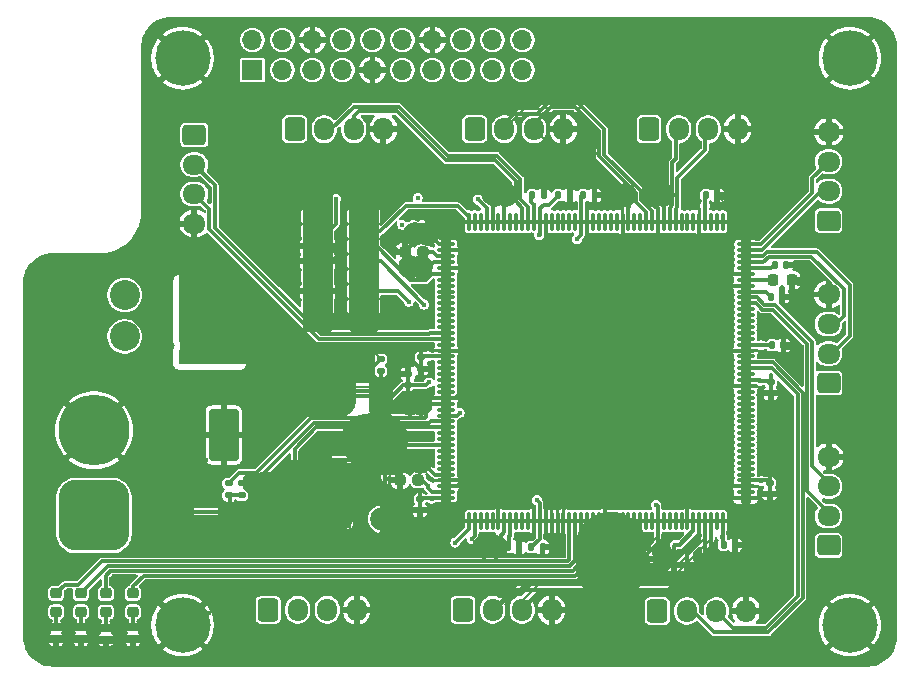
<source format=gbr>
<<<<<<< HEAD
%TF.GenerationSoftware,KiCad,Pcbnew,9.0.0*%
%TF.CreationDate,2025-03-28T10:16:04+01:00*%
%TF.ProjectId,test1,74657374-312e-46b6-9963-61645f706362,rev?*%
%TF.SameCoordinates,Original*%
%TF.FileFunction,Copper,L1,Top*%
%TF.FilePolarity,Positive*%
%FSLAX46Y46*%
G04 Gerber Fmt 4.6, Leading zero omitted, Abs format (unit mm)*
G04 Created by KiCad (PCBNEW 9.0.0) date 2025-03-28 10:16:04*
%MOMM*%
%LPD*%
G01*
G04 APERTURE LIST*
G04 Aperture macros list*
%AMRoundRect*
0 Rectangle with rounded corners*
0 $1 Rounding radius*
0 $2 $3 $4 $5 $6 $7 $8 $9 X,Y pos of 4 corners*
0 Add a 4 corners polygon primitive as box body*
4,1,4,$2,$3,$4,$5,$6,$7,$8,$9,$2,$3,0*
0 Add four circle primitives for the rounded corners*
1,1,$1+$1,$2,$3*
1,1,$1+$1,$4,$5*
1,1,$1+$1,$6,$7*
1,1,$1+$1,$8,$9*
0 Add four rect primitives between the rounded corners*
20,1,$1+$1,$2,$3,$4,$5,0*
20,1,$1+$1,$4,$5,$6,$7,0*
20,1,$1+$1,$6,$7,$8,$9,0*
20,1,$1+$1,$8,$9,$2,$3,0*%
G04 Aperture macros list end*
%TA.AperFunction,SMDPad,CuDef*%
%ADD10RoundRect,0.135000X0.185000X-0.135000X0.185000X0.135000X-0.185000X0.135000X-0.185000X-0.135000X0*%
%TD*%
%TA.AperFunction,ComponentPad*%
%ADD11RoundRect,0.250000X-0.600000X-0.725000X0.600000X-0.725000X0.600000X0.725000X-0.600000X0.725000X0*%
%TD*%
%TA.AperFunction,ComponentPad*%
%ADD12O,1.700000X1.950000*%
%TD*%
%TA.AperFunction,SMDPad,CuDef*%
%ADD13RoundRect,0.140000X-0.140000X-0.170000X0.140000X-0.170000X0.140000X0.170000X-0.140000X0.170000X0*%
%TD*%
%TA.AperFunction,ComponentPad*%
%ADD14C,2.540000*%
%TD*%
%TA.AperFunction,SMDPad,CuDef*%
%ADD15RoundRect,0.225000X-0.225000X-0.250000X0.225000X-0.250000X0.225000X0.250000X-0.225000X0.250000X0*%
%TD*%
%TA.AperFunction,ComponentPad*%
%ADD16RoundRect,0.250000X-0.725000X0.600000X-0.725000X-0.600000X0.725000X-0.600000X0.725000X0.600000X0*%
%TD*%
%TA.AperFunction,ComponentPad*%
%ADD17O,1.950000X1.700000*%
%TD*%
%TA.AperFunction,SMDPad,CuDef*%
%ADD18RoundRect,0.140000X-0.170000X0.140000X-0.170000X-0.140000X0.170000X-0.140000X0.170000X0.140000X0*%
%TD*%
%TA.AperFunction,SMDPad,CuDef*%
%ADD19RoundRect,0.075000X0.075000X-0.675000X0.075000X0.675000X-0.075000X0.675000X-0.075000X-0.675000X0*%
%TD*%
%TA.AperFunction,SMDPad,CuDef*%
%ADD20RoundRect,0.075000X0.675000X-0.075000X0.675000X0.075000X-0.675000X0.075000X-0.675000X-0.075000X0*%
%TD*%
%TA.AperFunction,SMDPad,CuDef*%
%ADD21RoundRect,0.225000X-0.225000X-0.275000X0.225000X-0.275000X0.225000X0.275000X-0.225000X0.275000X0*%
%TD*%
%TA.AperFunction,ComponentPad*%
%ADD22RoundRect,0.250000X0.725000X-0.600000X0.725000X0.600000X-0.725000X0.600000X-0.725000X-0.600000X0*%
%TD*%
%TA.AperFunction,ComponentPad*%
%ADD23R,1.700000X1.700000*%
%TD*%
%TA.AperFunction,ComponentPad*%
%ADD24O,1.700000X1.700000*%
%TD*%
%TA.AperFunction,SMDPad,CuDef*%
%ADD25RoundRect,0.140000X0.140000X0.170000X-0.140000X0.170000X-0.140000X-0.170000X0.140000X-0.170000X0*%
%TD*%
%TA.AperFunction,SMDPad,CuDef*%
%ADD26RoundRect,0.218750X0.256250X-0.218750X0.256250X0.218750X-0.256250X0.218750X-0.256250X-0.218750X0*%
%TD*%
%TA.AperFunction,SMDPad,CuDef*%
%ADD27C,2.000000*%
%TD*%
%TA.AperFunction,SMDPad,CuDef*%
%ADD28RoundRect,0.135000X-0.185000X0.135000X-0.185000X-0.135000X0.185000X-0.135000X0.185000X0.135000X0*%
%TD*%
%TA.AperFunction,SMDPad,CuDef*%
%ADD29RoundRect,0.135000X-0.135000X-0.185000X0.135000X-0.185000X0.135000X0.185000X-0.135000X0.185000X0*%
%TD*%
%TA.AperFunction,SMDPad,CuDef*%
%ADD30R,2.400000X0.740000*%
%TD*%
%TA.AperFunction,ComponentPad*%
%ADD31C,4.700000*%
%TD*%
%TA.AperFunction,SMDPad,CuDef*%
%ADD32RoundRect,0.250000X-1.000000X1.950000X-1.000000X-1.950000X1.000000X-1.950000X1.000000X1.950000X0*%
%TD*%
%TA.AperFunction,SMDPad,CuDef*%
%ADD33RoundRect,0.225000X0.225000X0.250000X-0.225000X0.250000X-0.225000X-0.250000X0.225000X-0.250000X0*%
%TD*%
%TA.AperFunction,SMDPad,CuDef*%
%ADD34RoundRect,0.135000X0.135000X0.185000X-0.135000X0.185000X-0.135000X-0.185000X0.135000X-0.185000X0*%
%TD*%
%TA.AperFunction,SMDPad,CuDef*%
%ADD35RoundRect,0.225000X-0.250000X0.225000X-0.250000X-0.225000X0.250000X-0.225000X0.250000X0.225000X0*%
%TD*%
%TA.AperFunction,SMDPad,CuDef*%
%ADD36C,1.000000*%
%TD*%
%TA.AperFunction,ComponentPad*%
%ADD37RoundRect,1.500000X1.500000X-1.500000X1.500000X1.500000X-1.500000X1.500000X-1.500000X-1.500000X0*%
%TD*%
%TA.AperFunction,ComponentPad*%
%ADD38C,6.000000*%
%TD*%
%TA.AperFunction,SMDPad,CuDef*%
%ADD39RoundRect,0.140000X0.170000X-0.140000X0.170000X0.140000X-0.170000X0.140000X-0.170000X-0.140000X0*%
%TD*%
%TA.AperFunction,ViaPad*%
%ADD40C,0.450000*%
%TD*%
%TA.AperFunction,Conductor*%
%ADD41C,0.200000*%
%TD*%
G04 APERTURE END LIST*
D10*
%TO.P,R13,1*%
%TO.N,Net-(R13-Pad1)*%
X59000000Y-91020000D03*
%TO.P,R13,2*%
%TO.N,/STM32H735/USR_BTN_1*%
X59000000Y-90000000D03*
%TD*%
D11*
%TO.P,UART10,1,Pin_1*%
%TO.N,VBUS*%
X61250000Y-100700000D03*
D12*
%TO.P,UART10,2,Pin_2*%
%TO.N,/STM32H735/TX10*%
X63750000Y-100700000D03*
%TO.P,UART10,3,Pin_3*%
%TO.N,/STM32H735/RX10*%
X66250000Y-100700000D03*
%TO.P,UART10,4,Pin_4*%
%TO.N,GND*%
X68750000Y-100700000D03*
%TD*%
D13*
%TO.P,C12,1*%
%TO.N,+3.3V*%
X81520000Y-95400000D03*
%TO.P,C12,2*%
%TO.N,GND*%
X82480000Y-95400000D03*
%TD*%
%TO.P,C19,1*%
%TO.N,+3.3V*%
X103920000Y-78300000D03*
%TO.P,C19,2*%
%TO.N,GND*%
X104880000Y-78300000D03*
%TD*%
D14*
%TO.P,ARU1,1,1*%
%TO.N,+BATT*%
X49100000Y-77550000D03*
%TO.P,ARU1,2,2*%
%TO.N,Net-(D10-A2)*%
X49100000Y-74050000D03*
%TD*%
D15*
%TO.P,C37,1*%
%TO.N,+3.3V*%
X104025000Y-72800000D03*
%TO.P,C37,2*%
%TO.N,GND*%
X105575000Y-72800000D03*
%TD*%
D16*
%TO.P,UART2,1,Pin_1*%
%TO.N,VBUS*%
X55000000Y-60500000D03*
D17*
%TO.P,UART2,2,Pin_2*%
%TO.N,/STM32H735/TX2*%
X55000000Y-63000000D03*
%TO.P,UART2,3,Pin_3*%
%TO.N,/STM32H735/RX2*%
X55000000Y-65500000D03*
%TO.P,UART2,4,Pin_4*%
%TO.N,GND*%
X55000000Y-68000000D03*
%TD*%
D18*
%TO.P,C36,1*%
%TO.N,+3.3V*%
X96700000Y-95940000D03*
%TO.P,C36,2*%
%TO.N,GND*%
X96700000Y-96900000D03*
%TD*%
D19*
%TO.P,U1,1,PE2*%
%TO.N,/STM32H735/RX10*%
X78250000Y-93175000D03*
%TO.P,U1,2,PE3*%
%TO.N,/STM32H735/TX10*%
X78750000Y-93175000D03*
%TO.P,U1,3,PE4*%
%TO.N,unconnected-(U1-PE4-Pad3)*%
X79250000Y-93175000D03*
%TO.P,U1,4,PE5*%
%TO.N,unconnected-(U1-PE5-Pad4)*%
X79750000Y-93175000D03*
%TO.P,U1,5,PE6*%
%TO.N,unconnected-(U1-PE6-Pad5)*%
X80250000Y-93175000D03*
%TO.P,U1,6,VSS*%
%TO.N,GND*%
X80750000Y-93175000D03*
%TO.P,U1,7,VDD*%
%TO.N,+3.3V*%
X81250000Y-93175000D03*
%TO.P,U1,8,VBAT*%
X81750000Y-93175000D03*
%TO.P,U1,9,PC13*%
%TO.N,unconnected-(U1-PC13-Pad9)*%
X82250000Y-93175000D03*
%TO.P,U1,10,PC14*%
%TO.N,unconnected-(U1-PC14-Pad10)*%
X82750000Y-93175000D03*
%TO.P,U1,11,PC15*%
%TO.N,unconnected-(U1-PC15-Pad11)*%
X83250000Y-93175000D03*
%TO.P,U1,12,VSS*%
%TO.N,GND*%
X83750000Y-93175000D03*
%TO.P,U1,13,VDD*%
%TO.N,+3.3V*%
X84250000Y-93175000D03*
%TO.P,U1,14,VSSSMPS*%
%TO.N,GND*%
X84750000Y-93175000D03*
%TO.P,U1,15,VLXSMPS*%
X85250000Y-93175000D03*
%TO.P,U1,16,VDDSMPS*%
X85750000Y-93175000D03*
%TO.P,U1,17,VFBSMPS*%
X86250000Y-93175000D03*
%TO.P,U1,18,PF0*%
%TO.N,/STM32H735/USR_LED_1*%
X86750000Y-93175000D03*
%TO.P,U1,19,PF1*%
%TO.N,/STM32H735/USR_LED_2*%
X87250000Y-93175000D03*
%TO.P,U1,20,PF2*%
%TO.N,/STM32H735/USR_LED_3*%
X87750000Y-93175000D03*
%TO.P,U1,21,PF3*%
%TO.N,/STM32H735/USR_LED_4*%
X88250000Y-93175000D03*
%TO.P,U1,22,PF4*%
%TO.N,unconnected-(U1-PF4-Pad22)*%
X88750000Y-93175000D03*
%TO.P,U1,23,PF5*%
%TO.N,unconnected-(U1-PF5-Pad23)*%
X89250000Y-93175000D03*
%TO.P,U1,24,VSS*%
%TO.N,GND*%
X89750000Y-93175000D03*
%TO.P,U1,25,VDD*%
%TO.N,+3.3V*%
X90250000Y-93175000D03*
%TO.P,U1,26,PF6*%
%TO.N,unconnected-(U1-PF6-Pad26)*%
X90750000Y-93175000D03*
%TO.P,U1,27,PF7*%
%TO.N,unconnected-(U1-PF7-Pad27)*%
X91250000Y-93175000D03*
%TO.P,U1,28,PF8*%
%TO.N,unconnected-(U1-PF8-Pad28)*%
X91750000Y-93175000D03*
%TO.P,U1,29,PF9*%
%TO.N,unconnected-(U1-PF9-Pad29)*%
X92250000Y-93175000D03*
%TO.P,U1,30,PF10*%
%TO.N,unconnected-(U1-PF10-Pad30)*%
X92750000Y-93175000D03*
%TO.P,U1,31,PH0*%
%TO.N,unconnected-(U1-PH0-Pad31)*%
X93250000Y-93175000D03*
%TO.P,U1,32,PH1*%
%TO.N,unconnected-(U1-PH1-Pad32)*%
X93750000Y-93175000D03*
%TO.P,U1,33,NRST*%
%TO.N,/STM32H735/NRST*%
X94250000Y-93175000D03*
%TO.P,U1,34,PC0*%
%TO.N,unconnected-(U1-PC0-Pad34)*%
X94750000Y-93175000D03*
%TO.P,U1,35,PC1*%
%TO.N,unconnected-(U1-PC1-Pad35)*%
X95250000Y-93175000D03*
%TO.P,U1,36,PC2_C*%
%TO.N,unconnected-(U1-PC2_C-Pad36)*%
X95750000Y-93175000D03*
%TO.P,U1,37,PC3_C*%
%TO.N,unconnected-(U1-PC3_C-Pad37)*%
X96250000Y-93175000D03*
%TO.P,U1,38,VSSA*%
%TO.N,GND*%
X96750000Y-93175000D03*
%TO.P,U1,39,VREF+*%
%TO.N,+3.3V*%
X97250000Y-93175000D03*
%TO.P,U1,40,VDDA*%
X97750000Y-93175000D03*
%TO.P,U1,41,PA0*%
%TO.N,/STM32H735/TX4*%
X98250000Y-93175000D03*
%TO.P,U1,42,PA1*%
%TO.N,/STM32H735/RX4*%
X98750000Y-93175000D03*
%TO.P,U1,43,PA2*%
%TO.N,unconnected-(U1-PA2-Pad43)*%
X99250000Y-93175000D03*
%TO.P,U1,44,VDD*%
%TO.N,+3.3V*%
X99750000Y-93175000D03*
D20*
%TO.P,U1,45,VSS*%
%TO.N,GND*%
X101675000Y-91250000D03*
%TO.P,U1,46,PA3*%
%TO.N,unconnected-(U1-PA3-Pad46)*%
X101675000Y-90750000D03*
%TO.P,U1,47,VSS*%
%TO.N,GND*%
X101675000Y-90250000D03*
%TO.P,U1,48,VDD*%
%TO.N,+3.3V*%
X101675000Y-89750000D03*
%TO.P,U1,49,PA4*%
%TO.N,unconnected-(U1-PA4-Pad49)*%
X101675000Y-89250000D03*
%TO.P,U1,50,PA5*%
%TO.N,unconnected-(U1-PA5-Pad50)*%
X101675000Y-88750000D03*
%TO.P,U1,51,PA6*%
%TO.N,unconnected-(U1-PA6-Pad51)*%
X101675000Y-88250000D03*
%TO.P,U1,52,PA7*%
%TO.N,unconnected-(U1-PA7-Pad52)*%
X101675000Y-87750000D03*
%TO.P,U1,53,PC4*%
%TO.N,unconnected-(U1-PC4-Pad53)*%
X101675000Y-87250000D03*
%TO.P,U1,54,PC5*%
%TO.N,unconnected-(U1-PC5-Pad54)*%
X101675000Y-86750000D03*
%TO.P,U1,55,PB0*%
%TO.N,unconnected-(U1-PB0-Pad55)*%
X101675000Y-86250000D03*
%TO.P,U1,56,PB1*%
%TO.N,unconnected-(U1-PB1-Pad56)*%
X101675000Y-85750000D03*
%TO.P,U1,57,PB2*%
%TO.N,unconnected-(U1-PB2-Pad57)*%
X101675000Y-85250000D03*
%TO.P,U1,58,PF11*%
%TO.N,unconnected-(U1-PF11-Pad58)*%
X101675000Y-84750000D03*
%TO.P,U1,59,PF12*%
%TO.N,unconnected-(U1-PF12-Pad59)*%
X101675000Y-84250000D03*
%TO.P,U1,60,PF13*%
%TO.N,unconnected-(U1-PF13-Pad60)*%
X101675000Y-83750000D03*
%TO.P,U1,61,PF14*%
%TO.N,unconnected-(U1-PF14-Pad61)*%
X101675000Y-83250000D03*
%TO.P,U1,62,PF15*%
%TO.N,unconnected-(U1-PF15-Pad62)*%
X101675000Y-82750000D03*
%TO.P,U1,63,PG0*%
%TO.N,unconnected-(U1-PG0-Pad63)*%
X101675000Y-82250000D03*
%TO.P,U1,64,VSS*%
%TO.N,GND*%
X101675000Y-81750000D03*
%TO.P,U1,65,VDD*%
%TO.N,+3.3V*%
X101675000Y-81250000D03*
%TO.P,U1,66,PG1*%
%TO.N,unconnected-(U1-PG1-Pad66)*%
X101675000Y-80750000D03*
%TO.P,U1,67,PE7*%
%TO.N,/STM32H735/RX7*%
X101675000Y-80250000D03*
%TO.P,U1,68,PE8*%
%TO.N,/STM32H735/TX7*%
X101675000Y-79750000D03*
%TO.P,U1,69,PE9*%
%TO.N,unconnected-(U1-PE9-Pad69)*%
X101675000Y-79250000D03*
%TO.P,U1,70,VSS*%
%TO.N,GND*%
X101675000Y-78750000D03*
%TO.P,U1,71,VDD*%
%TO.N,+3.3V*%
X101675000Y-78250000D03*
%TO.P,U1,72,PE10*%
%TO.N,unconnected-(U1-PE10-Pad72)*%
X101675000Y-77750000D03*
%TO.P,U1,73,PE11*%
%TO.N,unconnected-(U1-PE11-Pad73)*%
X101675000Y-77250000D03*
%TO.P,U1,74,PE12*%
%TO.N,unconnected-(U1-PE12-Pad74)*%
X101675000Y-76750000D03*
%TO.P,U1,75,PE13*%
%TO.N,unconnected-(U1-PE13-Pad75)*%
X101675000Y-76250000D03*
%TO.P,U1,76,PE14*%
%TO.N,unconnected-(U1-PE14-Pad76)*%
X101675000Y-75750000D03*
%TO.P,U1,77,PE15*%
%TO.N,unconnected-(U1-PE15-Pad77)*%
X101675000Y-75250000D03*
%TO.P,U1,78,PB10*%
%TO.N,/STM32H735/TX3*%
X101675000Y-74750000D03*
%TO.P,U1,79,PB11*%
%TO.N,/STM32H735/RX3*%
X101675000Y-74250000D03*
%TO.P,U1,80,VCAP*%
%TO.N,Net-(C42-Pad1)*%
X101675000Y-73750000D03*
%TO.P,U1,81,VSS*%
%TO.N,GND*%
X101675000Y-73250000D03*
%TO.P,U1,82,VDDLDO*%
%TO.N,+3.3V*%
X101675000Y-72750000D03*
%TO.P,U1,83,VSS*%
%TO.N,GND*%
X101675000Y-72250000D03*
%TO.P,U1,84,VDD*%
%TO.N,+3.3V*%
X101675000Y-71750000D03*
%TO.P,U1,85,PB12*%
%TO.N,/STM32H735/RX5*%
X101675000Y-71250000D03*
%TO.P,U1,86,PB13*%
%TO.N,/STM32H735/TX5*%
X101675000Y-70750000D03*
%TO.P,U1,87,PB14*%
%TO.N,/STM32H735/TX1*%
X101675000Y-70250000D03*
%TO.P,U1,88,PB15*%
%TO.N,/STM32H735/RX1*%
X101675000Y-69750000D03*
D19*
%TO.P,U1,89,PD8*%
%TO.N,unconnected-(U1-PD8-Pad89)*%
X99750000Y-67825000D03*
%TO.P,U1,90,PD9*%
%TO.N,unconnected-(U1-PD9-Pad90)*%
X99250000Y-67825000D03*
%TO.P,U1,91,PD10*%
%TO.N,unconnected-(U1-PD10-Pad91)*%
X98750000Y-67825000D03*
%TO.P,U1,92,VDD*%
%TO.N,+3.3V*%
X98250000Y-67825000D03*
%TO.P,U1,93,VSS*%
%TO.N,GND*%
X97750000Y-67825000D03*
%TO.P,U1,94,PD11*%
%TO.N,unconnected-(U1-PD11-Pad94)*%
X97250000Y-67825000D03*
%TO.P,U1,95,PD12*%
%TO.N,unconnected-(U1-PD12-Pad95)*%
X96750000Y-67825000D03*
%TO.P,U1,96,PD13*%
%TO.N,unconnected-(U1-PD13-Pad96)*%
X96250000Y-67825000D03*
%TO.P,U1,97,PD14*%
%TO.N,/STM32H735/RX_Lidar*%
X95750000Y-67825000D03*
%TO.P,U1,98,PD15*%
%TO.N,/STM32H735/TX_Lidar*%
X95250000Y-67825000D03*
%TO.P,U1,99,VDD*%
%TO.N,+3.3V*%
X94750000Y-67825000D03*
%TO.P,U1,100,VSS*%
%TO.N,GND*%
X94250000Y-67825000D03*
%TO.P,U1,101,PJ8*%
%TO.N,/STM32H735/TX8*%
X93750000Y-67825000D03*
%TO.P,U1,102,PJ9*%
%TO.N,/STM32H735/RX8*%
X93250000Y-67825000D03*
%TO.P,U1,103,PJ10*%
%TO.N,unconnected-(U1-PJ10-Pad103)*%
X92750000Y-67825000D03*
%TO.P,U1,104,PJ11*%
%TO.N,unconnected-(U1-PJ11-Pad104)*%
X92250000Y-67825000D03*
%TO.P,U1,105,VDD*%
%TO.N,+3.3V*%
X91750000Y-67825000D03*
%TO.P,U1,106,VSS*%
%TO.N,GND*%
X91250000Y-67825000D03*
%TO.P,U1,107,PK0*%
%TO.N,unconnected-(U1-PK0-Pad107)*%
X90750000Y-67825000D03*
%TO.P,U1,108,PK1*%
%TO.N,unconnected-(U1-PK1-Pad108)*%
X90250000Y-67825000D03*
%TO.P,U1,109,PK2*%
%TO.N,unconnected-(U1-PK2-Pad109)*%
X89750000Y-67825000D03*
%TO.P,U1,110,PG2*%
%TO.N,unconnected-(U1-PG2-Pad110)*%
X89250000Y-67825000D03*
%TO.P,U1,111,PG3*%
%TO.N,unconnected-(U1-PG3-Pad111)*%
X88750000Y-67825000D03*
%TO.P,U1,112,VSS*%
%TO.N,GND*%
X88250000Y-67825000D03*
%TO.P,U1,113,VDD*%
%TO.N,+3.3V*%
X87750000Y-67825000D03*
%TO.P,U1,114,PG4*%
%TO.N,unconnected-(U1-PG4-Pad114)*%
X87250000Y-67825000D03*
%TO.P,U1,115,PG5*%
%TO.N,unconnected-(U1-PG5-Pad115)*%
X86750000Y-67825000D03*
%TO.P,U1,116,PG6*%
%TO.N,unconnected-(U1-PG6-Pad116)*%
X86250000Y-67825000D03*
%TO.P,U1,117,PG7*%
%TO.N,unconnected-(U1-PG7-Pad117)*%
X85750000Y-67825000D03*
%TO.P,U1,118,PG8*%
%TO.N,unconnected-(U1-PG8-Pad118)*%
X85250000Y-67825000D03*
%TO.P,U1,119,VSS*%
%TO.N,GND*%
X84750000Y-67825000D03*
%TO.P,U1,120,VDD50USB*%
%TO.N,+5V*%
X84250000Y-67825000D03*
%TO.P,U1,121,VDD33USB*%
%TO.N,+3.3V*%
X83750000Y-67825000D03*
%TO.P,U1,122,PC6*%
%TO.N,/STM32H735/TX6*%
X83250000Y-67825000D03*
%TO.P,U1,123,PC7*%
%TO.N,/STM32H735/RX6*%
X82750000Y-67825000D03*
%TO.P,U1,124,PC8*%
%TO.N,unconnected-(U1-PC8-Pad124)*%
X82250000Y-67825000D03*
%TO.P,U1,125,PC9*%
%TO.N,unconnected-(U1-PC9-Pad125)*%
X81750000Y-67825000D03*
%TO.P,U1,126,VDD*%
%TO.N,+3.3V*%
X81250000Y-67825000D03*
%TO.P,U1,127,PA8*%
%TO.N,unconnected-(U1-PA8-Pad127)*%
X80750000Y-67825000D03*
%TO.P,U1,128,PA9*%
%TO.N,/GPIO14_TXD*%
X80250000Y-67825000D03*
%TO.P,U1,129,PA10*%
%TO.N,/GPIO15_RXD*%
X79750000Y-67825000D03*
%TO.P,U1,130,PA11*%
%TO.N,unconnected-(U1-PA11-Pad130)*%
X79250000Y-67825000D03*
%TO.P,U1,131,PA12*%
%TO.N,unconnected-(U1-PA12-Pad131)*%
X78750000Y-67825000D03*
%TO.P,U1,132,PA13(JTMS*%
%TO.N,/STM32H735/SWDIO*%
X78250000Y-67825000D03*
D20*
%TO.P,U1,133,VCAP*%
%TO.N,Net-(C43-Pad1)*%
X76325000Y-69750000D03*
%TO.P,U1,134,VSS*%
%TO.N,GND*%
X76325000Y-70250000D03*
%TO.P,U1,135,VDDLDO*%
%TO.N,+3.3V*%
X76325000Y-70750000D03*
%TO.P,U1,136,VDD*%
X76325000Y-71250000D03*
%TO.P,U1,137,VSS*%
%TO.N,GND*%
X76325000Y-71750000D03*
%TO.P,U1,138,PA14(JTCK*%
%TO.N,/STM32H735/SWCLK*%
X76325000Y-72250000D03*
%TO.P,U1,139,PA15(JTDI)*%
%TO.N,unconnected-(U1-PA15(JTDI)-Pad139)*%
X76325000Y-72750000D03*
%TO.P,U1,140,PC10*%
%TO.N,unconnected-(U1-PC10-Pad140)*%
X76325000Y-73250000D03*
%TO.P,U1,141,PC11*%
%TO.N,unconnected-(U1-PC11-Pad141)*%
X76325000Y-73750000D03*
%TO.P,U1,142,PC12*%
%TO.N,unconnected-(U1-PC12-Pad142)*%
X76325000Y-74250000D03*
%TO.P,U1,143,PD0*%
%TO.N,unconnected-(U1-PD0-Pad143)*%
X76325000Y-74750000D03*
%TO.P,U1,144,PD1*%
%TO.N,unconnected-(U1-PD1-Pad144)*%
X76325000Y-75250000D03*
%TO.P,U1,145,PD2*%
%TO.N,unconnected-(U1-PD2-Pad145)*%
X76325000Y-75750000D03*
%TO.P,U1,146,PD3*%
%TO.N,unconnected-(U1-PD3-Pad146)*%
X76325000Y-76250000D03*
%TO.P,U1,147,PD4*%
%TO.N,unconnected-(U1-PD4-Pad147)*%
X76325000Y-76750000D03*
%TO.P,U1,148,PD5*%
%TO.N,/STM32H735/TX2*%
X76325000Y-77250000D03*
%TO.P,U1,149,PD6*%
%TO.N,/STM32H735/RX2*%
X76325000Y-77750000D03*
%TO.P,U1,150,PD7*%
%TO.N,unconnected-(U1-PD7-Pad150)*%
X76325000Y-78250000D03*
%TO.P,U1,151,VSS*%
%TO.N,GND*%
X76325000Y-78750000D03*
%TO.P,U1,152,VDD*%
%TO.N,+3.3V*%
X76325000Y-79250000D03*
%TO.P,U1,153,PG9*%
%TO.N,unconnected-(U1-PG9-Pad153)*%
X76325000Y-79750000D03*
%TO.P,U1,154,PG10*%
%TO.N,unconnected-(U1-PG10-Pad154)*%
X76325000Y-80250000D03*
%TO.P,U1,155,PG11*%
%TO.N,unconnected-(U1-PG11-Pad155)*%
X76325000Y-80750000D03*
%TO.P,U1,156,PG12*%
%TO.N,unconnected-(U1-PG12-Pad156)*%
X76325000Y-81250000D03*
%TO.P,U1,157,PG13*%
%TO.N,unconnected-(U1-PG13-Pad157)*%
X76325000Y-81750000D03*
%TO.P,U1,158,PG14*%
%TO.N,unconnected-(U1-PG14-Pad158)*%
X76325000Y-82250000D03*
%TO.P,U1,159,VSS*%
%TO.N,GND*%
X76325000Y-82750000D03*
%TO.P,U1,160,VDD*%
%TO.N,+3.3V*%
X76325000Y-83250000D03*
%TO.P,U1,161,PG15*%
%TO.N,unconnected-(U1-PG15-Pad161)*%
X76325000Y-83750000D03*
%TO.P,U1,162,PB3(JTDO*%
%TO.N,/STM32H735/SWO*%
X76325000Y-84250000D03*
%TO.P,U1,163,PB4(NJTRST)*%
%TO.N,/STM32H735/USR_BTN_1*%
X76325000Y-84750000D03*
%TO.P,U1,164,PB5*%
%TO.N,/STM32H735/USR_BTN_2*%
X76325000Y-85250000D03*
%TO.P,U1,165,PB6*%
%TO.N,unconnected-(U1-PB6-Pad165)*%
X76325000Y-85750000D03*
%TO.P,U1,166,PB7*%
%TO.N,unconnected-(U1-PB7-Pad166)*%
X76325000Y-86250000D03*
%TO.P,U1,167,BOOT0*%
%TO.N,/STM32H735/BOOT0*%
X76325000Y-86750000D03*
%TO.P,U1,168,PB8*%
%TO.N,unconnected-(U1-PB8-Pad168)*%
X76325000Y-87250000D03*
%TO.P,U1,169,PB9*%
%TO.N,unconnected-(U1-PB9-Pad169)*%
X76325000Y-87750000D03*
%TO.P,U1,170,PE0*%
%TO.N,unconnected-(U1-PE0-Pad170)*%
X76325000Y-88250000D03*
%TO.P,U1,171,PE1*%
%TO.N,unconnected-(U1-PE1-Pad171)*%
X76325000Y-88750000D03*
%TO.P,U1,172,VCAP*%
%TO.N,Net-(C44-Pad1)*%
X76325000Y-89250000D03*
%TO.P,U1,173,VSS*%
%TO.N,GND*%
X76325000Y-89750000D03*
%TO.P,U1,174,PDR_ON*%
X76325000Y-90250000D03*
%TO.P,U1,175,VDDLDO*%
%TO.N,+3.3V*%
X76325000Y-90750000D03*
%TO.P,U1,176,VDD*%
X76325000Y-91250000D03*
%TD*%
D21*
%TO.P,SW4,1,1*%
%TO.N,Net-(R15-Pad1)*%
X65650000Y-88000000D03*
X69750000Y-88000000D03*
%TO.P,SW4,2,2*%
%TO.N,GND*%
X65650000Y-89600000D03*
X69750000Y-89600000D03*
%TD*%
D22*
%TO.P,UART1,1,Pin_1*%
%TO.N,VBUS*%
X108700000Y-67750000D03*
D17*
%TO.P,UART1,2,Pin_2*%
%TO.N,/STM32H735/TX1*%
X108700000Y-65250000D03*
%TO.P,UART1,3,Pin_3*%
%TO.N,/STM32H735/RX1*%
X108700000Y-62750000D03*
%TO.P,UART1,4,Pin_4*%
%TO.N,GND*%
X108700000Y-60250000D03*
%TD*%
D18*
%TO.P,C33,1*%
%TO.N,GND*%
X72000000Y-85940000D03*
%TO.P,C33,2*%
%TO.N,/STM32H735/BOOT0*%
X72000000Y-86900000D03*
%TD*%
D23*
%TO.P,J1,1,VIN*%
%TO.N,VBUS*%
X93400000Y-52900000D03*
D24*
%TO.P,J1,2,GND*%
%TO.N,GND*%
X90860000Y-52900000D03*
%TO.P,J1,3,VOUT*%
%TO.N,+5V*%
X88320000Y-52900000D03*
%TD*%
D25*
%TO.P,C17,1*%
%TO.N,+3.3V*%
X80500000Y-95400000D03*
%TO.P,C17,2*%
%TO.N,GND*%
X79540000Y-95400000D03*
%TD*%
D18*
%TO.P,C27,1*%
%TO.N,+3.3V*%
X74200000Y-79320000D03*
%TO.P,C27,2*%
%TO.N,GND*%
X74200000Y-80280000D03*
%TD*%
D26*
%TO.P,D18,1,K*%
%TO.N,Net-(D18-K)*%
X43300000Y-100875000D03*
%TO.P,D18,2,A*%
%TO.N,/STM32H735/USR_LED_1*%
X43300000Y-99300000D03*
%TD*%
D27*
%TO.P,TP5,1,1*%
%TO.N,+3.3V*%
X70200000Y-93000000D03*
%TD*%
D25*
%TO.P,C18,1*%
%TO.N,+3.3V*%
X81380000Y-65600000D03*
%TO.P,C18,2*%
%TO.N,GND*%
X80420000Y-65600000D03*
%TD*%
D28*
%TO.P,R23,1*%
%TO.N,Net-(D21-K)*%
X49800000Y-102190000D03*
%TO.P,R23,2*%
%TO.N,GND*%
X49800000Y-103210000D03*
%TD*%
D22*
%TO.P,UART5,1,Pin_1*%
%TO.N,VBUS*%
X108700000Y-81500000D03*
D17*
%TO.P,UART5,2,Pin_2*%
%TO.N,/STM32H735/TX5*%
X108700000Y-79000000D03*
%TO.P,UART5,3,Pin_3*%
%TO.N,/STM32H735/RX5*%
X108700000Y-76500000D03*
%TO.P,UART5,4,Pin_4*%
%TO.N,GND*%
X108700000Y-74000000D03*
%TD*%
D29*
%TO.P,R15,1*%
%TO.N,Net-(R15-Pad1)*%
X69790000Y-86400000D03*
%TO.P,R15,2*%
%TO.N,/STM32H735/BOOT0*%
X70810000Y-86400000D03*
%TD*%
D28*
%TO.P,R19,1*%
%TO.N,Net-(R15-Pad1)*%
X71100000Y-87890000D03*
%TO.P,R19,2*%
%TO.N,+3.3V*%
X71100000Y-88910000D03*
%TD*%
D21*
%TO.P,SW1,1,1*%
%TO.N,Net-(R12-Pad1)*%
X66700000Y-81800000D03*
X70800000Y-81800000D03*
%TO.P,SW1,2,2*%
%TO.N,GND*%
X66700000Y-83400000D03*
X70800000Y-83400000D03*
%TD*%
D25*
%TO.P,C22,1*%
%TO.N,+3.3V*%
X91480000Y-65600000D03*
%TO.P,C22,2*%
%TO.N,GND*%
X90520000Y-65600000D03*
%TD*%
D30*
%TO.P,J2,1,NC*%
%TO.N,unconnected-(J2-NC-Pad1)*%
X65450000Y-67390000D03*
%TO.P,J2,2,NC*%
%TO.N,unconnected-(J2-NC-Pad2)*%
X69350000Y-67390000D03*
%TO.P,J2,3,VCC*%
%TO.N,+3.3V*%
X65450000Y-68660000D03*
%TO.P,J2,4,JTMS/SWDIO*%
%TO.N,/STM32H735/SWDIO*%
X69350000Y-68660000D03*
%TO.P,J2,5,GND*%
%TO.N,GND*%
X65450000Y-69930000D03*
%TO.P,J2,6,JCLK/SWCLK*%
%TO.N,/STM32H735/SWCLK*%
X69350000Y-69930000D03*
%TO.P,J2,7,GND*%
%TO.N,GND*%
X65450000Y-71200000D03*
%TO.P,J2,8,JTDO/SWO*%
%TO.N,/STM32H735/SWO*%
X69350000Y-71200000D03*
%TO.P,J2,9,JRCLK/NC*%
%TO.N,unconnected-(J2-JRCLK{slash}NC-Pad9)*%
X65450000Y-72470000D03*
%TO.P,J2,10,JTDI/NC*%
%TO.N,unconnected-(J2-JTDI{slash}NC-Pad10)*%
X69350000Y-72470000D03*
%TO.P,J2,11,GNDDetect*%
%TO.N,GND*%
X65450000Y-73740000D03*
%TO.P,J2,12,~{RST}*%
%TO.N,/STM32H735/NRST*%
X69350000Y-73740000D03*
%TO.P,J2,13,VCP_RX*%
%TO.N,unconnected-(J2-VCP_RX-Pad13)*%
X65450000Y-75010000D03*
%TO.P,J2,14,VCP_TX*%
%TO.N,unconnected-(J2-VCP_TX-Pad14)*%
X69350000Y-75010000D03*
%TD*%
D25*
%TO.P,C43,1*%
%TO.N,Net-(C43-Pad1)*%
X74680000Y-68900000D03*
%TO.P,C43,2*%
%TO.N,GND*%
X73720000Y-68900000D03*
%TD*%
D18*
%TO.P,C34,1*%
%TO.N,+3.3V*%
X94500000Y-95920000D03*
%TO.P,C34,2*%
%TO.N,GND*%
X94500000Y-96880000D03*
%TD*%
D28*
%TO.P,R21,1*%
%TO.N,Net-(D19-K)*%
X45400000Y-102190000D03*
%TO.P,R21,2*%
%TO.N,GND*%
X45400000Y-103210000D03*
%TD*%
D10*
%TO.P,R16,1*%
%TO.N,Net-(R12-Pad1)*%
X70800000Y-80510000D03*
%TO.P,R16,2*%
%TO.N,+3.3V*%
X70800000Y-79490000D03*
%TD*%
D31*
%TO.P,H4,1,1*%
%TO.N,GND*%
X110500000Y-54000000D03*
%TD*%
D13*
%TO.P,C21,1*%
%TO.N,+3.3V*%
X83520000Y-95400000D03*
%TO.P,C21,2*%
%TO.N,GND*%
X84480000Y-95400000D03*
%TD*%
D32*
%TO.P,C1,1*%
%TO.N,VBUS*%
X57500000Y-77500000D03*
%TO.P,C1,2*%
%TO.N,GND*%
X57500000Y-85900000D03*
%TD*%
D33*
%TO.P,C38,1*%
%TO.N,+3.3V*%
X73975000Y-89700000D03*
%TO.P,C38,2*%
%TO.N,GND*%
X72425000Y-89700000D03*
%TD*%
D31*
%TO.P,H2,1,1*%
%TO.N,GND*%
X54000000Y-102000000D03*
%TD*%
D26*
%TO.P,D20,1,K*%
%TO.N,Net-(D20-K)*%
X47500000Y-100887500D03*
%TO.P,D20,2,A*%
%TO.N,/STM32H735/USR_LED_3*%
X47500000Y-99312500D03*
%TD*%
D22*
%TO.P,UART3,1,Pin_1*%
%TO.N,VBUS*%
X108700000Y-95250000D03*
D17*
%TO.P,UART3,2,Pin_2*%
%TO.N,/STM32H735/TX3*%
X108700000Y-92750000D03*
%TO.P,UART3,3,Pin_3*%
%TO.N,/STM32H735/RX3*%
X108700000Y-90250000D03*
%TO.P,UART3,4,Pin_4*%
%TO.N,GND*%
X108700000Y-87750000D03*
%TD*%
D28*
%TO.P,R18,1*%
%TO.N,Net-(R14-Pad1)*%
X67100000Y-92380000D03*
%TO.P,R18,2*%
%TO.N,+3.3V*%
X67100000Y-93400000D03*
%TD*%
D34*
%TO.P,R12,1*%
%TO.N,Net-(R12-Pad1)*%
X65720000Y-81400000D03*
%TO.P,R12,2*%
%TO.N,/STM32H735/NRST*%
X64700000Y-81400000D03*
%TD*%
D25*
%TO.P,C25,1*%
%TO.N,+3.3V*%
X74180000Y-71700000D03*
%TO.P,C25,2*%
%TO.N,GND*%
X73220000Y-71700000D03*
%TD*%
D26*
%TO.P,D21,1,K*%
%TO.N,Net-(D21-K)*%
X49800000Y-100875000D03*
%TO.P,D21,2,A*%
%TO.N,/STM32H735/USR_LED_4*%
X49800000Y-99300000D03*
%TD*%
D25*
%TO.P,C31,1*%
%TO.N,GND*%
X60980000Y-90000000D03*
%TO.P,C31,2*%
%TO.N,/STM32H735/USR_BTN_1*%
X60020000Y-90000000D03*
%TD*%
D18*
%TO.P,C35,1*%
%TO.N,+3.3V*%
X95600000Y-95900000D03*
%TO.P,C35,2*%
%TO.N,GND*%
X95600000Y-96860000D03*
%TD*%
D13*
%TO.P,C23,1*%
%TO.N,+3.3V*%
X87920000Y-65600000D03*
%TO.P,C23,2*%
%TO.N,GND*%
X88880000Y-65600000D03*
%TD*%
D31*
%TO.P,H3,1,1*%
%TO.N,GND*%
X110500000Y-102000000D03*
%TD*%
D21*
%TO.P,SW3,1,1*%
%TO.N,Net-(R14-Pad1)*%
X61550000Y-92400000D03*
X65650000Y-92400000D03*
%TO.P,SW3,2,2*%
%TO.N,GND*%
X61550000Y-94000000D03*
X65650000Y-94000000D03*
%TD*%
D18*
%TO.P,C16,1*%
%TO.N,+3.3V*%
X103700000Y-89920000D03*
%TO.P,C16,2*%
%TO.N,GND*%
X103700000Y-90880000D03*
%TD*%
D28*
%TO.P,R22,1*%
%TO.N,Net-(D20-K)*%
X47500000Y-102200000D03*
%TO.P,R22,2*%
%TO.N,GND*%
X47500000Y-103220000D03*
%TD*%
%TO.P,R20,1*%
%TO.N,Net-(D18-K)*%
X43300000Y-102190000D03*
%TO.P,R20,2*%
%TO.N,GND*%
X43300000Y-103210000D03*
%TD*%
D11*
%TO.P,UART4,1,Pin_1*%
%TO.N,VBUS*%
X77750000Y-100700000D03*
D12*
%TO.P,UART4,2,Pin_2*%
%TO.N,/STM32H735/TX4*%
X80250000Y-100700000D03*
%TO.P,UART4,3,Pin_3*%
%TO.N,/STM32H735/RX4*%
X82750000Y-100700000D03*
%TO.P,UART4,4,Pin_4*%
%TO.N,GND*%
X85250000Y-100700000D03*
%TD*%
D18*
%TO.P,C28,1*%
%TO.N,+3.3V*%
X74100000Y-91320000D03*
%TO.P,C28,2*%
%TO.N,GND*%
X74100000Y-92280000D03*
%TD*%
D11*
%TO.P,LIDAR1,1,Pin_1*%
%TO.N,VBUS*%
X93500000Y-60000000D03*
D12*
%TO.P,LIDAR1,2,Pin_2*%
%TO.N,/STM32H735/TX_Lidar*%
X96000000Y-60000000D03*
%TO.P,LIDAR1,3,Pin_3*%
%TO.N,/STM32H735/RX_Lidar*%
X98500000Y-60000000D03*
%TO.P,LIDAR1,4,Pin_4*%
%TO.N,GND*%
X101000000Y-60000000D03*
%TD*%
D25*
%TO.P,C26,1*%
%TO.N,+3.3V*%
X94680000Y-65600000D03*
%TO.P,C26,2*%
%TO.N,GND*%
X93720000Y-65600000D03*
%TD*%
D35*
%TO.P,C29,1*%
%TO.N,+3.3V*%
X90300000Y-95362500D03*
%TO.P,C29,2*%
%TO.N,GND*%
X90300000Y-96912500D03*
%TD*%
D26*
%TO.P,D19,1,K*%
%TO.N,Net-(D19-K)*%
X45400000Y-100875000D03*
%TO.P,D19,2,A*%
%TO.N,/STM32H735/USR_LED_2*%
X45400000Y-99300000D03*
%TD*%
D13*
%TO.P,C32,1*%
%TO.N,GND*%
X62520000Y-91000000D03*
%TO.P,C32,2*%
%TO.N,/STM32H735/USR_BTN_2*%
X63480000Y-91000000D03*
%TD*%
D11*
%TO.P,UART8,1,Pin_1*%
%TO.N,VBUS*%
X78750000Y-60000000D03*
D12*
%TO.P,UART8,2,Pin_2*%
%TO.N,/STM32H735/TX8*%
X81250000Y-60000000D03*
%TO.P,UART8,3,Pin_3*%
%TO.N,/STM32H735/RX8*%
X83750000Y-60000000D03*
%TO.P,UART8,4,Pin_4*%
%TO.N,GND*%
X86250000Y-60000000D03*
%TD*%
D21*
%TO.P,SW2,1,1*%
%TO.N,Net-(R13-Pad1)*%
X53950000Y-92400000D03*
X58050000Y-92400000D03*
%TO.P,SW2,2,2*%
%TO.N,GND*%
X53950000Y-94000000D03*
X58050000Y-94000000D03*
%TD*%
D36*
%TO.P,TPVBUS1,1,1*%
%TO.N,VBUS*%
X56300000Y-74000000D03*
%TD*%
D25*
%TO.P,C44,1*%
%TO.N,Net-(C44-Pad1)*%
X74080000Y-88200000D03*
%TO.P,C44,2*%
%TO.N,GND*%
X73120000Y-88200000D03*
%TD*%
D18*
%TO.P,C14,1*%
%TO.N,+3.3V*%
X103800000Y-81420000D03*
%TO.P,C14,2*%
%TO.N,GND*%
X103800000Y-82380000D03*
%TD*%
D13*
%TO.P,C41,1*%
%TO.N,+5V*%
X85820000Y-65600000D03*
%TO.P,C41,2*%
%TO.N,GND*%
X86780000Y-65600000D03*
%TD*%
%TO.P,C42,1*%
%TO.N,Net-(C42-Pad1)*%
X103820000Y-74200000D03*
%TO.P,C42,2*%
%TO.N,GND*%
X104780000Y-74200000D03*
%TD*%
%TO.P,C40,1*%
%TO.N,+3.3V*%
X83620000Y-65600000D03*
%TO.P,C40,2*%
%TO.N,GND*%
X84580000Y-65600000D03*
%TD*%
D11*
%TO.P,UART6,1,Pin_1*%
%TO.N,VBUS*%
X63500000Y-60000000D03*
D12*
%TO.P,UART6,2,Pin_2*%
%TO.N,/STM32H735/TX6*%
X66000000Y-60000000D03*
%TO.P,UART6,3,Pin_3*%
%TO.N,/STM32H735/RX6*%
X68500000Y-60000000D03*
%TO.P,UART6,4,Pin_4*%
%TO.N,GND*%
X71000000Y-60000000D03*
%TD*%
D13*
%TO.P,C15,1*%
%TO.N,+3.3V*%
X104140000Y-71500000D03*
%TO.P,C15,2*%
%TO.N,GND*%
X105100000Y-71500000D03*
%TD*%
D37*
%TO.P,BT1,1,+*%
%TO.N,Net-(BT1-+)*%
X46500000Y-92700000D03*
D38*
%TO.P,BT1,2,-*%
%TO.N,GND*%
X46500000Y-85500000D03*
%TD*%
D13*
%TO.P,C20,1*%
%TO.N,+3.3V*%
X99820000Y-95200000D03*
%TO.P,C20,2*%
%TO.N,GND*%
X100780000Y-95200000D03*
%TD*%
D10*
%TO.P,R17,1*%
%TO.N,Net-(R13-Pad1)*%
X57900000Y-91020000D03*
%TO.P,R17,2*%
%TO.N,+3.3V*%
X57900000Y-90000000D03*
%TD*%
D39*
%TO.P,C39,1*%
%TO.N,GND*%
X93300000Y-96950000D03*
%TO.P,C39,2*%
%TO.N,/STM32H735/NRST*%
X93300000Y-95990000D03*
%TD*%
D25*
%TO.P,C24,1*%
%TO.N,+3.3V*%
X74180000Y-83300000D03*
%TO.P,C24,2*%
%TO.N,GND*%
X73220000Y-83300000D03*
%TD*%
D34*
%TO.P,R14,1*%
%TO.N,Net-(R14-Pad1)*%
X65610000Y-91000000D03*
%TO.P,R14,2*%
%TO.N,/STM32H735/USR_BTN_2*%
X64590000Y-91000000D03*
%TD*%
D13*
%TO.P,C13,1*%
%TO.N,+3.3V*%
X98320000Y-65600000D03*
%TO.P,C13,2*%
%TO.N,GND*%
X99280000Y-65600000D03*
%TD*%
D18*
%TO.P,C30,1*%
%TO.N,GND*%
X73100000Y-80720000D03*
%TO.P,C30,2*%
%TO.N,/STM32H735/NRST*%
X73100000Y-81680000D03*
%TD*%
D31*
%TO.P,H1,1,1*%
%TO.N,GND*%
X54000000Y-54000000D03*
%TD*%
D11*
%TO.P,UART7,1,Pin_1*%
%TO.N,VBUS*%
X94200000Y-100800000D03*
D12*
%TO.P,UART7,2,Pin_2*%
%TO.N,/STM32H735/TX7*%
X96700000Y-100800000D03*
%TO.P,UART7,3,Pin_3*%
%TO.N,/STM32H735/RX7*%
X99200000Y-100800000D03*
%TO.P,UART7,4,Pin_4*%
%TO.N,GND*%
X101700000Y-100800000D03*
%TD*%
D33*
%TO.P,C45,1*%
%TO.N,+3.3V*%
X74350000Y-70400000D03*
%TO.P,C45,2*%
%TO.N,GND*%
X72800000Y-70400000D03*
%TD*%
D23*
%TO.P,J3,1,Pin_1*%
%TO.N,unconnected-(J3-Pin_1-Pad1)*%
X59920000Y-55000000D03*
D24*
%TO.P,J3,2,Pin_2*%
%TO.N,unconnected-(J3-Pin_2-Pad2)*%
X59920000Y-52460000D03*
%TO.P,J3,3,Pin_3*%
%TO.N,unconnected-(J3-Pin_3-Pad3)*%
X62460000Y-55000000D03*
%TO.P,J3,4,Pin_4*%
%TO.N,unconnected-(J3-Pin_4-Pad4)*%
X62460000Y-52460000D03*
%TO.P,J3,5,Pin_5*%
%TO.N,unconnected-(J3-Pin_5-Pad5)*%
X65000000Y-55000000D03*
%TO.P,J3,6,Pin_6*%
%TO.N,GND*%
X65000000Y-52460000D03*
%TO.P,J3,7,Pin_7*%
%TO.N,unconnected-(J3-Pin_7-Pad7)*%
X67540000Y-55000000D03*
%TO.P,J3,8,Pin_8*%
%TO.N,/GPIO14_TXD*%
X67540000Y-52460000D03*
%TO.P,J3,9,Pin_9*%
%TO.N,GND*%
X70080000Y-55000000D03*
%TO.P,J3,10,Pin_10*%
%TO.N,/GPIO15_RXD*%
X70080000Y-52460000D03*
%TO.P,J3,11,Pin_11*%
%TO.N,unconnected-(J3-Pin_11-Pad11)*%
X72620000Y-55000000D03*
%TO.P,J3,12,Pin_12*%
%TO.N,unconnected-(J3-Pin_12-Pad12)*%
X72620000Y-52460000D03*
%TO.P,J3,13,Pin_13*%
%TO.N,unconnected-(J3-Pin_13-Pad13)*%
X75160000Y-55000000D03*
%TO.P,J3,14,Pin_14*%
%TO.N,GND*%
X75160000Y-52460000D03*
%TO.P,J3,15,Pin_15*%
%TO.N,unconnected-(J3-Pin_15-Pad15)*%
X77700000Y-55000000D03*
%TO.P,J3,16,Pin_16*%
%TO.N,unconnected-(J3-Pin_16-Pad16)*%
X77700000Y-52460000D03*
%TO.P,J3,17,Pin_17*%
%TO.N,unconnected-(J3-Pin_17-Pad17)*%
X80240000Y-55000000D03*
%TO.P,J3,18,Pin_18*%
%TO.N,unconnected-(J3-Pin_18-Pad18)*%
X80240000Y-52460000D03*
%TO.P,J3,19,Pin_19*%
%TO.N,unconnected-(J3-Pin_19-Pad19)*%
X82780000Y-55000000D03*
%TO.P,J3,20,Pin_20*%
%TO.N,unconnected-(J3-Pin_20-Pad20)*%
X82780000Y-52460000D03*
%TD*%
D40*
%TO.N,GND*%
X61500000Y-63500000D03*
X41000000Y-97300000D03*
X50500000Y-68500000D03*
X92250000Y-51000000D03*
X66700000Y-103200000D03*
X72500000Y-87800000D03*
X101250000Y-68000000D03*
X58250000Y-51000000D03*
X88000000Y-85800000D03*
X69250000Y-51000000D03*
X41000000Y-80000000D03*
X79000000Y-70800000D03*
X91000000Y-70800000D03*
X74250000Y-73750000D03*
X113963933Y-103023124D03*
X114000000Y-100000000D03*
X114000000Y-79000000D03*
X85000000Y-85800000D03*
X61900000Y-84200000D03*
X73000000Y-57000000D03*
X88000000Y-88800000D03*
X64250000Y-51000000D03*
X114000000Y-101000000D03*
X78250000Y-51000000D03*
X95000000Y-105000000D03*
X89000000Y-105000000D03*
X81500000Y-64750000D03*
X83400000Y-103350000D03*
X105000000Y-51000000D03*
X100400000Y-91200000D03*
X61000000Y-105000000D03*
X61750000Y-89750000D03*
X42000000Y-105000000D03*
X99000000Y-63000000D03*
X85000000Y-105000000D03*
X57000000Y-63500000D03*
X97000000Y-73800000D03*
X83700000Y-92000000D03*
X105500000Y-83000000D03*
X87500000Y-100750000D03*
X50750000Y-57500000D03*
X91000000Y-82800000D03*
X88300000Y-69000000D03*
X84900000Y-69100000D03*
X114000000Y-104000000D03*
X65675002Y-76200000D03*
X111500000Y-73750000D03*
X75250000Y-51000000D03*
X75000000Y-105000000D03*
X41000000Y-101000000D03*
X50750000Y-52750000D03*
X82000000Y-85800000D03*
X50750000Y-58500000D03*
X112750000Y-105000000D03*
X85000000Y-82800000D03*
X94000000Y-70800000D03*
X62000000Y-105000000D03*
X52000000Y-105000000D03*
X88000000Y-76800000D03*
X57000000Y-60500000D03*
X88250000Y-51000000D03*
X84700000Y-65000000D03*
X114000000Y-59000000D03*
X109000000Y-51000000D03*
X74600000Y-95800000D03*
X114000000Y-97000000D03*
X114000000Y-61000000D03*
X112000000Y-105000000D03*
X106000000Y-105000000D03*
X52250000Y-85750000D03*
X114000000Y-82000000D03*
X106750000Y-101250000D03*
X111000000Y-105000000D03*
X114000000Y-91000000D03*
X41000000Y-95000000D03*
X77250000Y-51000000D03*
X57250000Y-51000000D03*
X80800000Y-92000000D03*
X69000000Y-105000000D03*
X114000000Y-102000000D03*
X100000000Y-73800000D03*
X91000000Y-105000000D03*
X50750000Y-55500000D03*
X88000000Y-70800000D03*
X86000000Y-94457537D03*
X46000000Y-105000000D03*
X98350000Y-64150000D03*
X90000000Y-105000000D03*
X73250000Y-51000000D03*
X114000000Y-88000000D03*
X94000000Y-88800000D03*
X94300000Y-69000000D03*
X97000000Y-82800000D03*
X41000000Y-95800000D03*
X71900000Y-83400000D03*
X96000000Y-105000000D03*
X79000000Y-82800000D03*
X71250000Y-51000000D03*
X72000000Y-105000000D03*
X108000000Y-51000000D03*
X42750000Y-71000000D03*
X75400000Y-92600000D03*
X106200000Y-73100000D03*
X50750000Y-67500000D03*
X66000000Y-105000000D03*
X114000000Y-67000000D03*
X114000000Y-55000000D03*
X87250000Y-51000000D03*
X79000000Y-73800000D03*
X41000000Y-102000000D03*
X41000000Y-96600000D03*
X109000000Y-105000000D03*
X114000000Y-99000000D03*
X44000000Y-71000000D03*
X98000000Y-105000000D03*
X41000000Y-93000000D03*
X41000000Y-87000000D03*
X114000000Y-65000000D03*
X50750000Y-66500000D03*
X114000000Y-70000000D03*
X90000000Y-54000000D03*
X100400000Y-78700000D03*
X73400000Y-87500000D03*
X114000000Y-96000000D03*
X77956849Y-57008585D03*
X86800000Y-66400000D03*
X101250000Y-51000000D03*
X102000000Y-105000000D03*
X49853626Y-69392319D03*
X101250000Y-93000000D03*
X74000000Y-99000000D03*
X91000000Y-73800000D03*
X41000000Y-84000000D03*
X76000000Y-105000000D03*
X41000000Y-78000000D03*
X94000000Y-82800000D03*
X55250000Y-51000000D03*
X45000000Y-71000000D03*
X59700000Y-81700000D03*
X100500000Y-73300000D03*
X74313752Y-85965088D03*
X61500000Y-56250000D03*
X105300000Y-78500000D03*
X100000000Y-85800000D03*
X114000000Y-62000000D03*
X103300000Y-76400000D03*
X114000000Y-53000000D03*
X50800000Y-83800000D03*
X102000000Y-54000000D03*
X97000000Y-88800000D03*
X66250000Y-51000000D03*
X111500000Y-66500000D03*
X98250000Y-58500000D03*
X80300000Y-65000000D03*
X102000000Y-51000000D03*
X114000000Y-54000000D03*
X61250000Y-51000000D03*
X110750000Y-69750000D03*
X50750000Y-63500000D03*
X113979128Y-63005550D03*
X55750000Y-91000000D03*
X78600000Y-95800000D03*
X94000000Y-76800000D03*
X41000000Y-88000000D03*
X105000000Y-54000000D03*
X114000000Y-64000000D03*
X85300000Y-94500000D03*
X82600000Y-96000000D03*
X75600000Y-68600000D03*
X97000000Y-79800000D03*
X46000000Y-71000000D03*
X47000000Y-105000000D03*
X76250000Y-51000000D03*
X63000000Y-105000000D03*
X41000000Y-90000000D03*
X114000000Y-95000000D03*
X82000000Y-82800000D03*
X41000000Y-99000000D03*
X114000000Y-85000000D03*
X99000000Y-54000000D03*
X44000000Y-105000000D03*
X91000000Y-91800000D03*
X83000000Y-105000000D03*
X114000000Y-58000000D03*
X114000000Y-93000000D03*
X105500000Y-90750000D03*
X86750000Y-55750000D03*
X114000000Y-77000000D03*
X96250000Y-51000000D03*
X89250000Y-51000000D03*
X111000000Y-51000000D03*
X60250000Y-51000000D03*
X93700000Y-64800000D03*
X111500000Y-60250000D03*
X79000000Y-105000000D03*
X88000000Y-79800000D03*
X114000000Y-75000000D03*
X97000000Y-76800000D03*
X78000000Y-105000000D03*
X85000000Y-73800000D03*
X77000000Y-105000000D03*
X41000000Y-104000000D03*
X83250000Y-51000000D03*
X103900000Y-77200000D03*
X85000000Y-79800000D03*
X114000000Y-84000000D03*
X41000000Y-98000000D03*
X82000000Y-88800000D03*
X88000000Y-73800000D03*
X93000000Y-105000000D03*
X41000000Y-75000000D03*
X69000000Y-63500000D03*
X100000000Y-70800000D03*
X110000000Y-51000000D03*
X48000000Y-71000000D03*
X88000000Y-82800000D03*
X41000000Y-91000000D03*
X80250000Y-51000000D03*
X45000000Y-105000000D03*
X114000000Y-66000000D03*
X91000000Y-85800000D03*
X86000000Y-105000000D03*
X94000000Y-79800000D03*
X85250000Y-51000000D03*
X77597728Y-78954985D03*
X96000000Y-63000000D03*
X105500000Y-87000000D03*
X100000000Y-55750000D03*
X82950000Y-63400000D03*
X99250000Y-103350000D03*
X99250000Y-51000000D03*
X50750000Y-64500000D03*
X91250000Y-51000000D03*
X41000000Y-81000000D03*
X75000000Y-60000000D03*
X100300000Y-90300000D03*
X100000000Y-98250000D03*
X89700000Y-91600000D03*
X90250000Y-51000000D03*
X114000000Y-73000000D03*
X103000000Y-105000000D03*
X73250000Y-101000000D03*
X71000000Y-105000000D03*
X61700000Y-74675000D03*
X84100000Y-62900000D03*
X104500000Y-66500000D03*
X48000000Y-105000000D03*
X103000000Y-51000000D03*
X50750000Y-65500000D03*
X55000000Y-83000000D03*
X114000000Y-81000000D03*
X79000000Y-85800000D03*
X97000000Y-70800000D03*
X41000000Y-73000000D03*
X100000000Y-79800000D03*
X92000000Y-58500000D03*
X53250000Y-51000000D03*
X94000000Y-85800000D03*
X59500000Y-101000000D03*
X107000000Y-51000000D03*
X105000000Y-69750000D03*
X92000000Y-105000000D03*
X111250000Y-98250000D03*
X50750000Y-56500000D03*
X47000000Y-71000000D03*
X59250000Y-51000000D03*
X110000000Y-57000000D03*
X103000000Y-85500000D03*
X114000000Y-90000000D03*
X53000000Y-105000000D03*
X100000000Y-76800000D03*
X41000000Y-103000000D03*
X94000000Y-105000000D03*
X70750000Y-56750000D03*
X52250000Y-51000000D03*
X62478768Y-75725000D03*
X86250000Y-51000000D03*
X74250000Y-51000000D03*
X114000000Y-86000000D03*
X97250000Y-51000000D03*
X70250000Y-51000000D03*
X79000000Y-91800000D03*
X81000000Y-105000000D03*
X58000000Y-105000000D03*
X41000000Y-100000000D03*
X41000000Y-83200000D03*
X48750000Y-70500000D03*
X66400000Y-64000000D03*
X114000000Y-94000000D03*
X85000000Y-88800000D03*
X102200000Y-60000000D03*
X60800000Y-66400000D03*
X107750000Y-98250000D03*
X114000000Y-74000000D03*
X43000000Y-105000000D03*
X89671083Y-65550509D03*
X54000000Y-105000000D03*
X67200000Y-70700000D03*
X100250000Y-51000000D03*
X65700000Y-83200000D03*
X114000000Y-80000000D03*
X50750000Y-54500000D03*
X110000000Y-105000000D03*
X108000000Y-105000000D03*
X105000000Y-60000000D03*
X41250000Y-72000000D03*
X56250000Y-101000000D03*
X82000000Y-105000000D03*
X114000000Y-56000000D03*
X114000000Y-57000000D03*
X91000000Y-88800000D03*
X57000000Y-56200000D03*
X41000000Y-77000000D03*
X70700000Y-96075000D03*
X101000000Y-105000000D03*
X41750000Y-71250000D03*
X114000000Y-83000000D03*
X95250000Y-51000000D03*
X77200000Y-95800000D03*
X65000000Y-63500000D03*
X59000000Y-105000000D03*
X57000000Y-98500000D03*
X105000000Y-57000000D03*
X112000000Y-51000000D03*
X65000000Y-105000000D03*
X114000000Y-68000000D03*
X65250000Y-51000000D03*
X100000000Y-91800000D03*
X82250000Y-51000000D03*
X84800000Y-91800000D03*
X87000000Y-54000000D03*
X77585637Y-81880975D03*
X60000000Y-105000000D03*
X55800000Y-95800000D03*
X104800000Y-79700000D03*
X104000000Y-51000000D03*
X53100000Y-78300000D03*
X104000000Y-105000000D03*
X51000000Y-105000000D03*
X99000000Y-105000000D03*
X96000000Y-54000000D03*
X94000000Y-73800000D03*
X82000000Y-76800000D03*
X41000000Y-82400000D03*
X91000000Y-79800000D03*
X79000000Y-79800000D03*
X111500000Y-84000000D03*
X70750000Y-101000000D03*
X91400000Y-69000000D03*
X102000000Y-63000000D03*
X100000000Y-88800000D03*
X100000000Y-82800000D03*
X114000000Y-60000000D03*
X77600000Y-89900000D03*
X113500000Y-51500000D03*
X105800000Y-74000000D03*
X50000000Y-105000000D03*
X57000000Y-105000000D03*
X89000000Y-62900000D03*
X72900000Y-78500000D03*
X50750000Y-53500000D03*
X72250000Y-51000000D03*
X106000000Y-51000000D03*
X96700000Y-91800000D03*
X56000000Y-88000000D03*
X50750000Y-62500000D03*
X76000000Y-101000000D03*
X82000000Y-79800000D03*
X50750000Y-61500000D03*
X41000000Y-81700000D03*
X89750000Y-64500000D03*
X85000000Y-70800000D03*
X49000000Y-105000000D03*
X63250000Y-51000000D03*
X90000000Y-57000000D03*
X113000000Y-51000000D03*
X88000000Y-105000000D03*
X41000000Y-86000000D03*
X68250000Y-51000000D03*
X61500000Y-60500000D03*
X62250000Y-51000000D03*
X105000000Y-105000000D03*
X114000000Y-76000000D03*
X100000000Y-105000000D03*
X41000000Y-79000000D03*
X67200000Y-73800000D03*
X91000000Y-76800000D03*
X50800000Y-95800000D03*
X107000000Y-105000000D03*
X114000000Y-71000000D03*
X41000000Y-76000000D03*
X67000000Y-105000000D03*
X41000000Y-74000000D03*
X100500000Y-72200000D03*
X93250000Y-51000000D03*
X113750000Y-52250000D03*
X51250000Y-51561916D03*
X87000000Y-63000000D03*
X97000000Y-105000000D03*
X80000000Y-105000000D03*
X41000000Y-94000000D03*
X91500000Y-95000000D03*
X54250000Y-51000000D03*
X114000000Y-92000000D03*
X113500000Y-104500000D03*
X74000000Y-105000000D03*
X107000000Y-76250000D03*
X77600000Y-71700000D03*
X84250000Y-51000000D03*
X103750000Y-98250000D03*
X79250000Y-51000000D03*
X114000000Y-72000000D03*
X114000000Y-87000000D03*
X90000000Y-100750000D03*
X56250000Y-51000000D03*
X92250000Y-100750000D03*
X113250000Y-62850000D03*
X79000000Y-88800000D03*
X109000000Y-84750000D03*
X55750000Y-85250000D03*
X82000000Y-91800000D03*
X82000000Y-70800000D03*
X94250000Y-51000000D03*
X88000000Y-91800000D03*
X79000000Y-76800000D03*
X50750000Y-60500000D03*
X64000000Y-105000000D03*
X60200000Y-95800000D03*
X82000000Y-73800000D03*
X68000000Y-105000000D03*
X41000000Y-92000000D03*
X97000000Y-98250000D03*
X114000000Y-78000000D03*
X56000000Y-105000000D03*
X50750000Y-59500000D03*
X55000000Y-105000000D03*
X73500000Y-62800000D03*
X99700000Y-65950000D03*
X107000000Y-72250000D03*
X105000000Y-63000000D03*
X77500000Y-70200000D03*
X67250000Y-51000000D03*
X81250000Y-51000000D03*
X71300000Y-69400000D03*
X85000000Y-76800000D03*
X41000000Y-85000000D03*
X100400000Y-81800000D03*
X97000000Y-85800000D03*
X103750000Y-94750000D03*
X88700000Y-97500000D03*
X97800000Y-69000000D03*
X41000000Y-89000000D03*
X114000000Y-98000000D03*
X73000000Y-105000000D03*
X114000000Y-69000000D03*
X114000000Y-89000000D03*
X105900000Y-71500000D03*
X98250000Y-51000000D03*
X70000000Y-105000000D03*
X84000000Y-105000000D03*
X93000000Y-63000000D03*
%TO.N,VBUS*%
X55675000Y-76970000D03*
X55675000Y-75970000D03*
X55175000Y-75970000D03*
X55275000Y-77470000D03*
X55775000Y-77470000D03*
X55175000Y-76970000D03*
X55675000Y-76470000D03*
X55175000Y-76470000D03*
X54775000Y-77470000D03*
%TO.N,+5V*%
X84200000Y-69000000D03*
%TO.N,+3.3V*%
X73900000Y-65800000D03*
X67800000Y-80000000D03*
X75000000Y-70400000D03*
X69000000Y-80700000D03*
X74800000Y-79232500D03*
X74300000Y-68100000D03*
X68000000Y-93400000D03*
X81600000Y-94567500D03*
X94725000Y-66350000D03*
X95700000Y-95200000D03*
X92302011Y-94596496D03*
X74800000Y-90200000D03*
X102900000Y-81300000D03*
X69000000Y-81400000D03*
X91800000Y-66500000D03*
X90200000Y-94400000D03*
X67800000Y-80700000D03*
X74800000Y-71700000D03*
X74615574Y-84325000D03*
X99700000Y-94500000D03*
X72900000Y-92000000D03*
X70200000Y-93000000D03*
X67800000Y-81400000D03*
X73500000Y-68100000D03*
X81500000Y-66377255D03*
X84000000Y-91400000D03*
X72600000Y-68100000D03*
X103000000Y-71800000D03*
X103100000Y-72800000D03*
X75100000Y-83300000D03*
X97720000Y-94920000D03*
X83775000Y-66450000D03*
X69000000Y-80000000D03*
X98240400Y-66487493D03*
X103000000Y-89800000D03*
X80862482Y-94612482D03*
X87400000Y-69300000D03*
X75100000Y-91300000D03*
X67000000Y-65900000D03*
X103000000Y-78300000D03*
%TO.N,/STM32H735/NRST*%
X73147537Y-74610001D03*
X74850000Y-81450000D03*
X94100000Y-91800000D03*
%TO.N,/STM32H735/BOOT0*%
X74000000Y-86750000D03*
%TO.N,Net-(C42-Pad1)*%
X103000000Y-73750000D03*
%TO.N,/STM32H735/TX10*%
X78500000Y-94700000D03*
%TO.N,/STM32H735/RX10*%
X77100000Y-95000000D03*
%TO.N,/GPIO14_TXD*%
X80275000Y-66482692D03*
%TO.N,/GPIO15_RXD*%
X79000000Y-65957648D03*
%TO.N,/STM32H735/SWO*%
X77466955Y-84007777D03*
X74450000Y-74850000D03*
%TD*%
D41*
%TO.N,GND*%
X100400000Y-81800000D02*
X100400000Y-81883634D01*
X84750000Y-93175000D02*
X84750000Y-91850000D01*
X105600000Y-74200000D02*
X105800000Y-74000000D01*
X85250000Y-93175000D02*
X85250000Y-94450000D01*
X99280000Y-65600000D02*
X99350000Y-65600000D01*
X77450000Y-89750000D02*
X77600000Y-89900000D01*
X101675000Y-81750000D02*
X100533634Y-81750000D01*
X76325000Y-78750000D02*
X77350000Y-78750000D01*
X105100000Y-71500000D02*
X105900000Y-71500000D01*
X73220000Y-71700000D02*
X73220000Y-70820000D01*
X77600000Y-82257410D02*
X77600000Y-82000000D01*
X70800000Y-83400000D02*
X71800000Y-83400000D01*
X83750000Y-93175000D02*
X83750000Y-92050000D01*
X80750000Y-92050000D02*
X80800000Y-92000000D01*
X80750000Y-93175000D02*
X80750000Y-92050000D01*
X77450000Y-70250000D02*
X77500000Y-70200000D01*
X85250000Y-94450000D02*
X85300000Y-94500000D01*
X72300000Y-70400000D02*
X71300000Y-69400000D01*
X100400000Y-81883634D02*
X100458414Y-81825220D01*
X90520000Y-65600000D02*
X88880000Y-65600000D01*
X93632500Y-64867500D02*
X93700000Y-64800000D01*
X84750000Y-91850000D02*
X84800000Y-91800000D01*
X72900000Y-78500000D02*
X72900000Y-79067500D01*
X84667500Y-65600000D02*
X84667500Y-65032500D01*
X100500000Y-73300000D02*
X100500000Y-73331677D01*
X100300000Y-90238195D02*
X100300000Y-90300000D01*
X74240000Y-85940000D02*
X74300000Y-86000000D01*
X101675000Y-78750000D02*
X100456290Y-78750000D01*
X65450000Y-71200000D02*
X66700000Y-71200000D01*
X104880000Y-78300000D02*
X105100000Y-78300000D01*
X80332500Y-65032500D02*
X80300000Y-65000000D01*
X86000000Y-94457537D02*
X86000000Y-94500000D01*
X73220000Y-70820000D02*
X72800000Y-70400000D01*
X96750000Y-93175000D02*
X96750000Y-91850000D01*
X77350000Y-78750000D02*
X77500000Y-78900000D01*
X91400000Y-69000000D02*
X91400000Y-69094433D01*
X88250000Y-68950000D02*
X88300000Y-69000000D01*
X100288195Y-90250000D02*
X100300000Y-90238195D01*
X61500000Y-90000000D02*
X61750000Y-89750000D01*
X76325000Y-90250000D02*
X77250000Y-90250000D01*
X67200000Y-73800000D02*
X66412000Y-73800000D01*
X72900000Y-88200000D02*
X72500000Y-87800000D01*
X100500000Y-73331677D02*
X100501745Y-73329932D01*
X72800000Y-70400000D02*
X72300000Y-70400000D01*
X82480000Y-95880000D02*
X82600000Y-96000000D01*
X72000000Y-85940000D02*
X74240000Y-85940000D01*
X94250000Y-67825000D02*
X94250000Y-68950000D01*
X89700000Y-91600000D02*
X89686907Y-91716095D01*
X97750000Y-68950000D02*
X97800000Y-69000000D01*
X83750000Y-92050000D02*
X83700000Y-92000000D01*
X77107410Y-82750000D02*
X77600000Y-82257410D01*
X91250000Y-68944433D02*
X91305567Y-69000000D01*
X101675000Y-91250000D02*
X100450000Y-91250000D01*
X77250000Y-90250000D02*
X77600000Y-89900000D01*
X86780000Y-66380000D02*
X86800000Y-66400000D01*
X84750000Y-67825000D02*
X84750000Y-68950000D01*
X66700000Y-83400000D02*
X65900000Y-83400000D01*
X100450000Y-91250000D02*
X100400000Y-91200000D01*
X91305567Y-69000000D02*
X91400000Y-69000000D01*
X84750000Y-68950000D02*
X84900000Y-69100000D01*
X100581677Y-73250000D02*
X100531677Y-73300000D01*
X80332500Y-65600000D02*
X80332500Y-65032500D01*
X93632500Y-65600000D02*
X93632500Y-64867500D01*
X66412000Y-73800000D02*
X66352000Y-73740000D01*
X105900000Y-72800000D02*
X106200000Y-73100000D01*
X84667500Y-65032500D02*
X84700000Y-65000000D01*
X79540000Y-95400000D02*
X79000000Y-95400000D01*
X97750000Y-67825000D02*
X97750000Y-68950000D01*
X86250000Y-93175000D02*
X86250000Y-94207537D01*
X100483634Y-81800000D02*
X100400000Y-81800000D01*
X85750000Y-93175000D02*
X85750000Y-94207537D01*
X100406290Y-78700000D02*
X100400000Y-78700000D01*
X60980000Y-90000000D02*
X61500000Y-90000000D01*
X100238195Y-90300000D02*
X100262973Y-90275222D01*
X100531677Y-73300000D02*
X100500000Y-73300000D01*
X91400000Y-69094433D02*
X91351959Y-69046392D01*
X66700000Y-71200000D02*
X67200000Y-70700000D01*
X73720000Y-69480000D02*
X72800000Y-70400000D01*
X100550000Y-72250000D02*
X100500000Y-72200000D01*
X94250000Y-68950000D02*
X94300000Y-69000000D01*
X101675000Y-72250000D02*
X100550000Y-72250000D01*
X105100000Y-78300000D02*
X105300000Y-78500000D01*
X101675000Y-90250000D02*
X100288195Y-90250000D01*
X105575000Y-72800000D02*
X105900000Y-72800000D01*
X66352000Y-73740000D02*
X65450000Y-73740000D01*
X89750000Y-91779188D02*
X89700000Y-91600000D01*
X73120000Y-88200000D02*
X72900000Y-88200000D01*
X82480000Y-95400000D02*
X82480000Y-95880000D01*
X96750000Y-91850000D02*
X96700000Y-91800000D01*
X66430000Y-69930000D02*
X67200000Y-70700000D01*
X100300000Y-90300000D02*
X100238195Y-90300000D01*
X77600000Y-89900000D02*
X77500000Y-90000000D01*
X65450000Y-69930000D02*
X66430000Y-69930000D01*
X86780000Y-65600000D02*
X86780000Y-66380000D01*
X76325000Y-89750000D02*
X77450000Y-89750000D01*
X100400000Y-78700000D02*
X100400000Y-78693710D01*
X86250000Y-94207537D02*
X86000000Y-94457537D01*
X77550000Y-71750000D02*
X77600000Y-71700000D01*
X100533634Y-81750000D02*
X100483634Y-81800000D01*
X101675000Y-73250000D02*
X100581677Y-73250000D01*
X88250000Y-67825000D02*
X88250000Y-68950000D01*
X76325000Y-71750000D02*
X77550000Y-71750000D01*
X91250000Y-67825000D02*
X91250000Y-68944433D01*
X73720000Y-68900000D02*
X73720000Y-69480000D01*
X79000000Y-95400000D02*
X78600000Y-95800000D01*
X76325000Y-70250000D02*
X77450000Y-70250000D01*
X65900000Y-83400000D02*
X65700000Y-83200000D01*
X99350000Y-65600000D02*
X99700000Y-65950000D01*
X104780000Y-74200000D02*
X105600000Y-74200000D01*
X89750000Y-93175000D02*
X89750000Y-91779188D01*
X85750000Y-94207537D02*
X86000000Y-94457537D01*
X72900000Y-79067500D02*
X74200000Y-80367500D01*
X76325000Y-82750000D02*
X77107410Y-82750000D01*
X100456290Y-78750000D02*
X100406290Y-78700000D01*
X100400000Y-78693710D02*
X100448338Y-78742048D01*
%TO.N,+5V*%
X84250000Y-66717463D02*
X84567463Y-66400000D01*
X84567463Y-66400000D02*
X85050000Y-66400000D01*
X85050000Y-66400000D02*
X85840000Y-65610000D01*
X84250000Y-67825000D02*
X84250000Y-68950000D01*
X84250000Y-68950000D02*
X84200000Y-69000000D01*
X84250000Y-67825000D02*
X84250000Y-66717463D01*
%TO.N,+3.3V*%
X98250000Y-67825000D02*
X98250000Y-65617500D01*
X102950000Y-71750000D02*
X101675000Y-71750000D01*
X102950000Y-89750000D02*
X101675000Y-89750000D01*
X103000000Y-71800000D02*
X103840000Y-71800000D01*
X74800000Y-79232500D02*
X74200000Y-79232500D01*
X66350000Y-68660000D02*
X67000000Y-68010000D01*
X84250000Y-91650000D02*
X84000000Y-91400000D01*
X83775000Y-66450000D02*
X83532500Y-66207500D01*
X76307500Y-83267500D02*
X76325000Y-83250000D01*
X101725000Y-78300000D02*
X101675000Y-78250000D01*
X99700000Y-94500000D02*
X99732500Y-94467500D01*
X74800000Y-90200000D02*
X74300000Y-89700000D01*
X58800000Y-89100000D02*
X57900000Y-90000000D01*
X91750000Y-65782500D02*
X91567500Y-65600000D01*
X60200000Y-89100000D02*
X58800000Y-89100000D01*
X80862482Y-94537518D02*
X81250000Y-94150000D01*
X67000000Y-68010000D02*
X67000000Y-65900000D01*
X75132500Y-83267500D02*
X76307500Y-83267500D01*
X90300000Y-95275000D02*
X90300000Y-94500000D01*
X98250000Y-65617500D02*
X98232500Y-65600000D01*
X81250000Y-94150000D02*
X81250000Y-93175000D01*
X74615574Y-84325000D02*
X74490574Y-84450000D01*
X81250000Y-66627255D02*
X81500000Y-66377255D01*
X75250000Y-71250000D02*
X74800000Y-71700000D01*
X95580000Y-95920000D02*
X95600000Y-95900000D01*
X81520000Y-95400000D02*
X81600000Y-95320000D01*
X94750000Y-66375000D02*
X94750000Y-67825000D01*
X76325000Y-71250000D02*
X75250000Y-71250000D01*
X75192590Y-70400000D02*
X75542590Y-70750000D01*
X103720000Y-72800000D02*
X103820000Y-72900000D01*
X103050000Y-89750000D02*
X103000000Y-89800000D01*
X99732500Y-95200000D02*
X99732500Y-94532500D01*
X83775000Y-66450000D02*
X83750000Y-66475000D01*
X97720000Y-94920000D02*
X96700000Y-95940000D01*
X64850000Y-84450000D02*
X60200000Y-89100000D01*
X65450000Y-68660000D02*
X66350000Y-68660000D01*
X97750000Y-93175000D02*
X97750000Y-94890000D01*
X97250000Y-93175000D02*
X97250000Y-93957410D01*
X87400000Y-69300000D02*
X87750000Y-68950000D01*
X81750000Y-94417500D02*
X81750000Y-93175000D01*
X99732500Y-93192500D02*
X99750000Y-93175000D01*
X90250000Y-94350000D02*
X90250000Y-93175000D01*
X74817500Y-79250000D02*
X76325000Y-79250000D01*
X75150000Y-91250000D02*
X75100000Y-91300000D01*
X80862482Y-94612482D02*
X80500000Y-94974964D01*
X103700000Y-89832500D02*
X103617500Y-89750000D01*
X103000000Y-89800000D02*
X102950000Y-89750000D01*
X103050000Y-72750000D02*
X101675000Y-72750000D01*
X74117500Y-91250000D02*
X74100000Y-91232500D01*
X102865000Y-81265000D02*
X101690000Y-81265000D01*
X94767500Y-66307500D02*
X94767500Y-65500000D01*
X81500000Y-66377255D02*
X81500000Y-65632500D01*
X74800000Y-79232500D02*
X74817500Y-79250000D01*
X103800000Y-81332500D02*
X103767500Y-81300000D01*
X75100000Y-83300000D02*
X75132500Y-83267500D01*
X75150000Y-90750000D02*
X76325000Y-90750000D01*
X96007410Y-95200000D02*
X95700000Y-95200000D01*
X75542590Y-70750000D02*
X76325000Y-70750000D01*
X91750000Y-66550000D02*
X91800000Y-66500000D01*
X103000000Y-78300000D02*
X103832500Y-78300000D01*
X102900000Y-81300000D02*
X102865000Y-81265000D01*
X103617500Y-89750000D02*
X103050000Y-89750000D01*
X69000000Y-80000000D02*
X70255000Y-80000000D01*
X84000000Y-91400000D02*
X84100000Y-91500000D01*
X80500000Y-94974964D02*
X80500000Y-95400000D01*
X81250000Y-67825000D02*
X81250000Y-66627255D01*
X72900000Y-92000000D02*
X71100000Y-90200000D01*
X94725000Y-66350000D02*
X94767500Y-66307500D01*
X101690000Y-81265000D02*
X101675000Y-81250000D01*
X74300000Y-89700000D02*
X73975000Y-89700000D01*
X74200000Y-83232500D02*
X74267500Y-83300000D01*
X74800000Y-71700000D02*
X74180000Y-71700000D01*
X81500000Y-65632500D02*
X81467500Y-65600000D01*
X97750000Y-94890000D02*
X97720000Y-94920000D01*
X83750000Y-66475000D02*
X83750000Y-67825000D01*
X75050000Y-91250000D02*
X74117500Y-91250000D01*
X74350000Y-70400000D02*
X75192590Y-70400000D01*
X87750000Y-65682500D02*
X87832500Y-65600000D01*
X94500000Y-95920000D02*
X95580000Y-95920000D01*
X71100000Y-90200000D02*
X71100000Y-88910000D01*
X81600000Y-94567500D02*
X81750000Y-94417500D01*
X76325000Y-91250000D02*
X75150000Y-91250000D01*
X74800000Y-90400000D02*
X75150000Y-90750000D01*
X87750000Y-68950000D02*
X87750000Y-67825000D01*
X99732500Y-94467500D02*
X99732500Y-93192500D01*
X103100000Y-72800000D02*
X103050000Y-72750000D01*
X74490574Y-84450000D02*
X64850000Y-84450000D01*
X91800000Y-66500000D02*
X91750000Y-66450000D01*
X103000000Y-71800000D02*
X102950000Y-71750000D01*
X67100000Y-93400000D02*
X68000000Y-93400000D01*
X80862482Y-94612482D02*
X80862482Y-94537518D01*
X103840000Y-71800000D02*
X104140000Y-71500000D01*
X83520000Y-95400000D02*
X84250000Y-94670000D01*
X103000000Y-78300000D02*
X101725000Y-78300000D01*
X74800000Y-90200000D02*
X74800000Y-90400000D01*
X90300000Y-94500000D02*
X90200000Y-94400000D01*
X91750000Y-66450000D02*
X91750000Y-65782500D01*
X103100000Y-72800000D02*
X103720000Y-72800000D01*
X95600000Y-95300000D02*
X95700000Y-95200000D01*
X75100000Y-91300000D02*
X75050000Y-91250000D01*
X90200000Y-94400000D02*
X90250000Y-94350000D01*
X83532500Y-66207500D02*
X83532500Y-65600000D01*
X99732500Y-94532500D02*
X99700000Y-94500000D01*
X94725000Y-66350000D02*
X94750000Y-66375000D01*
X70255000Y-80000000D02*
X70765000Y-79490000D01*
X87750000Y-67825000D02*
X87750000Y-65682500D01*
X103767500Y-81300000D02*
X102900000Y-81300000D01*
X84250000Y-94670000D02*
X84250000Y-93175000D01*
X84250000Y-93175000D02*
X84250000Y-91650000D01*
X81600000Y-95320000D02*
X81600000Y-94567500D01*
X74267500Y-83300000D02*
X75100000Y-83300000D01*
X97250000Y-93957410D02*
X96007410Y-95200000D01*
X91750000Y-67825000D02*
X91750000Y-66550000D01*
X95600000Y-95900000D02*
X95600000Y-95300000D01*
X70765000Y-79490000D02*
X70800000Y-79490000D01*
%TO.N,/STM32H735/NRST*%
X72300000Y-73800000D02*
X72240000Y-73740000D01*
X94250000Y-93175000D02*
X94250000Y-91950000D01*
X74620000Y-81680000D02*
X72700000Y-81680000D01*
X94250000Y-91950000D02*
X94100000Y-91800000D01*
X93300000Y-95990000D02*
X94250000Y-95040000D01*
X72337536Y-73800000D02*
X72300000Y-73800000D01*
X73147537Y-74610001D02*
X72337536Y-73800000D01*
X72700000Y-81680000D02*
X71780000Y-82600000D01*
X94250000Y-95040000D02*
X94250000Y-93175000D01*
X71780000Y-82600000D02*
X65981076Y-82600000D01*
X65981076Y-82600000D02*
X64700000Y-81318924D01*
X72240000Y-73740000D02*
X69350000Y-73740000D01*
X74850000Y-81450000D02*
X74620000Y-81680000D01*
%TO.N,/STM32H735/USR_BTN_1*%
X65170000Y-84850000D02*
X60020000Y-90000000D01*
X60020000Y-90000000D02*
X59000000Y-90000000D01*
X74900000Y-84850000D02*
X65170000Y-84850000D01*
X75000000Y-84750000D02*
X74900000Y-84850000D01*
X76325000Y-84750000D02*
X75000000Y-84750000D01*
%TO.N,/STM32H735/USR_BTN_2*%
X76325000Y-85250000D02*
X65335686Y-85250000D01*
X64590000Y-89990000D02*
X64590000Y-91000000D01*
X63480000Y-91000000D02*
X64590000Y-91000000D01*
X65335686Y-85250000D02*
X63500000Y-87085686D01*
X63500000Y-87085686D02*
X63500000Y-88900000D01*
X63500000Y-88900000D02*
X64590000Y-89990000D01*
%TO.N,/STM32H735/BOOT0*%
X74000000Y-86750000D02*
X76325000Y-86750000D01*
X71310000Y-86900000D02*
X72000000Y-86900000D01*
X72000000Y-86900000D02*
X72150000Y-86750000D01*
X70810000Y-86400000D02*
X71310000Y-86900000D01*
X73400000Y-86750000D02*
X74000000Y-86750000D01*
X72150000Y-86750000D02*
X73400000Y-86750000D01*
%TO.N,Net-(C42-Pad1)*%
X103000000Y-73750000D02*
X101675000Y-73750000D01*
X103820000Y-74200000D02*
X103370000Y-73750000D01*
X103370000Y-73750000D02*
X103000000Y-73750000D01*
%TO.N,Net-(C43-Pad1)*%
X74900000Y-68900000D02*
X75750000Y-69750000D01*
X74680000Y-68900000D02*
X74900000Y-68900000D01*
X75750000Y-69750000D02*
X76325000Y-69750000D01*
%TO.N,Net-(C44-Pad1)*%
X75350000Y-89250000D02*
X76325000Y-89250000D01*
X74300000Y-88200000D02*
X75350000Y-89250000D01*
X74167500Y-88200000D02*
X74300000Y-88200000D01*
%TO.N,/STM32H735/RX1*%
X108700000Y-62750000D02*
X107300000Y-64150000D01*
X107300000Y-64150000D02*
X107300000Y-65400000D01*
X107300000Y-65400000D02*
X102950000Y-69750000D01*
X102950000Y-69750000D02*
X101675000Y-69750000D01*
X108975000Y-62750000D02*
X108700000Y-62750000D01*
%TO.N,/STM32H735/TX1*%
X101675000Y-70250000D02*
X103050000Y-70250000D01*
X103050000Y-70250000D02*
X108050000Y-65250000D01*
X108050000Y-65250000D02*
X108700000Y-65250000D01*
X108700000Y-65250000D02*
X108975000Y-65250000D01*
%TO.N,/STM32H735/RX3*%
X107300000Y-78000000D02*
X104200000Y-74900000D01*
X104200000Y-74900000D02*
X103265686Y-74900000D01*
X103265686Y-74900000D02*
X102615686Y-74250000D01*
X107300000Y-88550000D02*
X107300000Y-78000000D01*
X109000000Y-90250000D02*
X107300000Y-88550000D01*
X102615686Y-74250000D02*
X101675000Y-74250000D01*
%TO.N,/STM32H735/TX3*%
X106900000Y-78165686D02*
X104034314Y-75300000D01*
X106900000Y-90650000D02*
X106900000Y-78165686D01*
X103100000Y-75300000D02*
X102865686Y-75065685D01*
X102865686Y-75065685D02*
X102550000Y-74750000D01*
X102550000Y-74750000D02*
X101675000Y-74750000D01*
X104034314Y-75300000D02*
X103100000Y-75300000D01*
X109000000Y-92750000D02*
X106900000Y-90650000D01*
%TO.N,/STM32H735/TX10*%
X78750000Y-94450000D02*
X78750000Y-93175000D01*
X78500000Y-94700000D02*
X78750000Y-94450000D01*
%TO.N,/STM32H735/RX10*%
X78250000Y-93850000D02*
X78250000Y-93175000D01*
X77100000Y-95000000D02*
X78250000Y-93850000D01*
%TO.N,/STM32H735/RX5*%
X103631372Y-70800000D02*
X103181372Y-71250000D01*
X103181372Y-71250000D02*
X101675000Y-71250000D01*
X107251346Y-70800000D02*
X103631372Y-70800000D01*
X109300000Y-76500000D02*
X110000000Y-75800000D01*
X110000000Y-75800000D02*
X110000000Y-73548654D01*
X110000000Y-73548654D02*
X107251346Y-70800000D01*
X108975000Y-76500000D02*
X109300000Y-76500000D01*
%TO.N,/STM32H735/TX5*%
X103115686Y-70750000D02*
X101675000Y-70750000D01*
X108975000Y-79000000D02*
X110500000Y-77475000D01*
X103465686Y-70400000D02*
X103115686Y-70750000D01*
X110500000Y-77475000D02*
X110500000Y-73200000D01*
X110500000Y-73200000D02*
X107700000Y-70400000D01*
X107700000Y-70400000D02*
X103465686Y-70400000D01*
%TO.N,/STM32H735/TX2*%
X55000000Y-63000000D02*
X56754075Y-64754075D01*
X74950000Y-77250000D02*
X76325000Y-77250000D01*
X65750000Y-77350000D02*
X74850000Y-77350000D01*
X56754075Y-64754075D02*
X56754075Y-68354075D01*
X56754075Y-68354075D02*
X65750000Y-77350000D01*
X74850000Y-77350000D02*
X74950000Y-77250000D01*
%TO.N,/STM32H735/RX2*%
X65550000Y-77750000D02*
X56275000Y-68475000D01*
X76325000Y-77750000D02*
X65550000Y-77750000D01*
X56275000Y-68475000D02*
X56275000Y-66775000D01*
X56275000Y-66775000D02*
X55000000Y-65500000D01*
%TO.N,/STM32H735/RX6*%
X82200000Y-66100000D02*
X82200000Y-64365686D01*
X76284314Y-62650000D02*
X72134314Y-58500000D01*
X82200000Y-64365686D02*
X80484314Y-62650000D01*
X82750000Y-67825000D02*
X82750000Y-66650000D01*
X68900000Y-58500000D02*
X68500000Y-58900000D01*
X82750000Y-66650000D02*
X82200000Y-66100000D01*
X80484314Y-62650000D02*
X76284314Y-62650000D01*
X72134314Y-58500000D02*
X68900000Y-58500000D01*
X68500000Y-58900000D02*
X68500000Y-60000000D01*
%TO.N,/STM32H735/TX6*%
X72300000Y-58100000D02*
X68500000Y-58100000D01*
X80650000Y-62250000D02*
X76450000Y-62250000D01*
X82600000Y-65934314D02*
X82600000Y-64200000D01*
X68500000Y-58100000D02*
X66600000Y-60000000D01*
X66000000Y-60000000D02*
X66000000Y-60475000D01*
X82600000Y-64200000D02*
X80650000Y-62250000D01*
X83250000Y-67825000D02*
X83250000Y-66584314D01*
X66600000Y-60000000D02*
X66000000Y-60000000D01*
X83250000Y-66584314D02*
X82600000Y-65934314D01*
X76450000Y-62250000D02*
X72300000Y-58100000D01*
%TO.N,/STM32H735/TX7*%
X106500000Y-82300000D02*
X103950000Y-79750000D01*
X97200000Y-100800000D02*
X99000000Y-102600000D01*
X103950000Y-79750000D02*
X101675000Y-79750000D01*
X99000000Y-102600000D02*
X103600000Y-102600000D01*
X106500000Y-99700000D02*
X106500000Y-82300000D01*
X96700000Y-100800000D02*
X97200000Y-100800000D01*
X103600000Y-102600000D02*
X106500000Y-99700000D01*
%TO.N,/STM32H735/RX7*%
X103884314Y-80250000D02*
X101675000Y-80250000D01*
X100600000Y-102200000D02*
X103434314Y-102200000D01*
X106100000Y-99534314D02*
X106100000Y-82465686D01*
X106100000Y-82465686D02*
X103884314Y-80250000D01*
X99200000Y-100800000D02*
X100600000Y-102200000D01*
X103434314Y-102200000D02*
X106100000Y-99534314D01*
%TO.N,/STM32H735/TX8*%
X87400000Y-57700000D02*
X85032900Y-57700000D01*
X84032900Y-58700000D02*
X82100000Y-58700000D01*
X92800000Y-65251552D02*
X89700000Y-62151552D01*
X81250000Y-59550000D02*
X81250000Y-60000000D01*
X93750000Y-67825000D02*
X93750000Y-66950000D01*
X82100000Y-58700000D02*
X81250000Y-59550000D01*
X93750000Y-66950000D02*
X92800000Y-66000000D01*
X85032900Y-57700000D02*
X84032900Y-58700000D01*
X92800000Y-66000000D02*
X92800000Y-65251552D01*
X89700000Y-60000000D02*
X87400000Y-57700000D01*
X89700000Y-62151552D02*
X89700000Y-60000000D01*
%TO.N,/STM32H735/RX8*%
X89299000Y-61985452D02*
X89299000Y-60166100D01*
X92400000Y-66167100D02*
X92399000Y-66166100D01*
X92399000Y-66166100D02*
X92399000Y-65833900D01*
X89299000Y-62317652D02*
X89299000Y-61985452D01*
X93250000Y-67042590D02*
X92400000Y-66192590D01*
X83750000Y-59550000D02*
X83750000Y-60000000D01*
X92399000Y-65833900D02*
X92399000Y-65417652D01*
X93250000Y-67825000D02*
X93250000Y-67042590D01*
X92400000Y-66192590D02*
X92400000Y-66167100D01*
X89533900Y-62552552D02*
X89299000Y-62317652D01*
X85199000Y-58101000D02*
X83750000Y-59550000D01*
X89299000Y-60166100D02*
X87233900Y-58101000D01*
X92399000Y-65417652D02*
X89533900Y-62552552D01*
X87233900Y-58101000D02*
X85199000Y-58101000D01*
%TO.N,/STM32H735/TX_Lidar*%
X95475000Y-66459314D02*
X95475000Y-62782537D01*
X95250000Y-66684314D02*
X95475000Y-66459314D01*
X95750000Y-62507537D02*
X95750000Y-60300000D01*
X95250000Y-67825000D02*
X95250000Y-66684314D01*
X95475000Y-62782537D02*
X95750000Y-62507537D01*
%TO.N,/STM32H735/RX_Lidar*%
X95750000Y-66750000D02*
X95875000Y-66625000D01*
X98250000Y-61750000D02*
X98250000Y-60300000D01*
X95875000Y-66625000D02*
X95875000Y-64125000D01*
X95750000Y-67825000D02*
X95750000Y-66750000D01*
X95875000Y-64125000D02*
X98250000Y-61750000D01*
%TO.N,Net-(D18-K)*%
X43300000Y-102190000D02*
X43300000Y-100875000D01*
%TO.N,/STM32H735/USR_LED_1*%
X43300000Y-99300000D02*
X44037500Y-98562500D01*
X44037500Y-98562500D02*
X45187500Y-98562500D01*
X47150000Y-96600000D02*
X86600000Y-96600000D01*
X45187500Y-98562500D02*
X47150000Y-96600000D01*
X86600000Y-96600000D02*
X86750000Y-96450000D01*
X86750000Y-96450000D02*
X86750000Y-93175000D01*
%TO.N,Net-(D19-K)*%
X45400000Y-102190000D02*
X45400000Y-100875000D01*
%TO.N,/STM32H735/USR_LED_2*%
X87250000Y-93175000D02*
X87250000Y-96515686D01*
X87250000Y-96515686D02*
X86765686Y-97000000D01*
X47700000Y-97000000D02*
X45400000Y-99300000D01*
X86765686Y-97000000D02*
X47700000Y-97000000D01*
%TO.N,Net-(D20-K)*%
X47500000Y-102200000D02*
X47500000Y-100887500D01*
%TO.N,/STM32H735/USR_LED_3*%
X47900000Y-97400000D02*
X87034314Y-97400000D01*
X87034314Y-97400000D02*
X87750000Y-96684314D01*
X87750000Y-96684314D02*
X87750000Y-93175000D01*
X47500000Y-99312500D02*
X47500000Y-97800000D01*
X47500000Y-97800000D02*
X47900000Y-97400000D01*
%TO.N,Net-(D21-K)*%
X49800000Y-102190000D02*
X49800000Y-100875000D01*
%TO.N,/STM32H735/USR_LED_4*%
X88250000Y-93175000D02*
X88250000Y-96750000D01*
X49800000Y-98700000D02*
X49800000Y-99300000D01*
X50700000Y-97800000D02*
X49800000Y-98700000D01*
X87200000Y-97800000D02*
X50700000Y-97800000D01*
X88250000Y-96750000D02*
X87200000Y-97800000D01*
%TO.N,/STM32H735/TX4*%
X98250000Y-93175000D02*
X98250000Y-98184314D01*
X98250000Y-98184314D02*
X97434314Y-99000000D01*
X82150000Y-99000000D02*
X80325000Y-100825000D01*
X97434314Y-99000000D02*
X82150000Y-99000000D01*
%TO.N,/STM32H735/RX4*%
X98750000Y-93175000D02*
X98750000Y-98250000D01*
X84050000Y-99400000D02*
X82750000Y-100700000D01*
X98750000Y-98250000D02*
X97600000Y-99400000D01*
X97600000Y-99400000D02*
X84050000Y-99400000D01*
%TO.N,/GPIO14_TXD*%
X80250000Y-66507692D02*
X80250000Y-67825000D01*
X80275000Y-66482692D02*
X80250000Y-66507692D01*
%TO.N,/GPIO15_RXD*%
X79750000Y-66707648D02*
X79750000Y-67825000D01*
X79000000Y-65957648D02*
X79750000Y-66707648D01*
%TO.N,/STM32H735/SWO*%
X77466955Y-84007777D02*
X77224732Y-84250000D01*
X77224732Y-84250000D02*
X76325000Y-84250000D01*
X70800000Y-71200000D02*
X69350000Y-71200000D01*
X74450000Y-74850000D02*
X70800000Y-71200000D01*
%TO.N,/STM32H735/SWDIO*%
X78250000Y-67450000D02*
X77300000Y-66500000D01*
X77300000Y-66500000D02*
X72900000Y-66500000D01*
X70740000Y-68660000D02*
X69350000Y-68660000D01*
X72900000Y-66500000D02*
X70740000Y-68660000D01*
X78250000Y-67825000D02*
X78250000Y-67450000D01*
%TO.N,/STM32H735/SWCLK*%
X75150000Y-72250000D02*
X76325000Y-72250000D01*
X74600000Y-72800000D02*
X75150000Y-72250000D01*
X73300000Y-72800000D02*
X74600000Y-72800000D01*
X70430000Y-69930000D02*
X73300000Y-72800000D01*
X69350000Y-69930000D02*
X70430000Y-69930000D01*
%TO.N,Net-(R12-Pad1)*%
X70800000Y-81800000D02*
X70400000Y-82200000D01*
X70400000Y-82200000D02*
X67100000Y-82200000D01*
X66300000Y-81400000D02*
X66700000Y-81800000D01*
X67100000Y-82200000D02*
X66700000Y-81800000D01*
X65720000Y-81400000D02*
X66300000Y-81400000D01*
X70800000Y-81800000D02*
X70800000Y-80510000D01*
%TO.N,Net-(R13-Pad1)*%
X53950000Y-92400000D02*
X58050000Y-92400000D01*
X59000000Y-91020000D02*
X57900000Y-91020000D01*
X58050000Y-91170000D02*
X57900000Y-91020000D01*
X58050000Y-92400000D02*
X58050000Y-91170000D01*
%TO.N,Net-(R14-Pad1)*%
X65590000Y-91000000D02*
X65590000Y-92340000D01*
X61550000Y-92400000D02*
X65650000Y-92400000D01*
X65590000Y-92340000D02*
X65650000Y-92400000D01*
X65670000Y-92380000D02*
X65650000Y-92400000D01*
X67100000Y-92380000D02*
X65670000Y-92380000D01*
%TO.N,Net-(R15-Pad1)*%
X69790000Y-86400000D02*
X69790000Y-87960000D01*
X65650000Y-88000000D02*
X69750000Y-88000000D01*
X69860000Y-87890000D02*
X69750000Y-88000000D01*
X69790000Y-87960000D02*
X69750000Y-88000000D01*
X71100000Y-87890000D02*
X69860000Y-87890000D01*
%TD*%
%TA.AperFunction,Conductor*%
%TO.N,VBUS*%
G36*
X58843039Y-72819685D02*
G01*
X58888794Y-72872489D01*
X58900000Y-72924000D01*
X58900000Y-79776000D01*
X58880315Y-79843039D01*
X58827511Y-79888794D01*
X58776000Y-79900000D01*
X53824000Y-79900000D01*
X53756961Y-79880315D01*
X53711206Y-79827511D01*
X53700000Y-79776000D01*
X53700000Y-78745515D01*
X53719685Y-78678476D01*
X53720898Y-78676624D01*
X53742929Y-78643653D01*
X53797619Y-78511620D01*
X53825500Y-78371455D01*
X53825500Y-78228545D01*
X53825500Y-78228542D01*
X53797620Y-78088385D01*
X53797619Y-78088384D01*
X53797619Y-78088380D01*
X53742929Y-77956347D01*
X53742928Y-77956345D01*
X53742922Y-77956335D01*
X53720898Y-77923373D01*
X53700020Y-77856696D01*
X53700000Y-77854483D01*
X53700000Y-72924000D01*
X53719685Y-72856961D01*
X53772489Y-72811206D01*
X53824000Y-72800000D01*
X58776000Y-72800000D01*
X58843039Y-72819685D01*
G37*
%TD.AperFunction*%
%TD*%
%TA.AperFunction,Conductor*%
%TO.N,GND*%
G36*
X107142552Y-71120185D02*
G01*
X107163194Y-71136819D01*
X108913681Y-72887306D01*
X108947166Y-72948629D01*
X108950000Y-72974987D01*
X108950000Y-73595854D01*
X108883343Y-73557370D01*
X108762535Y-73525000D01*
X108637465Y-73525000D01*
X108516657Y-73557370D01*
X108450000Y-73595854D01*
X108450000Y-72855462D01*
X108305706Y-72878317D01*
X108133555Y-72934251D01*
X108133552Y-72934252D01*
X107972265Y-73016434D01*
X107825830Y-73122823D01*
X107697823Y-73250830D01*
X107591434Y-73397265D01*
X107509252Y-73558552D01*
X107509250Y-73558558D01*
X107453318Y-73730704D01*
X107453315Y-73730714D01*
X107450261Y-73750000D01*
X108295854Y-73750000D01*
X108257370Y-73816657D01*
X108225000Y-73937465D01*
X108225000Y-74062535D01*
X108257370Y-74183343D01*
X108295854Y-74250000D01*
X107450261Y-74250000D01*
X107453315Y-74269285D01*
X107453318Y-74269295D01*
X107509250Y-74441441D01*
X107509252Y-74441447D01*
X107591434Y-74602734D01*
X107697823Y-74749169D01*
X107825830Y-74877176D01*
X107972265Y-74983565D01*
X108133552Y-75065747D01*
X108133555Y-75065748D01*
X108305705Y-75121682D01*
X108450000Y-75144536D01*
X108450000Y-74404145D01*
X108516657Y-74442630D01*
X108637465Y-74475000D01*
X108762535Y-74475000D01*
X108883343Y-74442630D01*
X108950000Y-74404145D01*
X108950000Y-75144535D01*
X109094292Y-75121682D01*
X109094295Y-75121682D01*
X109266444Y-75065748D01*
X109266447Y-75065747D01*
X109427731Y-74983567D01*
X109502614Y-74929162D01*
X109568421Y-74905682D01*
X109636475Y-74921507D01*
X109685170Y-74971613D01*
X109699500Y-75029480D01*
X109699500Y-75589958D01*
X109679815Y-75656997D01*
X109627011Y-75702752D01*
X109557853Y-75712696D01*
X109499887Y-75687158D01*
X109499721Y-75687408D01*
X109498301Y-75686459D01*
X109496841Y-75685816D01*
X109494660Y-75684026D01*
X109399114Y-75620185D01*
X109322598Y-75569059D01*
X109322134Y-75568867D01*
X109131420Y-75489870D01*
X109131412Y-75489868D01*
X108928469Y-75449500D01*
X108928465Y-75449500D01*
X108471535Y-75449500D01*
X108471530Y-75449500D01*
X108268587Y-75489868D01*
X108268579Y-75489870D01*
X108077403Y-75569058D01*
X107905342Y-75684024D01*
X107759024Y-75830342D01*
X107644058Y-76002403D01*
X107564870Y-76193579D01*
X107564868Y-76193587D01*
X107524500Y-76396530D01*
X107524500Y-76603469D01*
X107564868Y-76806412D01*
X107564870Y-76806420D01*
X107639058Y-76985526D01*
X107644059Y-76997598D01*
X107689208Y-77065168D01*
X107759024Y-77169657D01*
X107905342Y-77315975D01*
X107905345Y-77315977D01*
X108077402Y-77430941D01*
X108268580Y-77510130D01*
X108471530Y-77550499D01*
X108471534Y-77550500D01*
X108471535Y-77550500D01*
X108928466Y-77550500D01*
X108928467Y-77550499D01*
X109131420Y-77510130D01*
X109322598Y-77430941D01*
X109494655Y-77315977D01*
X109640977Y-77169655D01*
X109755941Y-76997598D01*
X109835130Y-76806420D01*
X109875500Y-76603465D01*
X109875500Y-76400832D01*
X109884144Y-76371391D01*
X109890668Y-76341405D01*
X109894422Y-76336389D01*
X109895185Y-76333793D01*
X109911819Y-76313151D01*
X109987819Y-76237151D01*
X110049142Y-76203666D01*
X110118834Y-76208650D01*
X110174767Y-76250522D01*
X110199184Y-76315986D01*
X110199500Y-76324832D01*
X110199500Y-77299166D01*
X110179815Y-77366205D01*
X110163181Y-77386847D01*
X109489492Y-78060535D01*
X109428169Y-78094020D01*
X109358477Y-78089036D01*
X109332920Y-78075956D01*
X109322597Y-78069058D01*
X109131420Y-77989870D01*
X109131412Y-77989868D01*
X108928469Y-77949500D01*
X108928465Y-77949500D01*
X108471535Y-77949500D01*
X108471530Y-77949500D01*
X108268587Y-77989868D01*
X108268579Y-77989870D01*
X108077403Y-78069058D01*
X107905342Y-78184024D01*
X107905341Y-78184025D01*
X107812181Y-78277186D01*
X107750858Y-78310671D01*
X107681166Y-78305687D01*
X107625233Y-78263815D01*
X107600816Y-78198351D01*
X107600500Y-78189505D01*
X107600500Y-77960439D01*
X107600253Y-77959517D01*
X107580021Y-77884011D01*
X107566888Y-77861264D01*
X107540464Y-77815495D01*
X107540458Y-77815487D01*
X104566319Y-74841348D01*
X104542467Y-74797667D01*
X105030000Y-74797667D01*
X105127922Y-74763403D01*
X105234641Y-74684641D01*
X105313405Y-74577919D01*
X105357212Y-74452727D01*
X105357213Y-74452725D01*
X105357469Y-74450000D01*
X105030000Y-74450000D01*
X105030000Y-74797667D01*
X104542467Y-74797667D01*
X104532834Y-74780025D01*
X104530000Y-74753667D01*
X104530000Y-73602329D01*
X104514881Y-73591602D01*
X104471598Y-73536754D01*
X104464838Y-73467212D01*
X104496749Y-73405056D01*
X104498956Y-73402791D01*
X104503217Y-73398529D01*
X104503220Y-73398528D01*
X104598528Y-73303220D01*
X104635397Y-73230859D01*
X104683370Y-73180065D01*
X104751191Y-73163269D01*
X104817326Y-73185806D01*
X104860778Y-73240521D01*
X104861235Y-73241665D01*
X104888074Y-73309723D01*
X104888077Y-73309729D01*
X104975278Y-73424720D01*
X104988052Y-73434407D01*
X105029576Y-73490599D01*
X105034129Y-73560321D01*
X105030000Y-73567772D01*
X105030000Y-73950000D01*
X105357467Y-73950000D01*
X105357212Y-73947270D01*
X105320187Y-73841459D01*
X105271836Y-73765237D01*
X105263349Y-73735688D01*
X105252805Y-73706820D01*
X105253793Y-73702419D01*
X105252548Y-73698082D01*
X105261382Y-73668640D01*
X105268120Y-73638650D01*
X105271876Y-73633666D01*
X105272629Y-73631160D01*
X105275838Y-73628412D01*
X105288865Y-73611133D01*
X105324998Y-73575000D01*
X105825000Y-73575000D01*
X105841102Y-73575000D01*
X105925467Y-73564868D01*
X105925468Y-73564868D01*
X106059729Y-73511922D01*
X106174721Y-73424721D01*
X106261922Y-73309729D01*
X106314868Y-73175468D01*
X106314868Y-73175467D01*
X106325000Y-73091102D01*
X106325000Y-73050000D01*
X105825000Y-73050000D01*
X105825000Y-73575000D01*
X105324998Y-73575000D01*
X105325000Y-73574998D01*
X105325000Y-72924000D01*
X105344685Y-72856961D01*
X105397489Y-72811206D01*
X105449000Y-72800000D01*
X105575000Y-72800000D01*
X105575000Y-72674000D01*
X105594685Y-72606961D01*
X105647489Y-72561206D01*
X105699000Y-72550000D01*
X106325000Y-72550000D01*
X106325000Y-72508897D01*
X106314868Y-72424532D01*
X106314868Y-72424531D01*
X106261922Y-72290270D01*
X106174721Y-72175278D01*
X106059729Y-72088077D01*
X105925467Y-72035131D01*
X105841102Y-72025000D01*
X105756701Y-72025000D01*
X105689662Y-72005315D01*
X105643907Y-71952511D01*
X105633963Y-71883353D01*
X105639660Y-71860045D01*
X105677212Y-71752727D01*
X105677213Y-71752725D01*
X105677469Y-71750000D01*
X105224000Y-71750000D01*
X105156961Y-71730315D01*
X105111206Y-71677511D01*
X105100000Y-71626000D01*
X105100000Y-71374000D01*
X105119685Y-71306961D01*
X105172489Y-71261206D01*
X105224000Y-71250000D01*
X105677467Y-71250000D01*
X105676509Y-71239756D01*
X105678820Y-71239539D01*
X105682953Y-71181240D01*
X105724789Y-71125280D01*
X105790237Y-71100822D01*
X105799162Y-71100500D01*
X107075513Y-71100500D01*
X107142552Y-71120185D01*
G37*
%TD.AperFunction*%
%TA.AperFunction,Conductor*%
G36*
X73714429Y-87070185D02*
G01*
X73735071Y-87086819D01*
X73738737Y-87090485D01*
X73835763Y-87146503D01*
X73943982Y-87175500D01*
X73943984Y-87175500D01*
X74056016Y-87175500D01*
X74056018Y-87175500D01*
X74164237Y-87146503D01*
X74261263Y-87090485D01*
X74264929Y-87086819D01*
X74326252Y-87053334D01*
X74352610Y-87050500D01*
X75250500Y-87050500D01*
X75317539Y-87070185D01*
X75363294Y-87122989D01*
X75374500Y-87174499D01*
X75374500Y-87352129D01*
X75378845Y-87373972D01*
X75389720Y-87428650D01*
X75390486Y-87432498D01*
X75395159Y-87443780D01*
X75393714Y-87444378D01*
X75410436Y-87497788D01*
X75394482Y-87555938D01*
X75395159Y-87556219D01*
X75392926Y-87561609D01*
X75391950Y-87565168D01*
X75390550Y-87567345D01*
X75390484Y-87567505D01*
X75374501Y-87647858D01*
X75374500Y-87647865D01*
X75374500Y-87852129D01*
X75390486Y-87932498D01*
X75395159Y-87943780D01*
X75393714Y-87944378D01*
X75410436Y-87997788D01*
X75394482Y-88055938D01*
X75395159Y-88056219D01*
X75392926Y-88061609D01*
X75391950Y-88065168D01*
X75390550Y-88067345D01*
X75390484Y-88067505D01*
X75374500Y-88147863D01*
X75374500Y-88352129D01*
X75374886Y-88354068D01*
X75389099Y-88425529D01*
X75390486Y-88432498D01*
X75395159Y-88443780D01*
X75393714Y-88444378D01*
X75410436Y-88497788D01*
X75403915Y-88539741D01*
X75398661Y-88555267D01*
X75390485Y-88567505D01*
X75384727Y-88596451D01*
X75382142Y-88604092D01*
X75366520Y-88626355D01*
X75353915Y-88650453D01*
X75346747Y-88654534D01*
X75342010Y-88661286D01*
X75316833Y-88671568D01*
X75293199Y-88685027D01*
X75284962Y-88684585D01*
X75277327Y-88687704D01*
X75250590Y-88682742D01*
X75223430Y-88681287D01*
X75215369Y-88676207D01*
X75208629Y-88674957D01*
X75198968Y-88665872D01*
X75177002Y-88652031D01*
X74596686Y-88071715D01*
X74563201Y-88010392D01*
X74560632Y-87992138D01*
X74560499Y-87990117D01*
X74560499Y-87990100D01*
X74553972Y-87940513D01*
X74503224Y-87831684D01*
X74418316Y-87746776D01*
X74309487Y-87696028D01*
X74309485Y-87696027D01*
X74309486Y-87696027D01*
X74259902Y-87689500D01*
X73900105Y-87689500D01*
X73884868Y-87691506D01*
X73850513Y-87696028D01*
X73850511Y-87696029D01*
X73850509Y-87696029D01*
X73731852Y-87751361D01*
X73730722Y-87748939D01*
X73679692Y-87766142D01*
X73611927Y-87749123D01*
X73581463Y-87721677D01*
X73581212Y-87721929D01*
X73576378Y-87717095D01*
X73575016Y-87715868D01*
X73574639Y-87715357D01*
X73467920Y-87636594D01*
X73370000Y-87602330D01*
X73370000Y-88797667D01*
X73467922Y-88763403D01*
X73574638Y-88684643D01*
X73575012Y-88684137D01*
X73575569Y-88683713D01*
X73581212Y-88678071D01*
X73581983Y-88678842D01*
X73630655Y-88641880D01*
X73700310Y-88636415D01*
X73731289Y-88649845D01*
X73731852Y-88648639D01*
X73741683Y-88653223D01*
X73741684Y-88653224D01*
X73850513Y-88703972D01*
X73900099Y-88710500D01*
X74259900Y-88710499D01*
X74309487Y-88703972D01*
X74309488Y-88703971D01*
X74310288Y-88703866D01*
X74314053Y-88704453D01*
X74317626Y-88703121D01*
X74348301Y-88709794D01*
X74379324Y-88714632D01*
X74383258Y-88717398D01*
X74385899Y-88717973D01*
X74414153Y-88739124D01*
X74558742Y-88883713D01*
X74592227Y-88945036D01*
X74587243Y-89014728D01*
X74545371Y-89070661D01*
X74479907Y-89095078D01*
X74414767Y-89081879D01*
X74333123Y-89040279D01*
X74233493Y-89024500D01*
X74233488Y-89024500D01*
X73716512Y-89024500D01*
X73716507Y-89024500D01*
X73616878Y-89040279D01*
X73616874Y-89040280D01*
X73616874Y-89040281D01*
X73574172Y-89062039D01*
X73496778Y-89101473D01*
X73496774Y-89101476D01*
X73401476Y-89196774D01*
X73401471Y-89196781D01*
X73364602Y-89269140D01*
X73316627Y-89319935D01*
X73248806Y-89336730D01*
X73182672Y-89314192D01*
X73139221Y-89259477D01*
X73138763Y-89258334D01*
X73111922Y-89190270D01*
X73024721Y-89075278D01*
X72909728Y-88988077D01*
X72908480Y-88987375D01*
X72907562Y-88986434D01*
X72902969Y-88982951D01*
X72903491Y-88982261D01*
X72859691Y-88937360D01*
X72845687Y-88868909D01*
X72870000Y-88806112D01*
X72870000Y-88450000D01*
X72542532Y-88450000D01*
X72542787Y-88452729D01*
X72586594Y-88577919D01*
X72665359Y-88684641D01*
X72693263Y-88705235D01*
X72735515Y-88760882D01*
X72740974Y-88830538D01*
X72707908Y-88892088D01*
X72707313Y-88892687D01*
X72675000Y-88925000D01*
X72675000Y-90475000D01*
X72691102Y-90475000D01*
X72775467Y-90464868D01*
X72775468Y-90464868D01*
X72909729Y-90411922D01*
X73024721Y-90324721D01*
X73111922Y-90209729D01*
X73111923Y-90209727D01*
X73138763Y-90141666D01*
X73181669Y-90086522D01*
X73247576Y-90063328D01*
X73315561Y-90079448D01*
X73364038Y-90129765D01*
X73364579Y-90130814D01*
X73401472Y-90203220D01*
X73401474Y-90203222D01*
X73401476Y-90203225D01*
X73496774Y-90298523D01*
X73496778Y-90298526D01*
X73496780Y-90298528D01*
X73616874Y-90359719D01*
X73616876Y-90359719D01*
X73616878Y-90359720D01*
X73716507Y-90375500D01*
X73716512Y-90375500D01*
X74233493Y-90375500D01*
X74311037Y-90363218D01*
X74380330Y-90372172D01*
X74426419Y-90407186D01*
X74432793Y-90414979D01*
X74459515Y-90461263D01*
X74520653Y-90522401D01*
X74524574Y-90527195D01*
X74526121Y-90530855D01*
X74535974Y-90543695D01*
X74539901Y-90550496D01*
X74539904Y-90550501D01*
X74559537Y-90584507D01*
X74559541Y-90584512D01*
X74712848Y-90737819D01*
X74723460Y-90757255D01*
X74737961Y-90773989D01*
X74739877Y-90787320D01*
X74746333Y-90799142D01*
X74744753Y-90821228D01*
X74747905Y-90843147D01*
X74742309Y-90855398D01*
X74741349Y-90868834D01*
X74728078Y-90886560D01*
X74718880Y-90906703D01*
X74707548Y-90913985D01*
X74699477Y-90924767D01*
X74678731Y-90932504D01*
X74660102Y-90944477D01*
X74638183Y-90947628D01*
X74634013Y-90949184D01*
X74625167Y-90949500D01*
X74572402Y-90949500D01*
X74505363Y-90929815D01*
X74484721Y-90913181D01*
X74468316Y-90896776D01*
X74408394Y-90868834D01*
X74359487Y-90846028D01*
X74359485Y-90846027D01*
X74359486Y-90846027D01*
X74309901Y-90839500D01*
X73890105Y-90839500D01*
X73874386Y-90841569D01*
X73840513Y-90846028D01*
X73840511Y-90846029D01*
X73840509Y-90846029D01*
X73731683Y-90896776D01*
X73646776Y-90981683D01*
X73596027Y-91090514D01*
X73589500Y-91140097D01*
X73589500Y-91499894D01*
X73589501Y-91499900D01*
X73596028Y-91549487D01*
X73596029Y-91549489D01*
X73596029Y-91549490D01*
X73617303Y-91595112D01*
X73646051Y-91656762D01*
X73651361Y-91668148D01*
X73648938Y-91669277D01*
X73666142Y-91720295D01*
X73649129Y-91788062D01*
X73639589Y-91802014D01*
X73529868Y-91941085D01*
X73502939Y-91960196D01*
X73476640Y-91980165D01*
X73474577Y-91980326D01*
X73472890Y-91981524D01*
X73439890Y-91983044D01*
X73406984Y-91985622D01*
X73405163Y-91984643D01*
X73403094Y-91984739D01*
X73374509Y-91968175D01*
X73345434Y-91952555D01*
X73344356Y-91950702D01*
X73342641Y-91949709D01*
X73334094Y-91933067D01*
X73312743Y-91896373D01*
X73310283Y-91887191D01*
X73296503Y-91835763D01*
X73240485Y-91738737D01*
X73161263Y-91659515D01*
X73075383Y-91609932D01*
X73064239Y-91603498D01*
X73064238Y-91603497D01*
X73064237Y-91603497D01*
X72956018Y-91574500D01*
X72956017Y-91574500D01*
X72950833Y-91574500D01*
X72883794Y-91554815D01*
X72863152Y-91538181D01*
X72004534Y-90679563D01*
X71971049Y-90618240D01*
X71976033Y-90548548D01*
X72017905Y-90492615D01*
X72083369Y-90468198D01*
X72107001Y-90468767D01*
X72158899Y-90475000D01*
X72175000Y-90475000D01*
X72175000Y-89950000D01*
X71675000Y-89950000D01*
X71675000Y-89991103D01*
X71681232Y-90043000D01*
X71669681Y-90111908D01*
X71622709Y-90163632D01*
X71555230Y-90181750D01*
X71488667Y-90160510D01*
X71470436Y-90145465D01*
X71436819Y-90111848D01*
X71403334Y-90050525D01*
X71400500Y-90024167D01*
X71400500Y-89440321D01*
X71404374Y-89427127D01*
X71403456Y-89413408D01*
X71414024Y-89394261D01*
X71420185Y-89373282D01*
X71431282Y-89362996D01*
X71437221Y-89352239D01*
X71460065Y-89336321D01*
X71465572Y-89331218D01*
X71468779Y-89329485D01*
X71480404Y-89324065D01*
X71482269Y-89322199D01*
X71492072Y-89316905D01*
X71519501Y-89311069D01*
X71546073Y-89302106D01*
X71553212Y-89303897D01*
X71560412Y-89302366D01*
X71586639Y-89312285D01*
X71613842Y-89319111D01*
X71618880Y-89324478D01*
X71625764Y-89327082D01*
X71642463Y-89349604D01*
X71661659Y-89370055D01*
X71663570Y-89378069D01*
X71667379Y-89383207D01*
X71668387Y-89398273D01*
X71675000Y-89426008D01*
X71675000Y-89450000D01*
X72175000Y-89450000D01*
X72175000Y-88925000D01*
X72158898Y-88925000D01*
X72074532Y-88935131D01*
X72074531Y-88935131D01*
X71940270Y-88988077D01*
X71819425Y-89079717D01*
X71754113Y-89104540D01*
X71685750Y-89090112D01*
X71636039Y-89041014D01*
X71620500Y-88980913D01*
X71620500Y-88735683D01*
X71614068Y-88686828D01*
X71614068Y-88686827D01*
X71564065Y-88579596D01*
X71480404Y-88495935D01*
X71472733Y-88488264D01*
X71475561Y-88485435D01*
X71444843Y-88447023D01*
X71437635Y-88377526D01*
X71469143Y-88315165D01*
X71472903Y-88311906D01*
X71472733Y-88311736D01*
X71483969Y-88300500D01*
X71564065Y-88220404D01*
X71614068Y-88113173D01*
X71620500Y-88064316D01*
X71620500Y-87949999D01*
X72542530Y-87949999D01*
X72542531Y-87950000D01*
X72870000Y-87950000D01*
X72870000Y-87602330D01*
X72869999Y-87602330D01*
X72772079Y-87636594D01*
X72665358Y-87715358D01*
X72586594Y-87822080D01*
X72542787Y-87947272D01*
X72542786Y-87947274D01*
X72542530Y-87949999D01*
X71620500Y-87949999D01*
X71620500Y-87715684D01*
X71619949Y-87711502D01*
X71614068Y-87666828D01*
X71606480Y-87650555D01*
X71564065Y-87559596D01*
X71559348Y-87554879D01*
X71525863Y-87493556D01*
X71530847Y-87423864D01*
X71572719Y-87367931D01*
X71638183Y-87343514D01*
X71699432Y-87354815D01*
X71740513Y-87373972D01*
X71790099Y-87380500D01*
X72209900Y-87380499D01*
X72259487Y-87373972D01*
X72368316Y-87323224D01*
X72453224Y-87238316D01*
X72503972Y-87129487D01*
X72503972Y-87129486D01*
X72507419Y-87122095D01*
X72553592Y-87069656D01*
X72619801Y-87050500D01*
X73360438Y-87050500D01*
X73647390Y-87050500D01*
X73714429Y-87070185D01*
G37*
%TD.AperFunction*%
%TA.AperFunction,Conductor*%
G36*
X75317539Y-79570185D02*
G01*
X75363294Y-79622989D01*
X75374500Y-79674499D01*
X75374500Y-79852129D01*
X75380730Y-79883450D01*
X75390402Y-79932080D01*
X75390486Y-79932498D01*
X75395159Y-79943780D01*
X75393714Y-79944378D01*
X75410436Y-79997788D01*
X75394482Y-80055938D01*
X75395159Y-80056219D01*
X75392926Y-80061609D01*
X75391950Y-80065168D01*
X75390550Y-80067345D01*
X75390484Y-80067505D01*
X75374500Y-80147863D01*
X75374500Y-80352129D01*
X75380589Y-80382739D01*
X75390444Y-80432291D01*
X75390486Y-80432498D01*
X75395159Y-80443780D01*
X75393714Y-80444378D01*
X75410436Y-80497788D01*
X75394482Y-80555938D01*
X75395159Y-80556219D01*
X75392926Y-80561609D01*
X75391950Y-80565168D01*
X75390550Y-80567345D01*
X75390484Y-80567505D01*
X75374500Y-80647863D01*
X75374500Y-80852129D01*
X75381224Y-80885932D01*
X75388808Y-80924065D01*
X75390486Y-80932498D01*
X75395159Y-80943780D01*
X75393714Y-80944378D01*
X75410436Y-80997788D01*
X75405026Y-81036292D01*
X75399687Y-81053731D01*
X75390485Y-81067505D01*
X75381229Y-81114036D01*
X75379400Y-81120013D01*
X75363476Y-81144178D01*
X75350062Y-81169823D01*
X75344485Y-81172998D01*
X75340956Y-81178355D01*
X75314497Y-81190074D01*
X75289346Y-81204397D01*
X75282939Y-81204053D01*
X75277073Y-81206652D01*
X75248477Y-81202206D01*
X75219577Y-81200657D01*
X75213374Y-81196748D01*
X75208032Y-81195918D01*
X75198149Y-81187154D01*
X75173149Y-81171401D01*
X75111265Y-81109517D01*
X75111263Y-81109515D01*
X75038498Y-81067504D01*
X75014239Y-81053498D01*
X75014238Y-81053497D01*
X75014237Y-81053497D01*
X74906018Y-81024500D01*
X74793982Y-81024500D01*
X74685763Y-81053497D01*
X74685760Y-81053498D01*
X74588740Y-81109513D01*
X74588734Y-81109517D01*
X74509517Y-81188734D01*
X74509512Y-81188740D01*
X74453498Y-81285759D01*
X74453498Y-81285760D01*
X74453007Y-81287593D01*
X74452170Y-81288964D01*
X74450389Y-81293267D01*
X74449717Y-81292989D01*
X74416642Y-81347254D01*
X74353795Y-81377783D01*
X74333232Y-81379500D01*
X73679079Y-81379500D01*
X73612040Y-81359815D01*
X73566285Y-81307011D01*
X73556341Y-81237853D01*
X73579309Y-81181866D01*
X73663405Y-81067919D01*
X73707211Y-80942732D01*
X73707212Y-80942727D01*
X73707804Y-80936416D01*
X73733660Y-80871506D01*
X73790505Y-80830880D01*
X73860289Y-80827435D01*
X73872219Y-80830949D01*
X73947272Y-80857212D01*
X73950000Y-80857467D01*
X74450000Y-80857467D01*
X74452729Y-80857212D01*
X74577919Y-80813405D01*
X74684641Y-80734641D01*
X74763403Y-80627922D01*
X74797668Y-80530000D01*
X74450000Y-80530000D01*
X74450000Y-80857467D01*
X73950000Y-80857467D01*
X73950000Y-80404000D01*
X73969685Y-80336961D01*
X74022489Y-80291206D01*
X74074000Y-80280000D01*
X74200000Y-80280000D01*
X74200000Y-80154000D01*
X74219685Y-80086961D01*
X74272489Y-80041206D01*
X74324000Y-80030000D01*
X74797668Y-80030000D01*
X74763403Y-79932077D01*
X74706985Y-79855634D01*
X74683014Y-79790006D01*
X74698329Y-79721835D01*
X74748069Y-79672767D01*
X74806755Y-79658000D01*
X74856016Y-79658000D01*
X74856018Y-79658000D01*
X74964237Y-79629003D01*
X75061263Y-79572985D01*
X75061263Y-79572984D01*
X75068302Y-79568921D01*
X75069671Y-79571292D01*
X75078489Y-79567883D01*
X75097723Y-79555523D01*
X75117994Y-79552608D01*
X75122335Y-79550930D01*
X75132658Y-79550500D01*
X75250500Y-79550500D01*
X75317539Y-79570185D01*
G37*
%TD.AperFunction*%
%TA.AperFunction,Conductor*%
G36*
X72122319Y-67805165D02*
G01*
X72178252Y-67847037D01*
X72202669Y-67912501D01*
X72198760Y-67953439D01*
X72174500Y-68043980D01*
X72174500Y-68043982D01*
X72174500Y-68156018D01*
X72203497Y-68264237D01*
X72259515Y-68361263D01*
X72338737Y-68440485D01*
X72435763Y-68496503D01*
X72543982Y-68525500D01*
X72543984Y-68525500D01*
X72656016Y-68525500D01*
X72656018Y-68525500D01*
X72764237Y-68496503D01*
X72861263Y-68440485D01*
X72940485Y-68361263D01*
X72942613Y-68357576D01*
X72945220Y-68355090D01*
X72945433Y-68354814D01*
X72945476Y-68354847D01*
X72993179Y-68309362D01*
X73061786Y-68296138D01*
X73126651Y-68322106D01*
X73146750Y-68342018D01*
X73152661Y-68349391D01*
X73159515Y-68361263D01*
X73172938Y-68374686D01*
X73177194Y-68379995D01*
X73187997Y-68406267D01*
X73201610Y-68431196D01*
X73201112Y-68438157D01*
X73203767Y-68444614D01*
X73198652Y-68472555D01*
X73196626Y-68500888D01*
X73191286Y-68512793D01*
X73191186Y-68513342D01*
X73190906Y-68513641D01*
X73190076Y-68515492D01*
X73186594Y-68522079D01*
X73142787Y-68647272D01*
X73142786Y-68647274D01*
X73142530Y-68649999D01*
X73142531Y-68650000D01*
X73596000Y-68650000D01*
X73663039Y-68669685D01*
X73708794Y-68722489D01*
X73720000Y-68774000D01*
X73720000Y-68900000D01*
X73846000Y-68900000D01*
X73913039Y-68919685D01*
X73958794Y-68972489D01*
X73970000Y-69024000D01*
X73970000Y-69494536D01*
X73993021Y-69489612D01*
X74067921Y-69463404D01*
X74174638Y-69384643D01*
X74175012Y-69384137D01*
X74175569Y-69383713D01*
X74181212Y-69378071D01*
X74181983Y-69378842D01*
X74230655Y-69341880D01*
X74300310Y-69336415D01*
X74331289Y-69349845D01*
X74331852Y-69348639D01*
X74341683Y-69353223D01*
X74341684Y-69353224D01*
X74450513Y-69403972D01*
X74500099Y-69410500D01*
X74859900Y-69410499D01*
X74909487Y-69403972D01*
X74909488Y-69403971D01*
X74910288Y-69403866D01*
X74979324Y-69414632D01*
X75014153Y-69439124D01*
X75338181Y-69763152D01*
X75351296Y-69787170D01*
X75367348Y-69809331D01*
X75369171Y-69819905D01*
X75371666Y-69824475D01*
X75374308Y-69843932D01*
X75374500Y-69847392D01*
X75374501Y-69852132D01*
X75374867Y-69853976D01*
X75375257Y-69860957D01*
X75367871Y-69892513D01*
X75361829Y-69924359D01*
X75359748Y-69927217D01*
X75359334Y-69928988D01*
X75356365Y-69931864D01*
X75346373Y-69945592D01*
X75346556Y-69945723D01*
X75334615Y-69962447D01*
X75333242Y-69961466D01*
X75294143Y-70004257D01*
X75226608Y-70022168D01*
X75167876Y-70005598D01*
X75164239Y-70003498D01*
X75164238Y-70003497D01*
X75164237Y-70003497D01*
X75056018Y-69974500D01*
X75056017Y-69974500D01*
X75039115Y-69974500D01*
X74972076Y-69954815D01*
X74928630Y-69906794D01*
X74923528Y-69896780D01*
X74923523Y-69896774D01*
X74828225Y-69801476D01*
X74828221Y-69801473D01*
X74828220Y-69801472D01*
X74708126Y-69740281D01*
X74708124Y-69740280D01*
X74708121Y-69740279D01*
X74608493Y-69724500D01*
X74608488Y-69724500D01*
X74091512Y-69724500D01*
X74091505Y-69724500D01*
X74049286Y-69731186D01*
X74049251Y-69731193D01*
X73991874Y-69740281D01*
X73981101Y-69745769D01*
X73981096Y-69745771D01*
X73871783Y-69801469D01*
X73871774Y-69801476D01*
X73776476Y-69896774D01*
X73776471Y-69896781D01*
X73739602Y-69969140D01*
X73691627Y-70019935D01*
X73623806Y-70036730D01*
X73557672Y-70014192D01*
X73514221Y-69959477D01*
X73513763Y-69958334D01*
X73486922Y-69890270D01*
X73399722Y-69775280D01*
X73297677Y-69697896D01*
X73240296Y-69670555D01*
X73150467Y-69635131D01*
X73066102Y-69625000D01*
X73050000Y-69625000D01*
X73050000Y-70276000D01*
X73030315Y-70343039D01*
X72977511Y-70388794D01*
X72926000Y-70400000D01*
X72800000Y-70400000D01*
X72800000Y-70526000D01*
X72780315Y-70593039D01*
X72727511Y-70638794D01*
X72676000Y-70650000D01*
X72050000Y-70650000D01*
X72050000Y-70691102D01*
X72060131Y-70775467D01*
X72060132Y-70775471D01*
X72075423Y-70814246D01*
X72081704Y-70883833D01*
X72049366Y-70945769D01*
X71988677Y-70980390D01*
X71918905Y-70976703D01*
X71872387Y-70947416D01*
X71033868Y-70108897D01*
X72050000Y-70108897D01*
X72050000Y-70150000D01*
X72550000Y-70150000D01*
X72550000Y-69625000D01*
X72533898Y-69625000D01*
X72449532Y-69635131D01*
X72449531Y-69635131D01*
X72315270Y-69688077D01*
X72200278Y-69775278D01*
X72113077Y-69890270D01*
X72060131Y-70024531D01*
X72060131Y-70024532D01*
X72050000Y-70108897D01*
X71033868Y-70108897D01*
X70786819Y-69861848D01*
X70753334Y-69800525D01*
X70750500Y-69774167D01*
X70750500Y-69540249D01*
X70750499Y-69540247D01*
X70738868Y-69481770D01*
X70738867Y-69481769D01*
X70694552Y-69415448D01*
X70677377Y-69403972D01*
X70668591Y-69398101D01*
X70623787Y-69344491D01*
X70615080Y-69275166D01*
X70645234Y-69212138D01*
X70668592Y-69191898D01*
X70694552Y-69174552D01*
X70710957Y-69150000D01*
X73142532Y-69150000D01*
X73142787Y-69152729D01*
X73186594Y-69277919D01*
X73265358Y-69384641D01*
X73353836Y-69449940D01*
X73409774Y-69476594D01*
X73469999Y-69497668D01*
X73470000Y-69497668D01*
X73470000Y-69150000D01*
X73142532Y-69150000D01*
X70710957Y-69150000D01*
X70738867Y-69108231D01*
X70738867Y-69108229D01*
X70738868Y-69108229D01*
X70751689Y-69043774D01*
X70753317Y-69044097D01*
X70776472Y-68986720D01*
X70833497Y-68946349D01*
X70841613Y-68943872D01*
X70855989Y-68940021D01*
X70924511Y-68900460D01*
X70980460Y-68844511D01*
X71991306Y-67833664D01*
X72052627Y-67800181D01*
X72122319Y-67805165D01*
G37*
%TD.AperFunction*%
%TA.AperFunction,Conductor*%
G36*
X112003736Y-50500726D02*
G01*
X112293796Y-50518271D01*
X112308659Y-50520076D01*
X112590798Y-50571780D01*
X112605335Y-50575363D01*
X112879172Y-50660695D01*
X112893163Y-50666000D01*
X113154743Y-50783727D01*
X113167989Y-50790680D01*
X113413465Y-50939075D01*
X113425776Y-50947573D01*
X113651573Y-51124473D01*
X113662781Y-51134403D01*
X113865596Y-51337218D01*
X113875526Y-51348426D01*
X113995481Y-51501538D01*
X114052422Y-51574217D01*
X114060926Y-51586537D01*
X114136064Y-51710830D01*
X114209316Y-51832004D01*
X114216275Y-51845263D01*
X114333997Y-52106831D01*
X114339306Y-52120832D01*
X114424635Y-52394663D01*
X114428219Y-52409201D01*
X114479923Y-52691340D01*
X114481728Y-52706205D01*
X114499274Y-52996263D01*
X114499500Y-53003750D01*
X114499500Y-102996249D01*
X114499274Y-103003736D01*
X114481728Y-103293794D01*
X114479923Y-103308659D01*
X114428219Y-103590798D01*
X114424635Y-103605336D01*
X114339306Y-103879167D01*
X114333997Y-103893168D01*
X114216275Y-104154736D01*
X114209316Y-104167995D01*
X114060928Y-104413459D01*
X114052422Y-104425782D01*
X113875526Y-104651573D01*
X113865596Y-104662781D01*
X113662781Y-104865596D01*
X113651573Y-104875526D01*
X113425782Y-105052422D01*
X113413459Y-105060928D01*
X113167995Y-105209316D01*
X113154736Y-105216275D01*
X112893168Y-105333997D01*
X112879167Y-105339306D01*
X112605336Y-105424635D01*
X112590798Y-105428219D01*
X112308659Y-105479923D01*
X112293794Y-105481728D01*
X112003736Y-105499274D01*
X111996249Y-105499500D01*
X43003751Y-105499500D01*
X42996264Y-105499274D01*
X42706205Y-105481728D01*
X42691340Y-105479923D01*
X42409201Y-105428219D01*
X42394663Y-105424635D01*
X42120832Y-105339306D01*
X42106831Y-105333997D01*
X41845263Y-105216275D01*
X41832004Y-105209316D01*
X41586540Y-105060928D01*
X41574217Y-105052422D01*
X41348426Y-104875526D01*
X41337218Y-104865596D01*
X41134403Y-104662781D01*
X41124473Y-104651573D01*
X41097134Y-104616677D01*
X40947573Y-104425776D01*
X40939075Y-104413465D01*
X40790680Y-104167989D01*
X40783727Y-104154743D01*
X40666000Y-103893163D01*
X40660693Y-103879167D01*
X40629422Y-103778816D01*
X40575363Y-103605335D01*
X40571780Y-103590798D01*
X40547810Y-103460000D01*
X42694378Y-103460000D01*
X42726065Y-103550557D01*
X42726066Y-103550559D01*
X42803934Y-103656065D01*
X42909438Y-103733931D01*
X43033219Y-103777244D01*
X43049999Y-103778817D01*
X43550000Y-103778817D01*
X43566780Y-103777244D01*
X43690561Y-103733931D01*
X43796065Y-103656065D01*
X43873933Y-103550559D01*
X43873934Y-103550557D01*
X43905621Y-103460000D01*
X44794378Y-103460000D01*
X44826065Y-103550557D01*
X44826066Y-103550559D01*
X44903934Y-103656065D01*
X45009438Y-103733931D01*
X45133219Y-103777244D01*
X45149999Y-103778817D01*
X45650000Y-103778817D01*
X45666780Y-103777244D01*
X45790561Y-103733931D01*
X45896065Y-103656065D01*
X45973933Y-103550559D01*
X45973934Y-103550557D01*
X46002123Y-103470000D01*
X46894378Y-103470000D01*
X46926065Y-103560557D01*
X46926066Y-103560559D01*
X47003934Y-103666065D01*
X47109438Y-103743931D01*
X47233219Y-103787244D01*
X47249999Y-103788817D01*
X47750000Y-103788817D01*
X47766780Y-103787244D01*
X47890561Y-103743931D01*
X47996065Y-103666065D01*
X48073933Y-103560559D01*
X48073934Y-103560557D01*
X48105622Y-103470000D01*
X47750000Y-103470000D01*
X47750000Y-103788817D01*
X47249999Y-103788817D01*
X47250000Y-103788816D01*
X47250000Y-103470000D01*
X46894378Y-103470000D01*
X46002123Y-103470000D01*
X46005622Y-103460000D01*
X49194378Y-103460000D01*
X49226065Y-103550557D01*
X49226066Y-103550559D01*
X49303934Y-103656065D01*
X49409438Y-103733931D01*
X49533219Y-103777244D01*
X49549999Y-103778817D01*
X50050000Y-103778817D01*
X50066780Y-103777244D01*
X50190561Y-103733931D01*
X50296065Y-103656065D01*
X50373933Y-103550559D01*
X50373934Y-103550557D01*
X50405621Y-103460000D01*
X50050000Y-103460000D01*
X50050000Y-103778817D01*
X49549999Y-103778817D01*
X49550000Y-103778816D01*
X49550000Y-103460000D01*
X49194378Y-103460000D01*
X46005622Y-103460000D01*
X45650000Y-103460000D01*
X45650000Y-103778817D01*
X45149999Y-103778817D01*
X45150000Y-103778816D01*
X45150000Y-103460000D01*
X44794378Y-103460000D01*
X43905621Y-103460000D01*
X43550000Y-103460000D01*
X43550000Y-103778817D01*
X43049999Y-103778817D01*
X43050000Y-103778816D01*
X43050000Y-103460000D01*
X42694378Y-103460000D01*
X40547810Y-103460000D01*
X40520075Y-103308657D01*
X40518271Y-103293794D01*
X40500726Y-103003736D01*
X40500500Y-102996249D01*
X40500500Y-100623248D01*
X42624500Y-100623248D01*
X42624500Y-101126751D01*
X42640047Y-101224917D01*
X42659364Y-101262829D01*
X42700342Y-101343251D01*
X42700344Y-101343253D01*
X42700346Y-101343256D01*
X42794243Y-101437153D01*
X42794245Y-101437154D01*
X42794249Y-101437158D01*
X42912580Y-101497451D01*
X42912584Y-101497451D01*
X42912585Y-101497452D01*
X42913820Y-101497854D01*
X42915128Y-101498748D01*
X42921276Y-101501881D01*
X42920871Y-101502675D01*
X42934219Y-101511803D01*
X42956703Y-101522071D01*
X42962557Y-101531180D01*
X42971495Y-101537292D01*
X42981115Y-101560057D01*
X42994477Y-101580849D01*
X42996836Y-101597260D01*
X42998692Y-101601651D01*
X42999500Y-101615784D01*
X42999500Y-101659677D01*
X42979815Y-101726716D01*
X42927911Y-101772056D01*
X42919598Y-101775932D01*
X42835935Y-101859595D01*
X42785931Y-101966828D01*
X42779500Y-102015683D01*
X42779500Y-102364316D01*
X42785931Y-102413171D01*
X42835935Y-102520404D01*
X42860577Y-102545046D01*
X42894062Y-102606369D01*
X42889078Y-102676061D01*
X42847206Y-102731994D01*
X42846531Y-102732496D01*
X42803935Y-102763934D01*
X42726066Y-102869440D01*
X42726065Y-102869442D01*
X42694378Y-102959999D01*
X42694378Y-102960000D01*
X43905622Y-102960000D01*
X43905621Y-102959999D01*
X43873934Y-102869442D01*
X43873933Y-102869440D01*
X43796065Y-102763934D01*
X43753469Y-102732497D01*
X43711218Y-102676849D01*
X43705761Y-102607193D01*
X43738828Y-102545644D01*
X43739185Y-102545284D01*
X43764065Y-102520404D01*
X43814068Y-102413173D01*
X43820500Y-102364316D01*
X43820500Y-102015684D01*
X43814068Y-101966827D01*
X43764065Y-101859596D01*
X43680404Y-101775935D01*
X43680401Y-101775932D01*
X43672089Y-101772056D01*
X43659073Y-101760594D01*
X43643297Y-101753390D01*
X43633396Y-101737983D01*
X43619652Y-101725881D01*
X43614767Y-101708997D01*
X43605523Y-101694612D01*
X43600500Y-101659677D01*
X43600500Y-101615784D01*
X43620185Y-101548745D01*
X43672989Y-101502990D01*
X43686180Y-101497854D01*
X43687414Y-101497452D01*
X43687414Y-101497451D01*
X43687420Y-101497451D01*
X43805751Y-101437158D01*
X43899658Y-101343251D01*
X43959951Y-101224920D01*
X43959951Y-101224918D01*
X43959952Y-101224917D01*
X43975500Y-101126751D01*
X43975500Y-100623248D01*
X44724500Y-100623248D01*
X44724500Y-101126751D01*
X44740047Y-101224917D01*
X44759364Y-101262829D01*
X44800342Y-101343251D01*
X44800344Y-101343253D01*
X44800346Y-101343256D01*
X44894243Y-101437153D01*
X44894245Y-101437154D01*
X44894249Y-101437158D01*
X45012580Y-101497451D01*
X45012584Y-101497451D01*
X45012585Y-101497452D01*
X45013820Y-101497854D01*
X45015128Y-101498748D01*
X45021276Y-101501881D01*
X45020871Y-101502675D01*
X45034219Y-101511803D01*
X45056703Y-101522071D01*
X45062557Y-101531180D01*
X45071495Y-101537292D01*
X45081115Y-101560057D01*
X45094477Y-101580849D01*
X45096836Y-101597260D01*
X45098692Y-101601651D01*
X45099500Y-101615784D01*
X45099500Y-101659677D01*
X45079815Y-101726716D01*
X45027911Y-101772056D01*
X45019598Y-101775932D01*
X44935935Y-101859595D01*
X44885931Y-101966828D01*
X44879500Y-102015683D01*
X44879500Y-102364316D01*
X44885931Y-102413171D01*
X44935935Y-102520404D01*
X44960577Y-102545046D01*
X44994062Y-102606369D01*
X44989078Y-102676061D01*
X44947206Y-102731994D01*
X44946531Y-102732496D01*
X44903935Y-102763934D01*
X44826066Y-102869440D01*
X44826065Y-102869442D01*
X44794378Y-102959999D01*
X44794378Y-102960000D01*
X46005622Y-102960000D01*
X46005621Y-102959999D01*
X45973934Y-102869442D01*
X45973933Y-102869440D01*
X45896065Y-102763934D01*
X45853469Y-102732497D01*
X45811218Y-102676849D01*
X45805761Y-102607193D01*
X45838828Y-102545644D01*
X45839185Y-102545284D01*
X45864065Y-102520404D01*
X45914068Y-102413173D01*
X45920500Y-102364316D01*
X45920500Y-102015684D01*
X45914068Y-101966827D01*
X45864065Y-101859596D01*
X45780404Y-101775935D01*
X45780401Y-101775932D01*
X45772089Y-101772056D01*
X45759073Y-101760594D01*
X45743297Y-101753390D01*
X45733396Y-101737983D01*
X45719652Y-101725881D01*
X45714767Y-101708997D01*
X45705523Y-101694612D01*
X45700500Y-101659677D01*
X45700500Y-101615784D01*
X45720185Y-101548745D01*
X45772989Y-101502990D01*
X45786180Y-101497854D01*
X45787414Y-101497452D01*
X45787414Y-101497451D01*
X45787420Y-101497451D01*
X45905751Y-101437158D01*
X45999658Y-101343251D01*
X46059951Y-101224920D01*
X46059951Y-101224918D01*
X46059952Y-101224917D01*
X46075500Y-101126751D01*
X46075500Y-100635748D01*
X46824500Y-100635748D01*
X46824500Y-101139251D01*
X46840047Y-101237417D01*
X46854839Y-101266447D01*
X46900342Y-101355751D01*
X46900344Y-101355753D01*
X46900346Y-101355756D01*
X46994243Y-101449653D01*
X46994245Y-101449654D01*
X46994249Y-101449658D01*
X47112580Y-101509951D01*
X47112584Y-101509951D01*
X47112585Y-101509952D01*
X47113820Y-101510354D01*
X47115128Y-101511248D01*
X47121276Y-101514381D01*
X47120871Y-101515175D01*
X47134219Y-101524303D01*
X47156703Y-101534571D01*
X47162557Y-101543680D01*
X47171495Y-101549792D01*
X47181115Y-101572557D01*
X47194477Y-101593349D01*
X47196836Y-101609760D01*
X47198692Y-101614151D01*
X47199500Y-101628284D01*
X47199500Y-101669677D01*
X47179815Y-101736716D01*
X47127911Y-101782056D01*
X47119598Y-101785932D01*
X47035935Y-101869595D01*
X46985931Y-101976828D01*
X46979500Y-102025683D01*
X46979500Y-102374316D01*
X46985931Y-102423171D01*
X47035935Y-102530404D01*
X47060577Y-102555046D01*
X47094062Y-102616369D01*
X47089078Y-102686061D01*
X47047206Y-102741994D01*
X47046531Y-102742496D01*
X47003935Y-102773934D01*
X46926066Y-102879440D01*
X46926065Y-102879442D01*
X46894378Y-102969999D01*
X46894378Y-102970000D01*
X48105622Y-102970000D01*
X48105621Y-102969999D01*
X48073934Y-102879442D01*
X48073933Y-102879440D01*
X47996065Y-102773934D01*
X47953469Y-102742497D01*
X47911218Y-102686849D01*
X47905761Y-102617193D01*
X47938828Y-102555644D01*
X47939185Y-102555284D01*
X47964065Y-102530404D01*
X48014068Y-102423173D01*
X48020500Y-102374316D01*
X48020500Y-102025684D01*
X48014068Y-101976827D01*
X47964065Y-101869596D01*
X47880404Y-101785935D01*
X47880401Y-101785932D01*
X47872089Y-101782056D01*
X47859073Y-101770594D01*
X47843297Y-101763390D01*
X47833396Y-101747983D01*
X47819652Y-101735881D01*
X47814767Y-101718997D01*
X47805523Y-101704612D01*
X47800500Y-101669677D01*
X47800500Y-101628284D01*
X47820185Y-101561245D01*
X47872989Y-101515490D01*
X47886180Y-101510354D01*
X47887414Y-101509952D01*
X47887414Y-101509951D01*
X47887420Y-101509951D01*
X48005751Y-101449658D01*
X48099658Y-101355751D01*
X48159951Y-101237420D01*
X48159951Y-101237418D01*
X48159952Y-101237417D01*
X48175500Y-101139251D01*
X48175500Y-100635747D01*
X48175499Y-100635746D01*
X48173520Y-100623248D01*
X49124500Y-100623248D01*
X49124500Y-101126751D01*
X49140047Y-101224917D01*
X49159364Y-101262829D01*
X49200342Y-101343251D01*
X49200344Y-101343253D01*
X49200346Y-101343256D01*
X49294243Y-101437153D01*
X49294245Y-101437154D01*
X49294249Y-101437158D01*
X49412580Y-101497451D01*
X49412584Y-101497451D01*
X49412585Y-101497452D01*
X49413820Y-101497854D01*
X49415128Y-101498748D01*
X49421276Y-101501881D01*
X49420871Y-101502675D01*
X49434219Y-101511803D01*
X49456703Y-101522071D01*
X49462557Y-101531180D01*
X49471495Y-101537292D01*
X49481115Y-101560057D01*
X49494477Y-101580849D01*
X49496836Y-101597260D01*
X49498692Y-101601651D01*
X49499500Y-101615784D01*
X49499500Y-101659677D01*
X49479815Y-101726716D01*
X49427911Y-101772056D01*
X49419598Y-101775932D01*
X49335935Y-101859595D01*
X49285931Y-101966828D01*
X49279500Y-102015683D01*
X49279500Y-102364316D01*
X49285931Y-102413171D01*
X49335935Y-102520404D01*
X49360577Y-102545046D01*
X49394062Y-102606369D01*
X49389078Y-102676061D01*
X49347206Y-102731994D01*
X49346531Y-102732496D01*
X49303935Y-102763934D01*
X49226066Y-102869440D01*
X49226065Y-102869442D01*
X49194378Y-102959999D01*
X49194378Y-102960000D01*
X50405622Y-102960000D01*
X50405621Y-102959999D01*
X50373934Y-102869442D01*
X50373933Y-102869440D01*
X50296065Y-102763934D01*
X50253469Y-102732497D01*
X50211218Y-102676849D01*
X50205761Y-102607193D01*
X50238828Y-102545644D01*
X50239185Y-102545284D01*
X50264065Y-102520404D01*
X50314068Y-102413173D01*
X50320500Y-102364316D01*
X50320500Y-102015684D01*
X50315384Y-101976827D01*
X50314068Y-101966827D01*
X50314068Y-101966826D01*
X50282957Y-101900108D01*
X50282955Y-101900106D01*
X50264065Y-101859596D01*
X50255641Y-101851172D01*
X51350000Y-101851172D01*
X51350000Y-102148827D01*
X51383322Y-102444576D01*
X51383325Y-102444594D01*
X51449555Y-102734769D01*
X51449559Y-102734781D01*
X51547858Y-103015702D01*
X51547864Y-103015716D01*
X51677001Y-103283872D01*
X51835359Y-103535897D01*
X51835362Y-103535901D01*
X51957449Y-103688995D01*
X52884728Y-102761716D01*
X52970278Y-102879466D01*
X53120534Y-103029722D01*
X53238282Y-103115270D01*
X52311004Y-104042548D01*
X52464112Y-104164646D01*
X52716127Y-104322998D01*
X52984283Y-104452135D01*
X52984297Y-104452141D01*
X53265218Y-104550440D01*
X53265230Y-104550444D01*
X53555405Y-104616674D01*
X53555423Y-104616677D01*
X53851172Y-104649999D01*
X53851176Y-104650000D01*
X54148824Y-104650000D01*
X54148827Y-104649999D01*
X54444576Y-104616677D01*
X54444594Y-104616674D01*
X54734769Y-104550444D01*
X54734781Y-104550440D01*
X55015702Y-104452141D01*
X55015716Y-104452135D01*
X55283872Y-104322998D01*
X55535893Y-104164642D01*
X55688995Y-104042549D01*
X54761717Y-103115271D01*
X54879466Y-103029722D01*
X55029722Y-102879466D01*
X55115271Y-102761717D01*
X56042549Y-103688995D01*
X56164642Y-103535893D01*
X56322998Y-103283872D01*
X56452135Y-103015716D01*
X56452141Y-103015702D01*
X56550440Y-102734781D01*
X56550444Y-102734769D01*
X56616674Y-102444594D01*
X56616677Y-102444576D01*
X56649999Y-102148827D01*
X56650000Y-102148823D01*
X56650000Y-101851176D01*
X56649999Y-101851172D01*
X56616677Y-101555423D01*
X56616674Y-101555405D01*
X56550444Y-101265230D01*
X56550440Y-101265218D01*
X56452141Y-100984297D01*
X56452135Y-100984283D01*
X56322998Y-100716127D01*
X56164646Y-100464112D01*
X56042548Y-100311004D01*
X55115270Y-101238281D01*
X55029722Y-101120534D01*
X54879466Y-100970278D01*
X54761717Y-100884728D01*
X55688995Y-99957449D01*
X55642950Y-99920730D01*
X60199500Y-99920730D01*
X60199500Y-101479269D01*
X60202353Y-101509699D01*
X60202353Y-101509701D01*
X60247206Y-101637880D01*
X60247207Y-101637882D01*
X60327850Y-101747150D01*
X60437118Y-101827793D01*
X60458089Y-101835131D01*
X60565299Y-101872646D01*
X60595730Y-101875500D01*
X60595734Y-101875500D01*
X61904270Y-101875500D01*
X61934699Y-101872646D01*
X61934701Y-101872646D01*
X61998790Y-101850219D01*
X62062882Y-101827793D01*
X62172150Y-101747150D01*
X62252793Y-101637882D01*
X62283617Y-101549792D01*
X62297646Y-101509701D01*
X62297646Y-101509699D01*
X62300500Y-101479269D01*
X62300500Y-100471530D01*
X62699500Y-100471530D01*
X62699500Y-100928469D01*
X62739868Y-101131412D01*
X62739870Y-101131420D01*
X62806569Y-101292446D01*
X62819059Y-101322598D01*
X62848356Y-101366444D01*
X62934024Y-101494657D01*
X63080342Y-101640975D01*
X63080345Y-101640977D01*
X63252402Y-101755941D01*
X63443580Y-101835130D01*
X63632187Y-101872646D01*
X63646530Y-101875499D01*
X63646534Y-101875500D01*
X63646535Y-101875500D01*
X63853466Y-101875500D01*
X63853467Y-101875499D01*
X64056420Y-101835130D01*
X64247598Y-101755941D01*
X64419655Y-101640977D01*
X64565977Y-101494655D01*
X64680941Y-101322598D01*
X64760130Y-101131420D01*
X64800500Y-100928465D01*
X64800500Y-100471535D01*
X64800499Y-100471530D01*
X65199500Y-100471530D01*
X65199500Y-100928469D01*
X65239868Y-101131412D01*
X65239870Y-101131420D01*
X65306569Y-101292446D01*
X65319059Y-101322598D01*
X65348356Y-101366444D01*
X65434024Y-101494657D01*
X65580342Y-101640975D01*
X65580345Y-101640977D01*
X65752402Y-101755941D01*
X65943580Y-101835130D01*
X66132187Y-101872646D01*
X66146530Y-101875499D01*
X66146534Y-101875500D01*
X66146535Y-101875500D01*
X66353466Y-101875500D01*
X66353467Y-101875499D01*
X66556420Y-101835130D01*
X66747598Y-101755941D01*
X66919655Y-101640977D01*
X67065977Y-101494655D01*
X67180941Y-101322598D01*
X67260130Y-101131420D01*
X67300500Y-100928465D01*
X67300500Y-100471535D01*
X67296216Y-100450000D01*
X67605463Y-100450000D01*
X68345854Y-100450000D01*
X68307370Y-100516657D01*
X68275000Y-100637465D01*
X68275000Y-100762535D01*
X68307370Y-100883343D01*
X68345854Y-100950000D01*
X67605463Y-100950000D01*
X67628317Y-101094293D01*
X67684251Y-101266444D01*
X67684252Y-101266447D01*
X67766434Y-101427734D01*
X67872823Y-101574169D01*
X68000830Y-101702176D01*
X68147265Y-101808565D01*
X68308552Y-101890747D01*
X68308555Y-101890748D01*
X68480699Y-101946680D01*
X68480712Y-101946683D01*
X68500000Y-101949738D01*
X68500000Y-101104145D01*
X68566657Y-101142630D01*
X68687465Y-101175000D01*
X68812535Y-101175000D01*
X68933343Y-101142630D01*
X69000000Y-101104145D01*
X69000000Y-101949737D01*
X69019287Y-101946683D01*
X69019300Y-101946680D01*
X69191444Y-101890748D01*
X69191447Y-101890747D01*
X69352734Y-101808565D01*
X69499169Y-101702176D01*
X69627176Y-101574169D01*
X69733565Y-101427734D01*
X69815747Y-101266447D01*
X69815748Y-101266444D01*
X69871682Y-101094293D01*
X69894537Y-100950000D01*
X69154146Y-100950000D01*
X69192630Y-100883343D01*
X69225000Y-100762535D01*
X69225000Y-100637465D01*
X69192630Y-100516657D01*
X69154146Y-100450000D01*
X69894537Y-100450000D01*
X69871682Y-100305706D01*
X69815748Y-100133555D01*
X69815747Y-100133552D01*
X69734516Y-99974130D01*
X69734515Y-99974128D01*
X69733567Y-99972267D01*
X69696124Y-99920730D01*
X76699500Y-99920730D01*
X76699500Y-101479269D01*
X76702353Y-101509699D01*
X76702353Y-101509701D01*
X76747206Y-101637880D01*
X76747207Y-101637882D01*
X76827850Y-101747150D01*
X76937118Y-101827793D01*
X76958089Y-101835131D01*
X77065299Y-101872646D01*
X77095730Y-101875500D01*
X77095734Y-101875500D01*
X78404270Y-101875500D01*
X78434699Y-101872646D01*
X78434701Y-101872646D01*
X78498790Y-101850219D01*
X78562882Y-101827793D01*
X78672150Y-101747150D01*
X78752793Y-101637882D01*
X78783617Y-101549792D01*
X78797646Y-101509701D01*
X78797646Y-101509699D01*
X78800500Y-101479269D01*
X78800500Y-100471530D01*
X79199500Y-100471530D01*
X79199500Y-100928469D01*
X79239868Y-101131412D01*
X79239870Y-101131420D01*
X79306569Y-101292446D01*
X79319059Y-101322598D01*
X79348356Y-101366444D01*
X79434024Y-101494657D01*
X79580342Y-101640975D01*
X79580345Y-101640977D01*
X79752402Y-101755941D01*
X79943580Y-101835130D01*
X80132187Y-101872646D01*
X80146530Y-101875499D01*
X80146534Y-101875500D01*
X80146535Y-101875500D01*
X80353466Y-101875500D01*
X80353467Y-101875499D01*
X80556420Y-101835130D01*
X80747598Y-101755941D01*
X80919655Y-101640977D01*
X81065977Y-101494655D01*
X81180941Y-101322598D01*
X81260130Y-101131420D01*
X81300500Y-100928465D01*
X81300500Y-100471535D01*
X81280735Y-100372169D01*
X81286962Y-100302579D01*
X81314669Y-100260301D01*
X81605584Y-99969385D01*
X81666907Y-99935901D01*
X81736599Y-99940885D01*
X81792532Y-99982757D01*
X81816949Y-100048221D01*
X81807826Y-100104520D01*
X81739870Y-100268579D01*
X81739868Y-100268587D01*
X81699500Y-100471530D01*
X81699500Y-100928469D01*
X81739868Y-101131412D01*
X81739870Y-101131420D01*
X81806569Y-101292446D01*
X81819059Y-101322598D01*
X81848356Y-101366444D01*
X81934024Y-101494657D01*
X82080342Y-101640975D01*
X82080345Y-101640977D01*
X82252402Y-101755941D01*
X82443580Y-101835130D01*
X82632187Y-101872646D01*
X82646530Y-101875499D01*
X82646534Y-101875500D01*
X82646535Y-101875500D01*
X82853466Y-101875500D01*
X82853467Y-101875499D01*
X83056420Y-101835130D01*
X83247598Y-101755941D01*
X83419655Y-101640977D01*
X83565977Y-101494655D01*
X83680941Y-101322598D01*
X83760130Y-101131420D01*
X83800500Y-100928465D01*
X83800500Y-100471535D01*
X83760130Y-100268580D01*
X83746807Y-100236416D01*
X83739338Y-100166947D01*
X83770613Y-100104467D01*
X83773655Y-100101314D01*
X84118721Y-99756248D01*
X84180043Y-99722765D01*
X84249735Y-99727749D01*
X84305668Y-99769621D01*
X84330085Y-99835085D01*
X84315233Y-99903358D01*
X84306720Y-99916815D01*
X84266433Y-99972266D01*
X84184252Y-100133552D01*
X84184251Y-100133555D01*
X84128317Y-100305706D01*
X84105463Y-100450000D01*
X84845854Y-100450000D01*
X84807370Y-100516657D01*
X84775000Y-100637465D01*
X84775000Y-100762535D01*
X84807370Y-100883343D01*
X84845854Y-100950000D01*
X84105463Y-100950000D01*
X84128317Y-101094293D01*
X84184251Y-101266444D01*
X84184252Y-101266447D01*
X84266434Y-101427734D01*
X84372823Y-101574169D01*
X84500830Y-101702176D01*
X84647265Y-101808565D01*
X84808552Y-101890747D01*
X84808555Y-101890748D01*
X84980699Y-101946680D01*
X84980712Y-101946683D01*
X85000000Y-101949738D01*
X85000000Y-101104145D01*
X85066657Y-101142630D01*
X85187465Y-101175000D01*
X85312535Y-101175000D01*
X85433343Y-101142630D01*
X85500000Y-101104145D01*
X85500000Y-101949737D01*
X85519287Y-101946683D01*
X85519300Y-101946680D01*
X85691444Y-101890748D01*
X85691447Y-101890747D01*
X85852734Y-101808565D01*
X85999169Y-101702176D01*
X86127176Y-101574169D01*
X86233565Y-101427734D01*
X86315747Y-101266447D01*
X86315748Y-101266444D01*
X86371682Y-101094293D01*
X86394537Y-100950000D01*
X85654146Y-100950000D01*
X85692630Y-100883343D01*
X85725000Y-100762535D01*
X85725000Y-100637465D01*
X85692630Y-100516657D01*
X85654146Y-100450000D01*
X86394537Y-100450000D01*
X86371682Y-100305706D01*
X86315748Y-100133555D01*
X86315747Y-100133552D01*
X86233568Y-99972269D01*
X86179162Y-99897385D01*
X86155683Y-99831578D01*
X86171509Y-99763524D01*
X86221615Y-99714830D01*
X86279481Y-99700500D01*
X93078998Y-99700500D01*
X93146037Y-99720185D01*
X93191792Y-99772989D01*
X93201736Y-99842147D01*
X93196039Y-99865455D01*
X93152354Y-99990298D01*
X93152353Y-99990300D01*
X93149500Y-100020730D01*
X93149500Y-101579269D01*
X93152353Y-101609699D01*
X93152353Y-101609701D01*
X93196507Y-101735881D01*
X93197207Y-101737882D01*
X93277850Y-101847150D01*
X93387118Y-101927793D01*
X93408089Y-101935131D01*
X93515299Y-101972646D01*
X93545730Y-101975500D01*
X93545734Y-101975500D01*
X94854270Y-101975500D01*
X94884699Y-101972646D01*
X94884701Y-101972646D01*
X94958906Y-101946680D01*
X95012882Y-101927793D01*
X95122150Y-101847150D01*
X95202793Y-101737882D01*
X95234788Y-101646446D01*
X95247646Y-101609701D01*
X95247646Y-101609699D01*
X95250500Y-101579269D01*
X95250500Y-100020730D01*
X95247646Y-99990300D01*
X95247645Y-99990298D01*
X95203961Y-99865455D01*
X95200399Y-99795676D01*
X95235127Y-99735049D01*
X95297121Y-99702821D01*
X95321002Y-99700500D01*
X95889505Y-99700500D01*
X95956544Y-99720185D01*
X96002299Y-99772989D01*
X96012243Y-99842147D01*
X95983218Y-99905703D01*
X95977186Y-99912181D01*
X95884025Y-100005341D01*
X95884024Y-100005342D01*
X95769058Y-100177403D01*
X95689870Y-100368579D01*
X95689868Y-100368587D01*
X95649500Y-100571530D01*
X95649500Y-101028469D01*
X95689868Y-101231412D01*
X95689870Y-101231420D01*
X95727636Y-101322596D01*
X95769059Y-101422598D01*
X95819343Y-101497854D01*
X95884024Y-101594657D01*
X96030342Y-101740975D01*
X96030345Y-101740977D01*
X96202402Y-101855941D01*
X96393580Y-101935130D01*
X96552928Y-101966826D01*
X96596530Y-101975499D01*
X96596534Y-101975500D01*
X96596535Y-101975500D01*
X96803466Y-101975500D01*
X96803467Y-101975499D01*
X97006420Y-101935130D01*
X97197598Y-101855941D01*
X97369655Y-101740977D01*
X97408456Y-101702176D01*
X97455150Y-101655483D01*
X97516473Y-101621998D01*
X97586165Y-101626982D01*
X97630512Y-101655483D01*
X98759540Y-102784511D01*
X98815489Y-102840460D01*
X98815491Y-102840461D01*
X98815495Y-102840464D01*
X98883005Y-102879440D01*
X98884011Y-102880021D01*
X98960438Y-102900500D01*
X98960440Y-102900500D01*
X103639560Y-102900500D01*
X103639562Y-102900500D01*
X103715989Y-102880021D01*
X103784511Y-102840460D01*
X103840460Y-102784511D01*
X104773799Y-101851172D01*
X107850000Y-101851172D01*
X107850000Y-102148827D01*
X107883322Y-102444576D01*
X107883325Y-102444594D01*
X107949555Y-102734769D01*
X107949559Y-102734781D01*
X108047858Y-103015702D01*
X108047864Y-103015716D01*
X108177001Y-103283872D01*
X108335359Y-103535897D01*
X108335362Y-103535901D01*
X108457449Y-103688995D01*
X109384728Y-102761716D01*
X109470278Y-102879466D01*
X109620534Y-103029722D01*
X109738282Y-103115270D01*
X108811004Y-104042548D01*
X108964112Y-104164646D01*
X109216127Y-104322998D01*
X109484283Y-104452135D01*
X109484297Y-104452141D01*
X109765218Y-104550440D01*
X109765230Y-104550444D01*
X110055405Y-104616674D01*
X110055423Y-104616677D01*
X110351172Y-104649999D01*
X110351176Y-104650000D01*
X110648824Y-104650000D01*
X110648827Y-104649999D01*
X110944576Y-104616677D01*
X110944594Y-104616674D01*
X111234769Y-104550444D01*
X111234781Y-104550440D01*
X111515702Y-104452141D01*
X111515716Y-104452135D01*
X111783872Y-104322998D01*
X112035893Y-104164642D01*
X112188995Y-104042549D01*
X111261717Y-103115271D01*
X111379466Y-103029722D01*
X111529722Y-102879466D01*
X111615271Y-102761717D01*
X112542549Y-103688995D01*
X112664642Y-103535893D01*
X112822998Y-103283872D01*
X112952135Y-103015716D01*
X112952141Y-103015702D01*
X113050440Y-102734781D01*
X113050444Y-102734769D01*
X113116674Y-102444594D01*
X113116677Y-102444576D01*
X113149999Y-102148827D01*
X113150000Y-102148823D01*
X113150000Y-101851176D01*
X113149999Y-101851172D01*
X113116677Y-101555423D01*
X113116674Y-101555405D01*
X113050444Y-101265230D01*
X113050440Y-101265218D01*
X112952141Y-100984297D01*
X112952135Y-100984283D01*
X112822998Y-100716127D01*
X112664646Y-100464112D01*
X112542548Y-100311004D01*
X111615270Y-101238281D01*
X111529722Y-101120534D01*
X111379466Y-100970278D01*
X111261717Y-100884728D01*
X112188995Y-99957449D01*
X112035901Y-99835362D01*
X112035897Y-99835359D01*
X111783872Y-99677001D01*
X111515716Y-99547864D01*
X111515702Y-99547858D01*
X111234781Y-99449559D01*
X111234769Y-99449555D01*
X110944594Y-99383325D01*
X110944576Y-99383322D01*
X110648827Y-99350000D01*
X110351172Y-99350000D01*
X110055423Y-99383322D01*
X110055405Y-99383325D01*
X109765230Y-99449555D01*
X109765218Y-99449559D01*
X109484297Y-99547858D01*
X109484283Y-99547864D01*
X109216127Y-99677001D01*
X108964106Y-99835357D01*
X108811003Y-99957449D01*
X109738282Y-100884728D01*
X109620534Y-100970278D01*
X109470278Y-101120534D01*
X109384728Y-101238282D01*
X108457449Y-100311003D01*
X108335357Y-100464106D01*
X108177001Y-100716127D01*
X108047864Y-100984283D01*
X108047858Y-100984297D01*
X107949559Y-101265218D01*
X107949555Y-101265230D01*
X107883325Y-101555405D01*
X107883322Y-101555423D01*
X107850000Y-101851172D01*
X104773799Y-101851172D01*
X106740460Y-99884511D01*
X106753365Y-99862158D01*
X106780021Y-99815989D01*
X106800500Y-99739562D01*
X106800500Y-94595730D01*
X107524500Y-94595730D01*
X107524500Y-95904269D01*
X107527353Y-95934699D01*
X107527353Y-95934701D01*
X107572206Y-96062880D01*
X107572207Y-96062882D01*
X107652850Y-96172150D01*
X107762118Y-96252793D01*
X107804845Y-96267744D01*
X107890299Y-96297646D01*
X107920730Y-96300500D01*
X107920734Y-96300500D01*
X109479270Y-96300500D01*
X109509699Y-96297646D01*
X109509701Y-96297646D01*
X109573790Y-96275219D01*
X109637882Y-96252793D01*
X109747150Y-96172150D01*
X109827793Y-96062882D01*
X109859083Y-95973461D01*
X109872646Y-95934701D01*
X109872646Y-95934699D01*
X109875500Y-95904269D01*
X109875500Y-94595730D01*
X109872646Y-94565300D01*
X109872646Y-94565298D01*
X109831685Y-94448242D01*
X109827793Y-94437118D01*
X109747150Y-94327850D01*
X109637882Y-94247207D01*
X109637880Y-94247206D01*
X109509700Y-94202353D01*
X109479270Y-94199500D01*
X109479266Y-94199500D01*
X107920734Y-94199500D01*
X107920730Y-94199500D01*
X107890300Y-94202353D01*
X107890298Y-94202353D01*
X107762119Y-94247206D01*
X107762117Y-94247207D01*
X107652850Y-94327850D01*
X107572207Y-94437117D01*
X107572206Y-94437119D01*
X107527353Y-94565298D01*
X107527353Y-94565300D01*
X107524500Y-94595730D01*
X106800500Y-94595730D01*
X106800500Y-91274833D01*
X106820185Y-91207794D01*
X106872989Y-91162039D01*
X106942147Y-91152095D01*
X107005703Y-91181120D01*
X107012181Y-91187152D01*
X107745685Y-91920656D01*
X107779170Y-91981979D01*
X107774186Y-92051671D01*
X107761106Y-92077228D01*
X107759023Y-92080344D01*
X107759023Y-92080345D01*
X107751566Y-92091506D01*
X107644058Y-92252402D01*
X107564870Y-92443579D01*
X107564868Y-92443587D01*
X107524500Y-92646530D01*
X107524500Y-92853469D01*
X107564868Y-93056412D01*
X107564870Y-93056420D01*
X107644058Y-93247596D01*
X107759024Y-93419657D01*
X107905342Y-93565975D01*
X107905345Y-93565977D01*
X108077402Y-93680941D01*
X108268580Y-93760130D01*
X108424806Y-93791205D01*
X108471530Y-93800499D01*
X108471534Y-93800500D01*
X108471535Y-93800500D01*
X108928466Y-93800500D01*
X108928467Y-93800499D01*
X109131420Y-93760130D01*
X109322598Y-93680941D01*
X109494655Y-93565977D01*
X109640977Y-93419655D01*
X109755941Y-93247598D01*
X109835130Y-93056420D01*
X109875500Y-92853465D01*
X109875500Y-92646535D01*
X109835130Y-92443580D01*
X109755941Y-92252402D01*
X109640977Y-92080345D01*
X109640975Y-92080342D01*
X109494657Y-91934024D01*
X109344975Y-91834011D01*
X109322598Y-91819059D01*
X109320082Y-91818017D01*
X109131420Y-91739870D01*
X109131412Y-91739868D01*
X108928469Y-91699500D01*
X108928465Y-91699500D01*
X108471535Y-91699500D01*
X108471531Y-91699500D01*
X108455571Y-91702674D01*
X108385980Y-91696442D01*
X108343707Y-91668736D01*
X108139935Y-91464964D01*
X108106450Y-91403641D01*
X108111434Y-91333949D01*
X108153306Y-91278016D01*
X108218770Y-91253599D01*
X108263616Y-91258624D01*
X108268578Y-91260129D01*
X108268580Y-91260130D01*
X108268582Y-91260130D01*
X108268584Y-91260131D01*
X108471530Y-91300499D01*
X108471534Y-91300500D01*
X108471535Y-91300500D01*
X108928466Y-91300500D01*
X108928467Y-91300499D01*
X109131420Y-91260130D01*
X109322598Y-91180941D01*
X109494655Y-91065977D01*
X109640977Y-90919655D01*
X109755941Y-90747598D01*
X109835130Y-90556420D01*
X109875500Y-90353465D01*
X109875500Y-90146535D01*
X109835130Y-89943580D01*
X109755941Y-89752402D01*
X109640977Y-89580345D01*
X109640975Y-89580342D01*
X109494657Y-89434024D01*
X109372097Y-89352133D01*
X109322598Y-89319059D01*
X109306244Y-89312285D01*
X109131420Y-89239870D01*
X109131412Y-89239868D01*
X108928469Y-89199500D01*
X108928465Y-89199500D01*
X108471535Y-89199500D01*
X108471531Y-89199500D01*
X108455571Y-89202674D01*
X108447667Y-89201966D01*
X108440234Y-89204739D01*
X108413368Y-89198894D01*
X108385980Y-89196442D01*
X108377974Y-89191195D01*
X108371961Y-89189887D01*
X108343707Y-89168736D01*
X108267756Y-89092785D01*
X108234271Y-89031462D01*
X108239255Y-88961770D01*
X108281127Y-88905837D01*
X108346591Y-88881420D01*
X108374835Y-88882631D01*
X108450000Y-88894536D01*
X108450000Y-88154145D01*
X108516657Y-88192630D01*
X108637465Y-88225000D01*
X108762535Y-88225000D01*
X108883343Y-88192630D01*
X108950000Y-88154145D01*
X108950000Y-88894535D01*
X109094292Y-88871682D01*
X109094295Y-88871682D01*
X109266444Y-88815748D01*
X109266447Y-88815747D01*
X109427734Y-88733565D01*
X109574169Y-88627176D01*
X109702176Y-88499169D01*
X109808565Y-88352734D01*
X109890747Y-88191447D01*
X109890749Y-88191441D01*
X109946681Y-88019295D01*
X109946684Y-88019285D01*
X109949739Y-88000000D01*
X109104146Y-88000000D01*
X109142630Y-87933343D01*
X109175000Y-87812535D01*
X109175000Y-87687465D01*
X109142630Y-87566657D01*
X109104146Y-87500000D01*
X109949739Y-87500000D01*
X109946684Y-87480714D01*
X109946681Y-87480704D01*
X109890749Y-87308558D01*
X109890747Y-87308552D01*
X109808565Y-87147265D01*
X109702176Y-87000830D01*
X109574169Y-86872823D01*
X109427734Y-86766434D01*
X109266447Y-86684252D01*
X109266444Y-86684251D01*
X109094293Y-86628317D01*
X108950000Y-86605462D01*
X108950000Y-87345854D01*
X108883343Y-87307370D01*
X108762535Y-87275000D01*
X108637465Y-87275000D01*
X108516657Y-87307370D01*
X108450000Y-87345854D01*
X108450000Y-86605462D01*
X108305706Y-86628317D01*
X108133555Y-86684251D01*
X108133552Y-86684252D01*
X107972265Y-86766434D01*
X107825830Y-86872823D01*
X107825826Y-86872827D01*
X107812181Y-86886473D01*
X107750858Y-86919958D01*
X107681166Y-86914974D01*
X107625233Y-86873102D01*
X107600816Y-86807638D01*
X107600500Y-86798792D01*
X107600500Y-82621001D01*
X107620185Y-82553962D01*
X107672989Y-82508207D01*
X107742147Y-82498263D01*
X107765446Y-82503957D01*
X107890301Y-82547646D01*
X107890300Y-82547646D01*
X107920730Y-82550500D01*
X107920734Y-82550500D01*
X109479270Y-82550500D01*
X109509699Y-82547646D01*
X109509701Y-82547646D01*
X109595957Y-82517463D01*
X109637882Y-82502793D01*
X109747150Y-82422150D01*
X109827793Y-82312882D01*
X109856172Y-82231779D01*
X109872646Y-82184701D01*
X109872646Y-82184699D01*
X109875500Y-82154269D01*
X109875500Y-80845730D01*
X109872646Y-80815300D01*
X109872646Y-80815298D01*
X109827793Y-80687119D01*
X109827792Y-80687117D01*
X109825725Y-80684316D01*
X109747150Y-80577850D01*
X109637882Y-80497207D01*
X109637880Y-80497206D01*
X109509700Y-80452353D01*
X109479270Y-80449500D01*
X109479266Y-80449500D01*
X107920734Y-80449500D01*
X107920730Y-80449500D01*
X107890300Y-80452353D01*
X107890298Y-80452354D01*
X107765455Y-80496039D01*
X107695676Y-80499601D01*
X107635049Y-80464873D01*
X107602821Y-80402879D01*
X107600500Y-80378998D01*
X107600500Y-79810495D01*
X107620185Y-79743456D01*
X107672989Y-79697701D01*
X107742147Y-79687757D01*
X107805703Y-79716782D01*
X107812181Y-79722814D01*
X107905342Y-79815975D01*
X107905345Y-79815977D01*
X108077402Y-79930941D01*
X108268580Y-80010130D01*
X108416234Y-80039500D01*
X108471530Y-80050499D01*
X108471534Y-80050500D01*
X108471535Y-80050500D01*
X108928466Y-80050500D01*
X108928467Y-80050499D01*
X109131420Y-80010130D01*
X109322598Y-79930941D01*
X109494655Y-79815977D01*
X109640977Y-79669655D01*
X109755941Y-79497598D01*
X109835130Y-79306420D01*
X109875500Y-79103465D01*
X109875500Y-78896535D01*
X109835130Y-78693580D01*
X109829129Y-78679094D01*
X109821660Y-78609627D01*
X109852933Y-78547147D01*
X109855979Y-78543990D01*
X110740460Y-77659511D01*
X110780022Y-77590988D01*
X110800500Y-77514562D01*
X110800500Y-77435438D01*
X110800500Y-73160438D01*
X110780021Y-73084011D01*
X110769142Y-73065168D01*
X110740464Y-73015495D01*
X110740458Y-73015487D01*
X107884512Y-70159541D01*
X107884511Y-70159540D01*
X107864294Y-70147868D01*
X107864294Y-70147866D01*
X107864291Y-70147866D01*
X107815994Y-70119981D01*
X107815991Y-70119979D01*
X107774631Y-70108897D01*
X107739562Y-70099500D01*
X107739560Y-70099500D01*
X103924833Y-70099500D01*
X103857794Y-70079815D01*
X103812039Y-70027011D01*
X103802095Y-69957853D01*
X103831120Y-69894297D01*
X103837152Y-69887819D01*
X105278195Y-68446776D01*
X106629240Y-67095730D01*
X107524500Y-67095730D01*
X107524500Y-68404269D01*
X107527353Y-68434699D01*
X107527353Y-68434701D01*
X107572206Y-68562880D01*
X107572207Y-68562882D01*
X107652850Y-68672150D01*
X107762118Y-68752793D01*
X107800556Y-68766243D01*
X107890299Y-68797646D01*
X107920730Y-68800500D01*
X107920734Y-68800500D01*
X109479270Y-68800500D01*
X109509699Y-68797646D01*
X109509701Y-68797646D01*
X109583806Y-68771715D01*
X109637882Y-68752793D01*
X109747150Y-68672150D01*
X109827793Y-68562882D01*
X109859400Y-68472555D01*
X109872646Y-68434701D01*
X109872646Y-68434699D01*
X109875500Y-68404269D01*
X109875500Y-67095730D01*
X109872646Y-67065300D01*
X109872646Y-67065298D01*
X109839006Y-66969163D01*
X109827793Y-66937118D01*
X109747150Y-66827850D01*
X109637882Y-66747207D01*
X109637880Y-66747206D01*
X109509700Y-66702353D01*
X109479270Y-66699500D01*
X109479266Y-66699500D01*
X107920734Y-66699500D01*
X107920730Y-66699500D01*
X107890300Y-66702353D01*
X107890298Y-66702353D01*
X107762119Y-66747206D01*
X107762117Y-66747207D01*
X107652850Y-66827850D01*
X107572207Y-66937117D01*
X107572206Y-66937119D01*
X107527353Y-67065298D01*
X107527353Y-67065300D01*
X107524500Y-67095730D01*
X106629240Y-67095730D01*
X107694489Y-66030480D01*
X107755810Y-65996997D01*
X107825501Y-66001981D01*
X107869849Y-66030482D01*
X107905342Y-66065975D01*
X107905345Y-66065977D01*
X108077402Y-66180941D01*
X108268580Y-66260130D01*
X108471530Y-66300499D01*
X108471534Y-66300500D01*
X108471535Y-66300500D01*
X108928466Y-66300500D01*
X108928467Y-66300499D01*
X109131420Y-66260130D01*
X109322598Y-66180941D01*
X109494655Y-66065977D01*
X109640977Y-65919655D01*
X109755941Y-65747598D01*
X109835130Y-65556420D01*
X109875500Y-65353465D01*
X109875500Y-65146535D01*
X109835130Y-64943580D01*
X109755941Y-64752402D01*
X109640977Y-64580345D01*
X109640975Y-64580342D01*
X109494657Y-64434024D01*
X109408626Y-64376541D01*
X109322598Y-64319059D01*
X109131420Y-64239870D01*
X109131412Y-64239868D01*
X108928469Y-64199500D01*
X108928465Y-64199500D01*
X108471535Y-64199500D01*
X108471530Y-64199500D01*
X108268587Y-64239868D01*
X108268579Y-64239870D01*
X108077403Y-64319058D01*
X107905342Y-64434024D01*
X107905341Y-64434025D01*
X107812181Y-64527186D01*
X107792744Y-64537798D01*
X107776011Y-64552299D01*
X107762679Y-64554215D01*
X107750858Y-64560671D01*
X107728771Y-64559091D01*
X107706853Y-64562243D01*
X107694601Y-64556647D01*
X107681166Y-64555687D01*
X107663439Y-64542416D01*
X107643297Y-64533218D01*
X107636014Y-64521886D01*
X107625233Y-64513815D01*
X107617495Y-64493069D01*
X107605523Y-64474440D01*
X107602371Y-64452521D01*
X107600816Y-64448351D01*
X107600500Y-64439505D01*
X107600500Y-64325832D01*
X107620185Y-64258793D01*
X107636815Y-64238155D01*
X108101284Y-63773685D01*
X108162605Y-63740202D01*
X108232296Y-63745186D01*
X108236416Y-63746807D01*
X108268580Y-63760130D01*
X108466653Y-63799529D01*
X108471530Y-63800499D01*
X108471534Y-63800500D01*
X108471535Y-63800500D01*
X108928466Y-63800500D01*
X108928467Y-63800499D01*
X109131420Y-63760130D01*
X109322598Y-63680941D01*
X109494655Y-63565977D01*
X109640977Y-63419655D01*
X109755941Y-63247598D01*
X109835130Y-63056420D01*
X109875500Y-62853465D01*
X109875500Y-62646535D01*
X109835130Y-62443580D01*
X109755941Y-62252402D01*
X109640977Y-62080345D01*
X109640975Y-62080342D01*
X109494657Y-61934024D01*
X109392831Y-61865987D01*
X109322598Y-61819059D01*
X109251386Y-61789562D01*
X109131420Y-61739870D01*
X109131412Y-61739868D01*
X108928469Y-61699500D01*
X108928465Y-61699500D01*
X108471535Y-61699500D01*
X108471530Y-61699500D01*
X108268587Y-61739868D01*
X108268579Y-61739870D01*
X108077403Y-61819058D01*
X107905342Y-61934024D01*
X107759024Y-62080342D01*
X107644058Y-62252403D01*
X107564870Y-62443579D01*
X107564868Y-62443587D01*
X107524500Y-62646530D01*
X107524500Y-62853469D01*
X107564868Y-63056412D01*
X107564870Y-63056420D01*
X107644057Y-63247595D01*
X107646932Y-63252973D01*
X107644491Y-63254277D01*
X107661820Y-63309599D01*
X107643342Y-63376981D01*
X107625521Y-63399506D01*
X107115489Y-63909540D01*
X107059541Y-63965487D01*
X107059535Y-63965495D01*
X107019982Y-64034004D01*
X107019979Y-64034009D01*
X106999500Y-64110439D01*
X106999500Y-65224167D01*
X106979815Y-65291206D01*
X106963181Y-65311848D01*
X102861848Y-69413181D01*
X102834920Y-69427884D01*
X102809102Y-69444477D01*
X102802901Y-69445368D01*
X102800525Y-69446666D01*
X102774167Y-69449500D01*
X102546017Y-69449500D01*
X102478978Y-69429815D01*
X102477127Y-69428603D01*
X102472483Y-69425500D01*
X102457495Y-69415485D01*
X102457492Y-69415484D01*
X102457492Y-69415483D01*
X102377136Y-69399500D01*
X100972870Y-69399500D01*
X100892504Y-69415485D01*
X100801375Y-69476375D01*
X100740485Y-69567505D01*
X100740483Y-69567509D01*
X100724500Y-69647863D01*
X100724500Y-69852129D01*
X100726256Y-69860957D01*
X100740359Y-69931864D01*
X100740486Y-69932498D01*
X100745159Y-69943780D01*
X100743714Y-69944378D01*
X100760436Y-69997788D01*
X100744482Y-70055938D01*
X100745159Y-70056219D01*
X100742926Y-70061609D01*
X100741950Y-70065168D01*
X100740550Y-70067345D01*
X100740484Y-70067505D01*
X100724500Y-70147863D01*
X100724500Y-70352129D01*
X100740486Y-70432498D01*
X100745159Y-70443780D01*
X100743714Y-70444378D01*
X100760436Y-70497788D01*
X100744482Y-70555938D01*
X100745159Y-70556219D01*
X100742926Y-70561609D01*
X100741950Y-70565168D01*
X100740550Y-70567345D01*
X100740484Y-70567505D01*
X100724500Y-70647863D01*
X100724500Y-70852129D01*
X100730806Y-70883833D01*
X100736456Y-70912240D01*
X100740486Y-70932498D01*
X100745159Y-70943780D01*
X100743714Y-70944378D01*
X100760436Y-70997788D01*
X100744482Y-71055938D01*
X100745159Y-71056219D01*
X100742926Y-71061609D01*
X100741950Y-71065168D01*
X100740550Y-71067345D01*
X100740484Y-71067505D01*
X100724500Y-71147863D01*
X100724500Y-71352129D01*
X100740486Y-71432498D01*
X100745159Y-71443780D01*
X100743714Y-71444378D01*
X100760436Y-71497788D01*
X100744482Y-71555938D01*
X100745159Y-71556219D01*
X100742926Y-71561609D01*
X100741950Y-71565168D01*
X100740550Y-71567345D01*
X100740484Y-71567505D01*
X100724500Y-71647863D01*
X100724500Y-71852137D01*
X100724853Y-71855715D01*
X100724500Y-71857570D01*
X100724501Y-71858223D01*
X100724377Y-71858223D01*
X100711828Y-71924360D01*
X100696373Y-71945592D01*
X100696556Y-71945723D01*
X100690586Y-71954084D01*
X100635619Y-72066519D01*
X100630741Y-72099999D01*
X100630742Y-72100000D01*
X100961699Y-72100000D01*
X100966776Y-72101490D01*
X100966776Y-72100500D01*
X100972866Y-72100499D01*
X100972867Y-72100500D01*
X101551002Y-72100499D01*
X101618039Y-72120183D01*
X101663794Y-72172987D01*
X101675000Y-72224499D01*
X101675000Y-72275500D01*
X101655315Y-72342539D01*
X101602511Y-72388294D01*
X101551000Y-72399500D01*
X100971870Y-72399500D01*
X100961711Y-72400000D01*
X100630742Y-72400000D01*
X100635619Y-72433479D01*
X100690587Y-72545919D01*
X100696556Y-72554278D01*
X100695069Y-72555339D01*
X100703834Y-72571391D01*
X100720425Y-72597206D01*
X100720943Y-72602724D01*
X100722614Y-72605783D01*
X100725448Y-72632140D01*
X100725448Y-72643100D01*
X100724500Y-72647867D01*
X100724501Y-72852132D01*
X100725448Y-72856898D01*
X100725449Y-72867857D01*
X100717251Y-72895774D01*
X100711828Y-72924360D01*
X100706851Y-72931196D01*
X100705765Y-72934897D01*
X100701413Y-72938667D01*
X100696373Y-72945592D01*
X100696556Y-72945723D01*
X100690586Y-72954084D01*
X100635619Y-73066519D01*
X100630741Y-73099999D01*
X100630742Y-73100000D01*
X100961699Y-73100000D01*
X100966776Y-73101490D01*
X100966776Y-73100500D01*
X100972866Y-73100499D01*
X100972867Y-73100500D01*
X101551002Y-73100499D01*
X101618039Y-73120183D01*
X101663794Y-73172987D01*
X101675000Y-73224499D01*
X101675000Y-73275500D01*
X101655315Y-73342539D01*
X101602511Y-73388294D01*
X101551000Y-73399500D01*
X100971870Y-73399500D01*
X100961711Y-73400000D01*
X100630742Y-73400000D01*
X100635619Y-73433479D01*
X100690587Y-73545919D01*
X100696556Y-73554278D01*
X100695069Y-73555339D01*
X100722614Y-73605783D01*
X100724852Y-73644283D01*
X100724500Y-73647860D01*
X100724500Y-73852129D01*
X100740486Y-73932498D01*
X100745159Y-73943780D01*
X100743714Y-73944378D01*
X100760436Y-73997788D01*
X100744482Y-74055938D01*
X100745159Y-74056219D01*
X100742926Y-74061609D01*
X100741950Y-74065168D01*
X100740550Y-74067345D01*
X100740484Y-74067505D01*
X100724500Y-74147863D01*
X100724500Y-74352129D01*
X100740486Y-74432498D01*
X100745159Y-74443780D01*
X100743714Y-74444378D01*
X100760436Y-74497788D01*
X100744482Y-74555938D01*
X100745159Y-74556219D01*
X100742926Y-74561609D01*
X100741950Y-74565168D01*
X100740550Y-74567345D01*
X100740484Y-74567505D01*
X100724500Y-74647863D01*
X100724500Y-74852129D01*
X100728945Y-74874475D01*
X100739027Y-74925167D01*
X100740486Y-74932498D01*
X100745159Y-74943780D01*
X100743714Y-74944378D01*
X100760436Y-74997788D01*
X100744482Y-75055938D01*
X100745159Y-75056219D01*
X100742926Y-75061609D01*
X100741950Y-75065168D01*
X100740550Y-75067345D01*
X100740484Y-75067505D01*
X100724500Y-75147863D01*
X100724500Y-75352129D01*
X100732493Y-75392313D01*
X100737947Y-75419736D01*
X100740486Y-75432498D01*
X100745159Y-75443780D01*
X100743714Y-75444378D01*
X100760436Y-75497788D01*
X100744482Y-75555938D01*
X100745159Y-75556219D01*
X100742926Y-75561609D01*
X100741950Y-75565168D01*
X100740550Y-75567345D01*
X100740484Y-75567505D01*
X100724500Y-75647863D01*
X100724500Y-75852129D01*
X100740486Y-75932498D01*
X100745159Y-75943780D01*
X100743714Y-75944378D01*
X100760436Y-75997788D01*
X100744482Y-76055938D01*
X100745159Y-76056219D01*
X100742926Y-76061609D01*
X100741950Y-76065168D01*
X100740550Y-76067345D01*
X100740484Y-76067505D01*
X100724500Y-76147863D01*
X100724500Y-76352129D01*
X100732493Y-76392313D01*
X100739663Y-76428363D01*
X100740486Y-76432498D01*
X100745159Y-76443780D01*
X100743714Y-76444378D01*
X100760436Y-76497788D01*
X100744482Y-76555938D01*
X100745159Y-76556219D01*
X100742926Y-76561609D01*
X100741950Y-76565168D01*
X100740550Y-76567345D01*
X100740484Y-76567505D01*
X100724500Y-76647863D01*
X100724500Y-76852129D01*
X100740486Y-76932498D01*
X100745159Y-76943780D01*
X100743714Y-76944378D01*
X100760436Y-76997788D01*
X100744482Y-77055938D01*
X100745159Y-77056219D01*
X100742926Y-77061609D01*
X100741950Y-77065168D01*
X100740550Y-77067345D01*
X100740484Y-77067505D01*
X100724500Y-77147863D01*
X100724500Y-77352129D01*
X100740486Y-77432498D01*
X100745159Y-77443780D01*
X100743714Y-77444378D01*
X100760436Y-77497788D01*
X100744482Y-77555938D01*
X100745159Y-77556219D01*
X100742926Y-77561609D01*
X100741950Y-77565168D01*
X100740550Y-77567345D01*
X100740484Y-77567505D01*
X100724500Y-77647863D01*
X100724500Y-77852129D01*
X100727205Y-77865729D01*
X100738413Y-77922080D01*
X100740486Y-77932498D01*
X100745159Y-77943780D01*
X100743714Y-77944378D01*
X100760436Y-77997788D01*
X100744482Y-78055938D01*
X100745159Y-78056219D01*
X100742926Y-78061609D01*
X100741950Y-78065168D01*
X100740550Y-78067345D01*
X100740484Y-78067505D01*
X100724500Y-78147863D01*
X100724500Y-78352137D01*
X100724853Y-78355715D01*
X100724500Y-78357570D01*
X100724501Y-78358223D01*
X100724377Y-78358223D01*
X100711828Y-78424360D01*
X100696373Y-78445592D01*
X100696556Y-78445723D01*
X100690586Y-78454084D01*
X100635619Y-78566519D01*
X100630741Y-78599999D01*
X100630742Y-78600000D01*
X100961699Y-78600000D01*
X100966776Y-78601490D01*
X100966776Y-78600500D01*
X100972866Y-78600499D01*
X100972867Y-78600500D01*
X101670995Y-78600499D01*
X101671005Y-78600500D01*
X101685438Y-78600500D01*
X102647390Y-78600500D01*
X102714429Y-78620185D01*
X102735071Y-78636819D01*
X102738737Y-78640485D01*
X102835763Y-78696503D01*
X102943982Y-78725500D01*
X102943985Y-78725500D01*
X103056016Y-78725500D01*
X103056018Y-78725500D01*
X103164237Y-78696503D01*
X103261263Y-78640485D01*
X103264929Y-78636819D01*
X103291856Y-78622115D01*
X103317675Y-78605523D01*
X103323875Y-78604631D01*
X103326252Y-78603334D01*
X103352610Y-78600500D01*
X103386156Y-78600500D01*
X103453195Y-78620185D01*
X103488643Y-78660765D01*
X103490553Y-78659429D01*
X103496775Y-78668315D01*
X103496776Y-78668316D01*
X103581684Y-78753224D01*
X103690513Y-78803972D01*
X103740099Y-78810500D01*
X104099900Y-78810499D01*
X104149487Y-78803972D01*
X104258316Y-78753224D01*
X104258316Y-78753223D01*
X104268148Y-78748639D01*
X104269278Y-78751063D01*
X104320277Y-78733858D01*
X104388046Y-78750861D01*
X104418535Y-78778323D01*
X104418788Y-78778071D01*
X104423621Y-78782904D01*
X104424981Y-78784129D01*
X104425359Y-78784641D01*
X104532077Y-78863403D01*
X104630000Y-78897668D01*
X104630000Y-78897667D01*
X105130000Y-78897667D01*
X105227922Y-78863403D01*
X105334641Y-78784641D01*
X105413405Y-78677919D01*
X105457212Y-78552727D01*
X105457213Y-78552725D01*
X105457469Y-78550000D01*
X105130000Y-78550000D01*
X105130000Y-78897667D01*
X104630000Y-78897667D01*
X104630000Y-78050000D01*
X105130000Y-78050000D01*
X105457467Y-78050000D01*
X105457212Y-78047270D01*
X105413405Y-77922080D01*
X105334641Y-77815358D01*
X105227920Y-77736594D01*
X105130000Y-77702330D01*
X105130000Y-78050000D01*
X104630000Y-78050000D01*
X104630000Y-77702330D01*
X104629999Y-77702330D01*
X104532079Y-77736594D01*
X104425358Y-77815358D01*
X104424977Y-77815876D01*
X104424412Y-77816304D01*
X104418788Y-77821929D01*
X104418018Y-77821159D01*
X104369328Y-77858125D01*
X104299672Y-77863581D01*
X104268709Y-77850155D01*
X104268148Y-77851361D01*
X104258316Y-77846776D01*
X104149487Y-77796028D01*
X104149485Y-77796027D01*
X104149486Y-77796027D01*
X104099902Y-77789500D01*
X103740105Y-77789500D01*
X103724386Y-77791569D01*
X103690513Y-77796028D01*
X103690511Y-77796029D01*
X103690509Y-77796029D01*
X103581683Y-77846776D01*
X103496775Y-77931684D01*
X103490553Y-77940571D01*
X103488594Y-77939199D01*
X103487073Y-77940926D01*
X103479869Y-77956703D01*
X103464462Y-77966603D01*
X103452360Y-77980348D01*
X103435476Y-77985232D01*
X103421091Y-77994477D01*
X103386156Y-77999500D01*
X103352610Y-77999500D01*
X103285571Y-77979815D01*
X103264929Y-77963181D01*
X103261265Y-77959517D01*
X103261263Y-77959515D01*
X103188501Y-77917506D01*
X103164239Y-77903498D01*
X103164238Y-77903497D01*
X103164237Y-77903497D01*
X103056018Y-77874500D01*
X102943982Y-77874500D01*
X102835763Y-77903497D01*
X102835758Y-77903499D01*
X102811497Y-77917506D01*
X102743596Y-77933977D01*
X102677570Y-77911124D01*
X102634380Y-77856202D01*
X102625499Y-77810122D01*
X102625499Y-77647868D01*
X102609515Y-77567505D01*
X102609513Y-77567502D01*
X102604841Y-77556222D01*
X102606285Y-77555623D01*
X102589563Y-77502211D01*
X102605517Y-77444056D01*
X102604842Y-77443777D01*
X102607070Y-77438396D01*
X102608049Y-77434831D01*
X102609452Y-77432647D01*
X102609516Y-77432493D01*
X102625499Y-77352136D01*
X102625500Y-77352133D01*
X102625499Y-77147868D01*
X102609515Y-77067505D01*
X102609513Y-77067502D01*
X102604841Y-77056222D01*
X102606285Y-77055623D01*
X102589563Y-77002211D01*
X102605517Y-76944056D01*
X102604842Y-76943777D01*
X102607070Y-76938396D01*
X102608049Y-76934831D01*
X102609452Y-76932647D01*
X102609516Y-76932493D01*
X102625499Y-76852136D01*
X102625500Y-76852133D01*
X102625499Y-76647868D01*
X102609515Y-76567505D01*
X102609513Y-76567502D01*
X102604841Y-76556222D01*
X102606285Y-76555623D01*
X102589563Y-76502211D01*
X102605517Y-76444056D01*
X102604842Y-76443777D01*
X102607070Y-76438396D01*
X102608049Y-76434831D01*
X102609452Y-76432647D01*
X102609516Y-76432493D01*
X102625499Y-76352136D01*
X102625500Y-76352133D01*
X102625499Y-76147868D01*
X102609515Y-76067505D01*
X102609513Y-76067502D01*
X102604841Y-76056222D01*
X102606285Y-76055623D01*
X102589563Y-76002211D01*
X102605517Y-75944056D01*
X102604842Y-75943777D01*
X102607070Y-75938396D01*
X102608049Y-75934831D01*
X102609452Y-75932647D01*
X102609516Y-75932493D01*
X102625499Y-75852136D01*
X102625500Y-75852133D01*
X102625499Y-75647868D01*
X102609515Y-75567505D01*
X102609513Y-75567502D01*
X102607260Y-75556174D01*
X102605990Y-75553847D01*
X102607722Y-75529621D01*
X102605126Y-75505475D01*
X102610169Y-75495397D01*
X102610974Y-75484155D01*
X102625528Y-75464712D01*
X102636399Y-75442995D01*
X102646092Y-75437243D01*
X102652846Y-75428222D01*
X102675597Y-75419736D01*
X102696487Y-75407341D01*
X102707751Y-75407743D01*
X102718310Y-75403805D01*
X102742041Y-75408967D01*
X102766312Y-75409834D01*
X102777340Y-75416646D01*
X102786583Y-75418657D01*
X102814837Y-75439808D01*
X102859540Y-75484511D01*
X102915489Y-75540460D01*
X102915491Y-75540461D01*
X102915495Y-75540464D01*
X102964693Y-75568868D01*
X102984011Y-75580021D01*
X103060438Y-75600500D01*
X103858481Y-75600500D01*
X103925520Y-75620185D01*
X103946162Y-75636819D01*
X106563181Y-78253838D01*
X106596666Y-78315161D01*
X106599500Y-78341519D01*
X106599500Y-81675167D01*
X106579815Y-81742206D01*
X106527011Y-81787961D01*
X106457853Y-81797905D01*
X106394297Y-81768880D01*
X106387819Y-81762848D01*
X104134512Y-79509541D01*
X104134507Y-79509537D01*
X104125376Y-79504265D01*
X104125374Y-79504265D01*
X104092173Y-79485096D01*
X104065990Y-79469979D01*
X104040513Y-79463152D01*
X103989562Y-79449500D01*
X103989560Y-79449500D01*
X102749500Y-79449500D01*
X102741107Y-79447035D01*
X102732456Y-79448323D01*
X102708094Y-79437342D01*
X102682461Y-79429815D01*
X102676734Y-79423205D01*
X102668759Y-79419611D01*
X102654201Y-79397201D01*
X102636706Y-79377011D01*
X102634461Y-79366815D01*
X102630696Y-79361019D01*
X102625763Y-79327300D01*
X102625501Y-79326109D01*
X102625499Y-79325879D01*
X102625499Y-79147868D01*
X102624603Y-79143363D01*
X102624551Y-79132751D01*
X102632691Y-79104514D01*
X102638165Y-79075652D01*
X102642879Y-79069174D01*
X102643906Y-79065616D01*
X102648216Y-79061843D01*
X102653625Y-79054413D01*
X102653441Y-79054282D01*
X102659411Y-79045919D01*
X102714380Y-78933480D01*
X102717763Y-78910260D01*
X102696773Y-78900000D01*
X102388301Y-78900000D01*
X102378123Y-78899500D01*
X100971870Y-78899500D01*
X100961711Y-78900000D01*
X100630742Y-78900000D01*
X100635619Y-78933479D01*
X100690587Y-79045919D01*
X100696556Y-79054278D01*
X100695069Y-79055339D01*
X100722614Y-79105783D01*
X100724852Y-79144283D01*
X100724500Y-79147860D01*
X100724500Y-79352129D01*
X100727421Y-79366815D01*
X100738637Y-79423205D01*
X100740486Y-79432498D01*
X100745159Y-79443780D01*
X100743714Y-79444378D01*
X100760436Y-79497788D01*
X100744482Y-79555938D01*
X100745159Y-79556219D01*
X100742926Y-79561609D01*
X100741950Y-79565168D01*
X100740550Y-79567345D01*
X100740484Y-79567505D01*
X100724500Y-79647863D01*
X100724500Y-79852129D01*
X100730730Y-79883450D01*
X100740402Y-79932080D01*
X100740486Y-79932498D01*
X100745159Y-79943780D01*
X100743714Y-79944378D01*
X100760436Y-79997788D01*
X100744482Y-80055938D01*
X100745159Y-80056219D01*
X100742926Y-80061609D01*
X100741950Y-80065168D01*
X100740550Y-80067345D01*
X100740484Y-80067505D01*
X100724500Y-80147863D01*
X100724500Y-80352129D01*
X100730589Y-80382739D01*
X100740444Y-80432291D01*
X100740486Y-80432498D01*
X100745159Y-80443780D01*
X100743714Y-80444378D01*
X100760436Y-80497788D01*
X100744482Y-80555938D01*
X100745159Y-80556219D01*
X100742926Y-80561609D01*
X100741950Y-80565168D01*
X100740550Y-80567345D01*
X100740484Y-80567505D01*
X100724500Y-80647863D01*
X100724500Y-80852129D01*
X100731224Y-80885932D01*
X100738808Y-80924065D01*
X100740486Y-80932498D01*
X100745159Y-80943780D01*
X100743714Y-80944378D01*
X100760436Y-80997788D01*
X100744482Y-81055938D01*
X100745159Y-81056219D01*
X100742926Y-81061609D01*
X100741950Y-81065168D01*
X100740550Y-81067345D01*
X100740484Y-81067505D01*
X100724500Y-81147863D01*
X100724500Y-81352137D01*
X100724853Y-81355715D01*
X100724500Y-81357570D01*
X100724501Y-81358223D01*
X100724377Y-81358223D01*
X100711828Y-81424360D01*
X100696373Y-81445592D01*
X100696556Y-81445723D01*
X100690586Y-81454084D01*
X100635619Y-81566519D01*
X100630741Y-81599999D01*
X100630742Y-81600000D01*
X100961699Y-81600000D01*
X100966776Y-81601490D01*
X100966776Y-81600500D01*
X100972866Y-81600499D01*
X100972867Y-81600500D01*
X102377132Y-81600499D01*
X102383223Y-81600499D01*
X102383223Y-81601102D01*
X102388289Y-81600000D01*
X102546890Y-81600000D01*
X102613929Y-81619685D01*
X102634571Y-81636319D01*
X102638737Y-81640485D01*
X102664105Y-81655131D01*
X102687456Y-81668613D01*
X102735672Y-81719180D01*
X102746469Y-81775200D01*
X102772581Y-81745123D01*
X102839524Y-81725500D01*
X102956016Y-81725500D01*
X102956018Y-81725500D01*
X103064237Y-81696503D01*
X103146943Y-81648752D01*
X103160207Y-81645534D01*
X103171539Y-81637914D01*
X103193498Y-81637457D01*
X103214841Y-81632279D01*
X103227744Y-81636744D01*
X103241394Y-81636461D01*
X103260112Y-81647947D01*
X103280868Y-81655131D01*
X103290573Y-81666639D01*
X103300945Y-81673004D01*
X103319365Y-81700780D01*
X103320640Y-81702292D01*
X103320990Y-81703019D01*
X103346776Y-81758316D01*
X103348459Y-81759999D01*
X103353937Y-81771362D01*
X103358056Y-81796318D01*
X103366142Y-81820295D01*
X103363652Y-81830213D01*
X103365317Y-81840299D01*
X103355289Y-81863522D01*
X103349129Y-81888062D01*
X103340611Y-81897517D01*
X103337621Y-81904444D01*
X103329379Y-81909986D01*
X103321677Y-81918536D01*
X103321929Y-81918788D01*
X103317110Y-81923606D01*
X103315876Y-81924977D01*
X103315358Y-81925358D01*
X103236596Y-82032077D01*
X103202332Y-82130000D01*
X104397668Y-82130000D01*
X104363403Y-82032077D01*
X104284641Y-81925359D01*
X104284129Y-81924981D01*
X104283703Y-81924420D01*
X104278071Y-81918788D01*
X104278841Y-81918017D01*
X104241877Y-81869335D01*
X104236417Y-81799679D01*
X104249846Y-81768710D01*
X104248639Y-81768148D01*
X104260736Y-81742206D01*
X104303972Y-81649487D01*
X104310500Y-81599901D01*
X104310499Y-81400517D01*
X104330183Y-81333479D01*
X104382987Y-81287724D01*
X104452145Y-81277780D01*
X104515701Y-81306805D01*
X104522180Y-81312837D01*
X105763181Y-82553838D01*
X105796666Y-82615161D01*
X105799500Y-82641519D01*
X105799500Y-99358481D01*
X105779815Y-99425520D01*
X105763181Y-99446162D01*
X103346162Y-101863181D01*
X103284839Y-101896666D01*
X103258481Y-101899500D01*
X102651208Y-101899500D01*
X102584169Y-101879815D01*
X102538414Y-101827011D01*
X102528470Y-101757853D01*
X102557495Y-101694297D01*
X102563527Y-101687819D01*
X102577172Y-101674173D01*
X102577176Y-101674169D01*
X102683565Y-101527734D01*
X102765747Y-101366447D01*
X102765748Y-101366444D01*
X102821682Y-101194293D01*
X102844537Y-101050000D01*
X102104146Y-101050000D01*
X102142630Y-100983343D01*
X102175000Y-100862535D01*
X102175000Y-100737465D01*
X102142630Y-100616657D01*
X102104146Y-100550000D01*
X102844537Y-100550000D01*
X102821682Y-100405706D01*
X102765748Y-100233555D01*
X102765747Y-100233552D01*
X102683565Y-100072265D01*
X102577176Y-99925830D01*
X102449169Y-99797823D01*
X102302734Y-99691434D01*
X102141447Y-99609252D01*
X102141441Y-99609250D01*
X101969295Y-99553318D01*
X101969285Y-99553315D01*
X101950000Y-99550260D01*
X101950000Y-100395854D01*
X101883343Y-100357370D01*
X101762535Y-100325000D01*
X101637465Y-100325000D01*
X101516657Y-100357370D01*
X101450000Y-100395854D01*
X101450000Y-99550260D01*
X101430714Y-99553315D01*
X101430704Y-99553318D01*
X101258558Y-99609250D01*
X101258552Y-99609252D01*
X101097265Y-99691434D01*
X100950830Y-99797823D01*
X100822823Y-99925830D01*
X100716434Y-100072265D01*
X100634252Y-100233552D01*
X100634251Y-100233555D01*
X100578317Y-100405706D01*
X100555463Y-100550000D01*
X101295854Y-100550000D01*
X101257370Y-100616657D01*
X101225000Y-100737465D01*
X101225000Y-100862535D01*
X101257370Y-100983343D01*
X101295854Y-101050000D01*
X100555463Y-101050000D01*
X100578317Y-101194293D01*
X100634251Y-101366444D01*
X100634252Y-101366447D01*
X100716431Y-101527730D01*
X100756720Y-101583183D01*
X100780199Y-101648990D01*
X100764373Y-101717044D01*
X100714267Y-101765738D01*
X100645789Y-101779613D01*
X100580680Y-101754263D01*
X100568720Y-101743749D01*
X100223687Y-101398716D01*
X100190202Y-101337393D01*
X100195186Y-101267701D01*
X100196790Y-101263624D01*
X100210130Y-101231420D01*
X100250500Y-101028465D01*
X100250500Y-100571535D01*
X100210130Y-100368580D01*
X100130941Y-100177402D01*
X100015977Y-100005345D01*
X100015975Y-100005342D01*
X99869657Y-99859024D01*
X99740895Y-99772989D01*
X99697598Y-99744059D01*
X99686741Y-99739562D01*
X99506420Y-99664870D01*
X99506412Y-99664868D01*
X99303469Y-99624500D01*
X99303465Y-99624500D01*
X99096535Y-99624500D01*
X99096530Y-99624500D01*
X98893587Y-99664868D01*
X98893579Y-99664870D01*
X98702403Y-99744058D01*
X98530342Y-99859024D01*
X98384024Y-100005342D01*
X98269058Y-100177403D01*
X98189870Y-100368579D01*
X98189868Y-100368587D01*
X98149500Y-100571530D01*
X98149500Y-101025167D01*
X98143261Y-101046412D01*
X98141682Y-101068501D01*
X98133609Y-101079284D01*
X98129815Y-101092206D01*
X98113081Y-101106705D01*
X98099810Y-101124434D01*
X98087189Y-101129141D01*
X98077011Y-101137961D01*
X98055093Y-101141112D01*
X98034346Y-101148851D01*
X98021185Y-101145988D01*
X98007853Y-101147905D01*
X97987709Y-101138705D01*
X97966073Y-101133999D01*
X97948347Y-101120730D01*
X97944297Y-101118880D01*
X97937819Y-101112848D01*
X97786819Y-100961848D01*
X97753334Y-100900525D01*
X97750500Y-100874167D01*
X97750500Y-100571534D01*
X97750499Y-100571530D01*
X97741260Y-100525082D01*
X97710130Y-100368580D01*
X97630941Y-100177402D01*
X97515977Y-100005345D01*
X97515975Y-100005342D01*
X97422814Y-99912181D01*
X97389329Y-99850858D01*
X97394313Y-99781166D01*
X97436185Y-99725233D01*
X97501649Y-99700816D01*
X97510495Y-99700500D01*
X97639560Y-99700500D01*
X97639562Y-99700500D01*
X97715989Y-99680021D01*
X97784511Y-99640460D01*
X97840460Y-99584511D01*
X98990460Y-98434511D01*
X99030022Y-98365988D01*
X99050500Y-98289562D01*
X99050500Y-98210438D01*
X99050500Y-94661911D01*
X99070185Y-94594872D01*
X99122989Y-94549117D01*
X99192147Y-94539173D01*
X99255703Y-94568198D01*
X99285807Y-94607260D01*
X99291141Y-94618123D01*
X99303497Y-94664237D01*
X99359515Y-94761263D01*
X99363261Y-94765009D01*
X99370241Y-94779225D01*
X99374170Y-94802005D01*
X99382505Y-94823568D01*
X99380158Y-94836719D01*
X99382118Y-94848078D01*
X99375228Y-94864356D01*
X99371317Y-94886279D01*
X99346027Y-94940514D01*
X99339500Y-94990098D01*
X99339500Y-95409894D01*
X99339501Y-95409900D01*
X99346028Y-95459487D01*
X99346029Y-95459489D01*
X99346029Y-95459490D01*
X99372394Y-95516029D01*
X99396776Y-95568316D01*
X99481684Y-95653224D01*
X99590513Y-95703972D01*
X99640099Y-95710500D01*
X99999900Y-95710499D01*
X100049487Y-95703972D01*
X100158316Y-95653224D01*
X100158316Y-95653223D01*
X100168148Y-95648639D01*
X100169278Y-95651063D01*
X100220277Y-95633858D01*
X100288046Y-95650861D01*
X100318535Y-95678323D01*
X100318788Y-95678071D01*
X100323621Y-95682904D01*
X100324981Y-95684129D01*
X100325359Y-95684641D01*
X100432077Y-95763403D01*
X100530000Y-95797668D01*
X100530000Y-95797667D01*
X101030000Y-95797667D01*
X101127922Y-95763403D01*
X101234641Y-95684641D01*
X101313405Y-95577919D01*
X101357212Y-95452727D01*
X101357213Y-95452725D01*
X101357469Y-95450000D01*
X101030000Y-95450000D01*
X101030000Y-95797667D01*
X100530000Y-95797667D01*
X100530000Y-94950000D01*
X101030000Y-94950000D01*
X101357467Y-94950000D01*
X101357212Y-94947270D01*
X101313405Y-94822080D01*
X101234641Y-94715358D01*
X101127920Y-94636594D01*
X101030000Y-94602330D01*
X101030000Y-94950000D01*
X100530000Y-94950000D01*
X100530000Y-94602330D01*
X100529999Y-94602330D01*
X100432079Y-94636594D01*
X100325354Y-94715362D01*
X100321250Y-94719466D01*
X100259925Y-94752948D01*
X100190234Y-94747961D01*
X100134302Y-94706087D01*
X100109889Y-94640621D01*
X100113797Y-94599692D01*
X100125500Y-94556018D01*
X100125500Y-94443982D01*
X100096503Y-94335763D01*
X100049613Y-94254547D01*
X100045462Y-94239058D01*
X100038023Y-94227482D01*
X100033000Y-94192547D01*
X100033000Y-94072207D01*
X100052685Y-94005168D01*
X100053898Y-94003315D01*
X100056114Y-93999999D01*
X100084515Y-93957495D01*
X100100500Y-93877133D01*
X100100499Y-92472868D01*
X100084515Y-92392505D01*
X100049754Y-92340482D01*
X100023624Y-92301375D01*
X99963585Y-92261259D01*
X99932495Y-92240485D01*
X99932493Y-92240484D01*
X99932490Y-92240483D01*
X99852135Y-92224500D01*
X99647870Y-92224500D01*
X99587867Y-92236434D01*
X99567505Y-92240485D01*
X99567504Y-92240485D01*
X99567501Y-92240486D01*
X99556220Y-92245159D01*
X99555621Y-92243714D01*
X99502204Y-92260436D01*
X99444061Y-92244481D01*
X99443781Y-92245159D01*
X99438383Y-92242923D01*
X99434825Y-92241947D01*
X99432648Y-92240547D01*
X99432494Y-92240484D01*
X99352135Y-92224500D01*
X99147870Y-92224500D01*
X99087867Y-92236434D01*
X99067505Y-92240485D01*
X99067504Y-92240485D01*
X99067501Y-92240486D01*
X99056220Y-92245159D01*
X99055621Y-92243714D01*
X99002204Y-92260436D01*
X98944061Y-92244481D01*
X98943781Y-92245159D01*
X98938383Y-92242923D01*
X98934825Y-92241947D01*
X98932648Y-92240547D01*
X98932494Y-92240484D01*
X98852135Y-92224500D01*
X98647870Y-92224500D01*
X98587867Y-92236434D01*
X98567505Y-92240485D01*
X98567504Y-92240485D01*
X98567501Y-92240486D01*
X98556220Y-92245159D01*
X98555621Y-92243714D01*
X98502204Y-92260436D01*
X98444061Y-92244481D01*
X98443781Y-92245159D01*
X98438383Y-92242923D01*
X98434825Y-92241947D01*
X98432648Y-92240547D01*
X98432494Y-92240484D01*
X98352135Y-92224500D01*
X98147870Y-92224500D01*
X98087867Y-92236434D01*
X98067505Y-92240485D01*
X98067504Y-92240485D01*
X98067501Y-92240486D01*
X98056220Y-92245159D01*
X98055621Y-92243714D01*
X98002204Y-92260436D01*
X97944061Y-92244481D01*
X97943781Y-92245159D01*
X97938383Y-92242923D01*
X97934825Y-92241947D01*
X97932648Y-92240547D01*
X97932494Y-92240484D01*
X97852135Y-92224500D01*
X97647870Y-92224500D01*
X97587867Y-92236434D01*
X97567505Y-92240485D01*
X97567504Y-92240485D01*
X97567501Y-92240486D01*
X97556220Y-92245159D01*
X97555621Y-92243714D01*
X97502204Y-92260436D01*
X97444061Y-92244481D01*
X97443781Y-92245159D01*
X97438383Y-92242923D01*
X97434825Y-92241947D01*
X97432648Y-92240547D01*
X97432494Y-92240484D01*
X97352135Y-92224500D01*
X97147862Y-92224500D01*
X97144285Y-92224853D01*
X97142429Y-92224500D01*
X97141777Y-92224501D01*
X97141776Y-92224377D01*
X97075640Y-92211828D01*
X97054409Y-92196372D01*
X97054278Y-92196556D01*
X97045919Y-92190587D01*
X96933479Y-92135619D01*
X96900000Y-92130741D01*
X96900000Y-92461699D01*
X96898509Y-92466776D01*
X96899500Y-92466776D01*
X96899500Y-92472866D01*
X96899500Y-92472867D01*
X96899500Y-93051002D01*
X96879817Y-93118039D01*
X96827013Y-93163794D01*
X96775501Y-93175000D01*
X96724499Y-93175000D01*
X96657460Y-93155315D01*
X96611705Y-93102511D01*
X96600499Y-93051000D01*
X96600499Y-92471868D01*
X96600000Y-92461710D01*
X96600000Y-92130742D01*
X96599999Y-92130741D01*
X96566519Y-92135619D01*
X96454084Y-92190586D01*
X96445723Y-92196556D01*
X96444662Y-92195071D01*
X96394207Y-92222616D01*
X96355717Y-92224852D01*
X96352139Y-92224500D01*
X96147870Y-92224500D01*
X96087867Y-92236434D01*
X96067505Y-92240485D01*
X96067504Y-92240485D01*
X96067501Y-92240486D01*
X96056220Y-92245159D01*
X96055621Y-92243714D01*
X96002204Y-92260436D01*
X95944061Y-92244481D01*
X95943781Y-92245159D01*
X95938383Y-92242923D01*
X95934825Y-92241947D01*
X95932648Y-92240547D01*
X95932494Y-92240484D01*
X95852135Y-92224500D01*
X95647870Y-92224500D01*
X95587867Y-92236434D01*
X95567505Y-92240485D01*
X95567504Y-92240485D01*
X95567501Y-92240486D01*
X95556220Y-92245159D01*
X95555621Y-92243714D01*
X95502204Y-92260436D01*
X95444061Y-92244481D01*
X95443781Y-92245159D01*
X95438383Y-92242923D01*
X95434825Y-92241947D01*
X95432648Y-92240547D01*
X95432494Y-92240484D01*
X95352135Y-92224500D01*
X95147870Y-92224500D01*
X95087867Y-92236434D01*
X95067505Y-92240485D01*
X95067504Y-92240485D01*
X95067501Y-92240486D01*
X95056220Y-92245159D01*
X95055621Y-92243714D01*
X95002204Y-92260436D01*
X94944061Y-92244481D01*
X94943781Y-92245159D01*
X94938383Y-92242923D01*
X94934825Y-92241947D01*
X94932648Y-92240547D01*
X94932494Y-92240484D01*
X94852136Y-92224500D01*
X94674500Y-92224500D01*
X94607461Y-92204815D01*
X94561706Y-92152011D01*
X94550500Y-92100500D01*
X94550500Y-91910439D01*
X94550500Y-91910438D01*
X94530021Y-91834011D01*
X94530020Y-91834009D01*
X94529725Y-91832908D01*
X94525500Y-91800814D01*
X94525500Y-91743984D01*
X94525500Y-91743982D01*
X94496503Y-91635763D01*
X94440485Y-91538737D01*
X94361263Y-91459515D01*
X94274704Y-91409540D01*
X94264239Y-91403498D01*
X94264238Y-91403497D01*
X94264237Y-91403497D01*
X94251186Y-91400000D01*
X100630742Y-91400000D01*
X100635619Y-91433479D01*
X100690587Y-91545918D01*
X100779081Y-91634412D01*
X100891517Y-91689379D01*
X100964418Y-91700000D01*
X101525000Y-91700000D01*
X101825000Y-91700000D01*
X102385582Y-91700000D01*
X102458482Y-91689379D01*
X102570918Y-91634412D01*
X102659412Y-91545918D01*
X102714380Y-91433479D01*
X102719258Y-91400000D01*
X101825000Y-91400000D01*
X101825000Y-91700000D01*
X101525000Y-91700000D01*
X101525000Y-91400000D01*
X100630742Y-91400000D01*
X94251186Y-91400000D01*
X94156018Y-91374500D01*
X94043982Y-91374500D01*
X93935763Y-91403497D01*
X93935760Y-91403498D01*
X93838740Y-91459513D01*
X93838734Y-91459517D01*
X93759517Y-91538734D01*
X93759513Y-91538740D01*
X93703498Y-91635760D01*
X93703497Y-91635763D01*
X93674500Y-91743982D01*
X93674500Y-91856018D01*
X93703207Y-91963152D01*
X93703497Y-91964236D01*
X93703498Y-91964239D01*
X93746523Y-92038760D01*
X93762996Y-92106660D01*
X93740144Y-92172687D01*
X93685222Y-92215878D01*
X93669951Y-92220870D01*
X93655798Y-92224500D01*
X93647868Y-92224501D01*
X93567505Y-92240485D01*
X93551305Y-92251309D01*
X93530815Y-92256566D01*
X93516178Y-92256061D01*
X93502204Y-92260436D01*
X93481964Y-92254882D01*
X93460987Y-92254159D01*
X93448948Y-92245822D01*
X93444061Y-92244481D01*
X93443781Y-92245159D01*
X93438383Y-92242923D01*
X93434825Y-92241947D01*
X93432648Y-92240547D01*
X93432494Y-92240484D01*
X93352135Y-92224500D01*
X93147870Y-92224500D01*
X93087867Y-92236434D01*
X93067505Y-92240485D01*
X93067504Y-92240485D01*
X93067501Y-92240486D01*
X93056220Y-92245159D01*
X93055621Y-92243714D01*
X93002204Y-92260436D01*
X92944061Y-92244481D01*
X92943781Y-92245159D01*
X92938383Y-92242923D01*
X92934825Y-92241947D01*
X92932648Y-92240547D01*
X92932494Y-92240484D01*
X92852135Y-92224500D01*
X92647870Y-92224500D01*
X92587867Y-92236434D01*
X92567505Y-92240485D01*
X92567504Y-92240485D01*
X92567501Y-92240486D01*
X92556220Y-92245159D01*
X92555621Y-92243714D01*
X92502204Y-92260436D01*
X92444061Y-92244481D01*
X92443781Y-92245159D01*
X92438383Y-92242923D01*
X92434825Y-92241947D01*
X92432648Y-92240547D01*
X92432494Y-92240484D01*
X92352135Y-92224500D01*
X92147870Y-92224500D01*
X92087867Y-92236434D01*
X92067505Y-92240485D01*
X92067504Y-92240485D01*
X92067501Y-92240486D01*
X92056220Y-92245159D01*
X92055621Y-92243714D01*
X92002204Y-92260436D01*
X91944061Y-92244481D01*
X91943781Y-92245159D01*
X91938383Y-92242923D01*
X91934825Y-92241947D01*
X91932648Y-92240547D01*
X91932494Y-92240484D01*
X91852135Y-92224500D01*
X91647870Y-92224500D01*
X91587867Y-92236434D01*
X91567505Y-92240485D01*
X91567504Y-92240485D01*
X91567501Y-92240486D01*
X91556220Y-92245159D01*
X91555621Y-92243714D01*
X91502204Y-92260436D01*
X91444061Y-92244481D01*
X91443781Y-92245159D01*
X91438383Y-92242923D01*
X91434825Y-92241947D01*
X91432648Y-92240547D01*
X91432494Y-92240484D01*
X91352135Y-92224500D01*
X91147870Y-92224500D01*
X91087867Y-92236434D01*
X91067505Y-92240485D01*
X91067504Y-92240485D01*
X91067501Y-92240486D01*
X91056220Y-92245159D01*
X91055621Y-92243714D01*
X91002204Y-92260436D01*
X90944061Y-92244481D01*
X90943781Y-92245159D01*
X90938383Y-92242923D01*
X90934825Y-92241947D01*
X90932648Y-92240547D01*
X90932494Y-92240484D01*
X90852135Y-92224500D01*
X90647870Y-92224500D01*
X90587867Y-92236434D01*
X90567505Y-92240485D01*
X90567504Y-92240485D01*
X90567501Y-92240486D01*
X90556220Y-92245159D01*
X90555621Y-92243714D01*
X90502204Y-92260436D01*
X90444061Y-92244481D01*
X90443781Y-92245159D01*
X90438383Y-92242923D01*
X90434825Y-92241947D01*
X90432648Y-92240547D01*
X90432494Y-92240484D01*
X90352135Y-92224500D01*
X90147862Y-92224500D01*
X90144285Y-92224853D01*
X90142429Y-92224500D01*
X90141777Y-92224501D01*
X90141776Y-92224377D01*
X90075640Y-92211828D01*
X90054409Y-92196372D01*
X90054278Y-92196556D01*
X90045919Y-92190587D01*
X89933479Y-92135619D01*
X89900000Y-92130741D01*
X89900000Y-92461699D01*
X89898509Y-92466776D01*
X89899500Y-92466776D01*
X89899500Y-92472866D01*
X89899500Y-92472867D01*
X89899500Y-93168849D01*
X89899501Y-93175000D01*
X89899501Y-93878142D01*
X89900000Y-93888289D01*
X89900000Y-94046890D01*
X89880315Y-94113929D01*
X89863681Y-94134571D01*
X89859517Y-94138734D01*
X89859513Y-94138740D01*
X89837385Y-94177065D01*
X89837383Y-94177070D01*
X89803497Y-94235763D01*
X89774500Y-94343982D01*
X89774500Y-94456018D01*
X89801415Y-94556464D01*
X89803497Y-94564236D01*
X89803498Y-94564239D01*
X89804509Y-94565990D01*
X89830404Y-94610842D01*
X89837095Y-94622430D01*
X89853568Y-94690330D01*
X89830716Y-94756357D01*
X89802593Y-94784749D01*
X89796775Y-94788975D01*
X89701476Y-94884274D01*
X89701473Y-94884278D01*
X89701472Y-94884280D01*
X89647555Y-94990099D01*
X89640279Y-95004378D01*
X89624500Y-95104006D01*
X89624500Y-95620993D01*
X89640279Y-95720621D01*
X89640280Y-95720624D01*
X89640281Y-95720626D01*
X89701289Y-95840360D01*
X89701473Y-95840721D01*
X89701476Y-95840725D01*
X89796774Y-95936023D01*
X89796778Y-95936026D01*
X89796780Y-95936028D01*
X89869140Y-95972897D01*
X89919935Y-96020870D01*
X89936730Y-96088691D01*
X89914193Y-96154826D01*
X89859478Y-96198278D01*
X89858335Y-96198735D01*
X89790274Y-96225575D01*
X89790270Y-96225577D01*
X89675278Y-96312778D01*
X89588077Y-96427770D01*
X89535131Y-96562031D01*
X89535131Y-96562032D01*
X89525000Y-96646397D01*
X89525000Y-96662500D01*
X91075000Y-96662500D01*
X91075000Y-96646397D01*
X91064868Y-96562032D01*
X91064868Y-96562031D01*
X91011922Y-96427770D01*
X90924721Y-96312778D01*
X90809729Y-96225577D01*
X90809723Y-96225574D01*
X90741665Y-96198735D01*
X90686521Y-96155829D01*
X90663328Y-96089921D01*
X90679449Y-96021937D01*
X90729766Y-95973461D01*
X90730739Y-95972958D01*
X90803220Y-95936028D01*
X90898528Y-95840720D01*
X90959719Y-95720626D01*
X90959720Y-95720621D01*
X90975500Y-95620993D01*
X90975500Y-95104006D01*
X90959720Y-95004378D01*
X90959719Y-95004376D01*
X90959719Y-95004374D01*
X90898528Y-94884280D01*
X90898526Y-94884278D01*
X90898523Y-94884274D01*
X90803225Y-94788976D01*
X90803222Y-94788974D01*
X90803220Y-94788972D01*
X90683126Y-94727781D01*
X90683124Y-94727780D01*
X90674431Y-94723351D01*
X90675416Y-94721416D01*
X90665771Y-94714818D01*
X90643297Y-94704555D01*
X90637438Y-94695439D01*
X90628494Y-94689321D01*
X90618879Y-94666560D01*
X90605523Y-94645777D01*
X90603161Y-94629349D01*
X90601306Y-94624958D01*
X90600500Y-94610842D01*
X90600500Y-94565644D01*
X90604725Y-94533551D01*
X90615278Y-94494166D01*
X90625500Y-94456018D01*
X90625500Y-94343982D01*
X90608782Y-94281589D01*
X90610445Y-94211743D01*
X90649607Y-94153880D01*
X90713835Y-94126376D01*
X90728546Y-94125499D01*
X90852132Y-94125499D01*
X90932495Y-94109515D01*
X90932498Y-94109512D01*
X90943778Y-94104841D01*
X90944376Y-94106286D01*
X90997782Y-94089563D01*
X91055943Y-94105516D01*
X91056223Y-94104842D01*
X91061590Y-94107065D01*
X91065162Y-94108045D01*
X91067351Y-94109451D01*
X91067506Y-94109516D01*
X91120957Y-94120147D01*
X91147867Y-94125500D01*
X91352132Y-94125499D01*
X91432495Y-94109515D01*
X91432498Y-94109512D01*
X91443778Y-94104841D01*
X91444376Y-94106286D01*
X91497782Y-94089563D01*
X91555943Y-94105516D01*
X91556223Y-94104842D01*
X91561590Y-94107065D01*
X91565162Y-94108045D01*
X91567351Y-94109451D01*
X91567506Y-94109516D01*
X91620957Y-94120147D01*
X91647867Y-94125500D01*
X91852132Y-94125499D01*
X91852132Y-94125498D01*
X91858193Y-94124902D01*
X91858379Y-94126796D01*
X91919156Y-94132226D01*
X91974340Y-94175081D01*
X91997594Y-94240968D01*
X91981536Y-94308967D01*
X91966442Y-94328763D01*
X91966473Y-94328787D01*
X91961524Y-94335236D01*
X91905509Y-94432256D01*
X91905508Y-94432259D01*
X91876511Y-94540478D01*
X91876511Y-94652514D01*
X91904336Y-94756357D01*
X91905508Y-94760732D01*
X91905509Y-94760735D01*
X91911040Y-94770315D01*
X91961526Y-94857759D01*
X92040748Y-94936981D01*
X92137774Y-94992999D01*
X92245993Y-95021996D01*
X92245995Y-95021996D01*
X92358027Y-95021996D01*
X92358029Y-95021996D01*
X92466248Y-94992999D01*
X92563274Y-94936981D01*
X92642496Y-94857759D01*
X92698514Y-94760733D01*
X92727511Y-94652514D01*
X92727511Y-94540478D01*
X92698514Y-94432259D01*
X92642496Y-94335233D01*
X92642490Y-94335227D01*
X92637549Y-94328787D01*
X92639177Y-94327537D01*
X92610958Y-94275857D01*
X92615942Y-94206165D01*
X92657814Y-94150232D01*
X92723278Y-94125815D01*
X92732107Y-94125499D01*
X92852132Y-94125499D01*
X92932495Y-94109515D01*
X92932498Y-94109512D01*
X92943778Y-94104841D01*
X92944376Y-94106286D01*
X92997782Y-94089563D01*
X93055943Y-94105516D01*
X93056223Y-94104842D01*
X93061590Y-94107065D01*
X93065162Y-94108045D01*
X93067351Y-94109451D01*
X93067506Y-94109516D01*
X93120957Y-94120147D01*
X93147867Y-94125500D01*
X93352132Y-94125499D01*
X93432495Y-94109515D01*
X93432498Y-94109512D01*
X93443778Y-94104841D01*
X93444376Y-94106286D01*
X93497782Y-94089563D01*
X93555943Y-94105516D01*
X93556223Y-94104842D01*
X93561590Y-94107065D01*
X93565162Y-94108045D01*
X93567351Y-94109451D01*
X93567506Y-94109516D01*
X93620957Y-94120147D01*
X93647867Y-94125500D01*
X93825499Y-94125499D01*
X93892539Y-94145183D01*
X93938294Y-94197987D01*
X93949500Y-94249499D01*
X93949500Y-94864166D01*
X93929815Y-94931205D01*
X93913181Y-94951847D01*
X93391846Y-95473181D01*
X93330523Y-95506666D01*
X93304166Y-95509500D01*
X93090105Y-95509500D01*
X93074386Y-95511569D01*
X93040513Y-95516028D01*
X93040511Y-95516029D01*
X93040509Y-95516029D01*
X92931683Y-95566776D01*
X92846776Y-95651683D01*
X92796027Y-95760514D01*
X92789500Y-95810097D01*
X92789500Y-96169894D01*
X92789501Y-96169900D01*
X92796028Y-96219487D01*
X92796029Y-96219489D01*
X92796029Y-96219490D01*
X92828045Y-96288148D01*
X92842888Y-96319979D01*
X92851361Y-96338148D01*
X92848938Y-96339277D01*
X92866142Y-96390295D01*
X92849129Y-96458062D01*
X92821677Y-96488536D01*
X92821929Y-96488788D01*
X92817110Y-96493606D01*
X92815876Y-96494977D01*
X92815358Y-96495358D01*
X92736596Y-96602077D01*
X92702332Y-96700000D01*
X93760000Y-96700000D01*
X93793681Y-96666319D01*
X93855004Y-96632834D01*
X93881362Y-96630000D01*
X94873567Y-96630000D01*
X94905004Y-96612834D01*
X94931362Y-96610000D01*
X96248638Y-96610000D01*
X96315677Y-96629685D01*
X96336319Y-96646319D01*
X96340000Y-96650000D01*
X97297668Y-96650000D01*
X97263403Y-96552077D01*
X97184641Y-96445359D01*
X97184129Y-96444981D01*
X97183703Y-96444420D01*
X97178071Y-96438788D01*
X97178841Y-96438017D01*
X97141877Y-96389335D01*
X97136417Y-96319679D01*
X97149846Y-96288710D01*
X97148639Y-96288148D01*
X97162550Y-96258316D01*
X97203972Y-96169487D01*
X97210500Y-96119901D01*
X97210499Y-95905832D01*
X97230183Y-95838793D01*
X97246813Y-95818156D01*
X97683152Y-95381819D01*
X97744475Y-95348334D01*
X97750940Y-95347106D01*
X97760821Y-95345500D01*
X97776018Y-95345500D01*
X97799447Y-95339222D01*
X97805607Y-95338221D01*
X97834323Y-95341814D01*
X97863255Y-95342503D01*
X97868568Y-95346099D01*
X97874936Y-95346896D01*
X97897152Y-95365445D01*
X97921118Y-95381665D01*
X97923643Y-95387562D01*
X97928570Y-95391676D01*
X97937231Y-95419291D01*
X97948623Y-95445893D01*
X97949337Y-95457892D01*
X97949479Y-95458343D01*
X97949385Y-95458685D01*
X97949500Y-95460615D01*
X97949500Y-98008481D01*
X97929815Y-98075520D01*
X97913181Y-98096162D01*
X97346162Y-98663181D01*
X97284839Y-98696666D01*
X97258481Y-98699500D01*
X82110438Y-98699500D01*
X82034010Y-98719978D01*
X81965489Y-98759540D01*
X81965486Y-98759542D01*
X81019397Y-99705630D01*
X80958074Y-99739115D01*
X80888382Y-99734131D01*
X80862825Y-99721051D01*
X80832068Y-99700500D01*
X80778741Y-99664868D01*
X80747597Y-99644058D01*
X80556420Y-99564870D01*
X80556412Y-99564868D01*
X80353469Y-99524500D01*
X80353465Y-99524500D01*
X80146535Y-99524500D01*
X80146530Y-99524500D01*
X79943587Y-99564868D01*
X79943579Y-99564870D01*
X79752403Y-99644058D01*
X79580342Y-99759024D01*
X79434024Y-99905342D01*
X79319058Y-100077403D01*
X79239870Y-100268579D01*
X79239868Y-100268587D01*
X79199500Y-100471530D01*
X78800500Y-100471530D01*
X78800500Y-99920730D01*
X78797646Y-99890300D01*
X78797646Y-99890298D01*
X78755418Y-99769621D01*
X78752793Y-99762118D01*
X78672150Y-99652850D01*
X78562882Y-99572207D01*
X78562880Y-99572206D01*
X78434700Y-99527353D01*
X78404270Y-99524500D01*
X78404266Y-99524500D01*
X77095734Y-99524500D01*
X77095730Y-99524500D01*
X77065300Y-99527353D01*
X77065298Y-99527353D01*
X76937119Y-99572206D01*
X76937117Y-99572207D01*
X76827850Y-99652850D01*
X76747207Y-99762117D01*
X76747206Y-99762119D01*
X76702353Y-99890298D01*
X76702353Y-99890300D01*
X76699500Y-99920730D01*
X69696124Y-99920730D01*
X69627176Y-99825830D01*
X69499169Y-99697823D01*
X69352734Y-99591434D01*
X69191447Y-99509252D01*
X69191441Y-99509250D01*
X69019295Y-99453318D01*
X69019285Y-99453315D01*
X69000000Y-99450260D01*
X69000000Y-100295854D01*
X68933343Y-100257370D01*
X68812535Y-100225000D01*
X68687465Y-100225000D01*
X68566657Y-100257370D01*
X68500000Y-100295854D01*
X68500000Y-99450260D01*
X68480714Y-99453315D01*
X68480704Y-99453318D01*
X68308558Y-99509250D01*
X68308552Y-99509252D01*
X68147265Y-99591434D01*
X68000830Y-99697823D01*
X67872823Y-99825830D01*
X67766434Y-99972265D01*
X67684252Y-100133552D01*
X67684251Y-100133555D01*
X67628317Y-100305706D01*
X67605463Y-100450000D01*
X67296216Y-100450000D01*
X67260130Y-100268580D01*
X67180941Y-100077402D01*
X67065977Y-99905345D01*
X67065975Y-99905342D01*
X66919657Y-99759024D01*
X66801413Y-99680017D01*
X66747598Y-99644059D01*
X66747593Y-99644057D01*
X66556420Y-99564870D01*
X66556412Y-99564868D01*
X66353469Y-99524500D01*
X66353465Y-99524500D01*
X66146535Y-99524500D01*
X66146530Y-99524500D01*
X65943587Y-99564868D01*
X65943579Y-99564870D01*
X65752403Y-99644058D01*
X65580342Y-99759024D01*
X65434024Y-99905342D01*
X65319058Y-100077403D01*
X65239870Y-100268579D01*
X65239868Y-100268587D01*
X65199500Y-100471530D01*
X64800499Y-100471530D01*
X64760130Y-100268580D01*
X64680941Y-100077402D01*
X64565977Y-99905345D01*
X64565975Y-99905342D01*
X64419657Y-99759024D01*
X64301413Y-99680017D01*
X64247598Y-99644059D01*
X64247593Y-99644057D01*
X64056420Y-99564870D01*
X64056412Y-99564868D01*
X63853469Y-99524500D01*
X63853465Y-99524500D01*
X63646535Y-99524500D01*
X63646530Y-99524500D01*
X63443587Y-99564868D01*
X63443579Y-99564870D01*
X63252403Y-99644058D01*
X63080342Y-99759024D01*
X62934024Y-99905342D01*
X62819058Y-100077403D01*
X62739870Y-100268579D01*
X62739868Y-100268587D01*
X62699500Y-100471530D01*
X62300500Y-100471530D01*
X62300500Y-99920730D01*
X62297646Y-99890300D01*
X62297646Y-99890298D01*
X62255418Y-99769621D01*
X62252793Y-99762118D01*
X62172150Y-99652850D01*
X62062882Y-99572207D01*
X62062880Y-99572206D01*
X61934700Y-99527353D01*
X61904270Y-99524500D01*
X61904266Y-99524500D01*
X60595734Y-99524500D01*
X60595730Y-99524500D01*
X60565300Y-99527353D01*
X60565298Y-99527353D01*
X60437119Y-99572206D01*
X60437117Y-99572207D01*
X60327850Y-99652850D01*
X60247207Y-99762117D01*
X60247206Y-99762119D01*
X60202353Y-99890298D01*
X60202353Y-99890300D01*
X60199500Y-99920730D01*
X55642950Y-99920730D01*
X55535901Y-99835362D01*
X55535897Y-99835359D01*
X55283872Y-99677001D01*
X55015716Y-99547864D01*
X55015702Y-99547858D01*
X54734781Y-99449559D01*
X54734769Y-99449555D01*
X54444594Y-99383325D01*
X54444576Y-99383322D01*
X54148827Y-99350000D01*
X53851172Y-99350000D01*
X53555423Y-99383322D01*
X53555405Y-99383325D01*
X53265230Y-99449555D01*
X53265218Y-99449559D01*
X52984297Y-99547858D01*
X52984283Y-99547864D01*
X52716127Y-99677001D01*
X52464106Y-99835357D01*
X52311003Y-99957449D01*
X53238282Y-100884728D01*
X53120534Y-100970278D01*
X52970278Y-101120534D01*
X52884729Y-101238282D01*
X51957449Y-100311003D01*
X51835357Y-100464106D01*
X51677001Y-100716127D01*
X51547864Y-100984283D01*
X51547858Y-100984297D01*
X51449559Y-101265218D01*
X51449555Y-101265230D01*
X51383325Y-101555405D01*
X51383322Y-101555423D01*
X51350000Y-101851172D01*
X50255641Y-101851172D01*
X50180404Y-101775935D01*
X50180401Y-101775932D01*
X50172089Y-101772056D01*
X50159073Y-101760594D01*
X50143297Y-101753390D01*
X50133396Y-101737983D01*
X50119652Y-101725881D01*
X50114767Y-101708997D01*
X50105523Y-101694612D01*
X50100500Y-101659677D01*
X50100500Y-101615784D01*
X50120185Y-101548745D01*
X50172989Y-101502990D01*
X50186180Y-101497854D01*
X50187414Y-101497452D01*
X50187414Y-101497451D01*
X50187420Y-101497451D01*
X50305751Y-101437158D01*
X50399658Y-101343251D01*
X50459951Y-101224920D01*
X50459951Y-101224918D01*
X50459952Y-101224917D01*
X50475500Y-101126751D01*
X50475500Y-100623248D01*
X50459952Y-100525082D01*
X50432668Y-100471535D01*
X50399658Y-100406749D01*
X50399654Y-100406745D01*
X50399653Y-100406743D01*
X50305756Y-100312846D01*
X50305753Y-100312844D01*
X50305751Y-100312842D01*
X50187420Y-100252549D01*
X50187419Y-100252548D01*
X50187416Y-100252547D01*
X50187417Y-100252547D01*
X50089251Y-100237000D01*
X50089246Y-100237000D01*
X49510754Y-100237000D01*
X49510749Y-100237000D01*
X49412582Y-100252547D01*
X49333692Y-100292744D01*
X49294249Y-100312842D01*
X49294248Y-100312843D01*
X49294243Y-100312846D01*
X49200346Y-100406743D01*
X49200343Y-100406748D01*
X49200342Y-100406749D01*
X49193973Y-100419249D01*
X49140047Y-100525082D01*
X49124500Y-100623248D01*
X48173520Y-100623248D01*
X48159952Y-100537583D01*
X48159951Y-100537581D01*
X48159951Y-100537580D01*
X48099658Y-100419249D01*
X48099654Y-100419245D01*
X48099653Y-100419243D01*
X48005756Y-100325346D01*
X48005753Y-100325344D01*
X48005751Y-100325342D01*
X47887420Y-100265049D01*
X47887419Y-100265048D01*
X47887416Y-100265047D01*
X47887417Y-100265047D01*
X47789251Y-100249500D01*
X47789246Y-100249500D01*
X47210754Y-100249500D01*
X47210749Y-100249500D01*
X47112582Y-100265047D01*
X47038924Y-100302579D01*
X46994249Y-100325342D01*
X46994248Y-100325343D01*
X46994243Y-100325346D01*
X46900346Y-100419243D01*
X46900343Y-100419248D01*
X46900342Y-100419249D01*
X46880244Y-100458692D01*
X46840047Y-100537582D01*
X46824500Y-100635748D01*
X46075500Y-100635748D01*
X46075500Y-100623248D01*
X46059952Y-100525082D01*
X46032668Y-100471535D01*
X45999658Y-100406749D01*
X45999654Y-100406745D01*
X45999653Y-100406743D01*
X45905756Y-100312846D01*
X45905753Y-100312844D01*
X45905751Y-100312842D01*
X45787420Y-100252549D01*
X45787419Y-100252548D01*
X45787416Y-100252547D01*
X45787417Y-100252547D01*
X45689251Y-100237000D01*
X45689246Y-100237000D01*
X45110754Y-100237000D01*
X45110749Y-100237000D01*
X45012582Y-100252547D01*
X44933692Y-100292744D01*
X44894249Y-100312842D01*
X44894248Y-100312843D01*
X44894243Y-100312846D01*
X44800346Y-100406743D01*
X44800343Y-100406748D01*
X44800342Y-100406749D01*
X44793973Y-100419249D01*
X44740047Y-100525082D01*
X44724500Y-100623248D01*
X43975500Y-100623248D01*
X43959952Y-100525082D01*
X43932668Y-100471535D01*
X43899658Y-100406749D01*
X43899654Y-100406745D01*
X43899653Y-100406743D01*
X43805756Y-100312846D01*
X43805753Y-100312844D01*
X43805751Y-100312842D01*
X43687420Y-100252549D01*
X43687419Y-100252548D01*
X43687416Y-100252547D01*
X43687417Y-100252547D01*
X43589251Y-100237000D01*
X43589246Y-100237000D01*
X43010754Y-100237000D01*
X43010749Y-100237000D01*
X42912582Y-100252547D01*
X42833692Y-100292744D01*
X42794249Y-100312842D01*
X42794248Y-100312843D01*
X42794243Y-100312846D01*
X42700346Y-100406743D01*
X42700343Y-100406748D01*
X42700342Y-100406749D01*
X42693973Y-100419249D01*
X42640047Y-100525082D01*
X42624500Y-100623248D01*
X40500500Y-100623248D01*
X40500500Y-99048248D01*
X42624500Y-99048248D01*
X42624500Y-99551751D01*
X42640047Y-99649917D01*
X42655384Y-99680017D01*
X42700342Y-99768251D01*
X42700344Y-99768253D01*
X42700346Y-99768256D01*
X42794243Y-99862153D01*
X42794245Y-99862154D01*
X42794249Y-99862158D01*
X42912580Y-99922451D01*
X42912581Y-99922451D01*
X42912583Y-99922452D01*
X42912582Y-99922452D01*
X43010749Y-99938000D01*
X43010754Y-99938000D01*
X43589251Y-99938000D01*
X43687417Y-99922452D01*
X43687418Y-99922451D01*
X43687420Y-99922451D01*
X43805751Y-99862158D01*
X43899658Y-99768251D01*
X43959951Y-99649920D01*
X43959951Y-99649918D01*
X43959952Y-99649917D01*
X43975500Y-99551751D01*
X43975500Y-99100833D01*
X43984144Y-99071392D01*
X43990668Y-99041406D01*
X43994422Y-99036390D01*
X43995185Y-99033794D01*
X44011819Y-99013152D01*
X44125652Y-98899319D01*
X44186975Y-98865834D01*
X44213333Y-98863000D01*
X44608655Y-98863000D01*
X44675694Y-98882685D01*
X44721449Y-98935489D01*
X44731393Y-99004647D01*
X44731129Y-99006397D01*
X44724500Y-99048253D01*
X44724500Y-99551751D01*
X44740047Y-99649917D01*
X44755384Y-99680017D01*
X44800342Y-99768251D01*
X44800344Y-99768253D01*
X44800346Y-99768256D01*
X44894243Y-99862153D01*
X44894245Y-99862154D01*
X44894249Y-99862158D01*
X45012580Y-99922451D01*
X45012581Y-99922451D01*
X45012583Y-99922452D01*
X45012582Y-99922452D01*
X45110749Y-99938000D01*
X45110754Y-99938000D01*
X45689251Y-99938000D01*
X45787417Y-99922452D01*
X45787418Y-99922451D01*
X45787420Y-99922451D01*
X45905751Y-99862158D01*
X45999658Y-99768251D01*
X46059951Y-99649920D01*
X46059951Y-99649918D01*
X46059952Y-99649917D01*
X46075500Y-99551751D01*
X46075500Y-99100833D01*
X46095185Y-99033794D01*
X46111819Y-99013152D01*
X46987819Y-98137152D01*
X47049142Y-98103667D01*
X47118834Y-98108651D01*
X47174767Y-98150523D01*
X47199184Y-98215987D01*
X47199500Y-98224833D01*
X47199500Y-98571715D01*
X47179815Y-98638754D01*
X47127011Y-98684509D01*
X47113827Y-98689643D01*
X47112585Y-98690046D01*
X47094031Y-98699500D01*
X46994249Y-98750342D01*
X46994248Y-98750343D01*
X46994243Y-98750346D01*
X46900346Y-98844243D01*
X46900343Y-98844248D01*
X46840047Y-98962582D01*
X46824500Y-99060748D01*
X46824500Y-99564251D01*
X46840047Y-99662417D01*
X46849017Y-99680021D01*
X46900342Y-99780751D01*
X46900344Y-99780753D01*
X46900346Y-99780756D01*
X46994243Y-99874653D01*
X46994245Y-99874654D01*
X46994249Y-99874658D01*
X47112580Y-99934951D01*
X47112581Y-99934951D01*
X47112583Y-99934952D01*
X47112582Y-99934952D01*
X47210749Y-99950500D01*
X47210754Y-99950500D01*
X47789251Y-99950500D01*
X47887417Y-99934952D01*
X47887418Y-99934951D01*
X47887420Y-99934951D01*
X48005751Y-99874658D01*
X48099658Y-99780751D01*
X48159951Y-99662420D01*
X48159951Y-99662418D01*
X48159952Y-99662417D01*
X48175500Y-99564251D01*
X48175500Y-99060748D01*
X48159952Y-98962582D01*
X48146147Y-98935489D01*
X48099658Y-98844249D01*
X48099654Y-98844245D01*
X48099653Y-98844243D01*
X48005756Y-98750346D01*
X48005753Y-98750344D01*
X48005751Y-98750342D01*
X47887420Y-98690049D01*
X47887419Y-98690048D01*
X47887414Y-98690046D01*
X47886173Y-98689643D01*
X47884859Y-98688744D01*
X47878725Y-98685619D01*
X47879129Y-98684825D01*
X47828501Y-98650202D01*
X47801307Y-98585841D01*
X47800500Y-98571715D01*
X47800500Y-97975833D01*
X47809144Y-97946392D01*
X47815668Y-97916406D01*
X47819422Y-97911390D01*
X47820185Y-97908794D01*
X47836819Y-97888152D01*
X47988152Y-97736819D01*
X48049475Y-97703334D01*
X48075833Y-97700500D01*
X50075167Y-97700500D01*
X50142206Y-97720185D01*
X50187961Y-97772989D01*
X50197905Y-97842147D01*
X50168880Y-97905703D01*
X50162848Y-97912181D01*
X49559541Y-98515487D01*
X49559535Y-98515495D01*
X49519982Y-98584004D01*
X49519976Y-98584017D01*
X49519402Y-98586161D01*
X49518425Y-98587762D01*
X49516870Y-98591518D01*
X49516283Y-98591275D01*
X49483030Y-98645817D01*
X49420180Y-98676339D01*
X49419036Y-98676525D01*
X49412585Y-98677547D01*
X49412583Y-98677547D01*
X49375061Y-98696666D01*
X49294249Y-98737842D01*
X49294248Y-98737843D01*
X49294243Y-98737846D01*
X49200346Y-98831743D01*
X49200343Y-98831748D01*
X49200342Y-98831749D01*
X49193973Y-98844249D01*
X49140047Y-98950082D01*
X49124500Y-99048248D01*
X49124500Y-99551751D01*
X49140047Y-99649917D01*
X49155384Y-99680017D01*
X49200342Y-99768251D01*
X49200344Y-99768253D01*
X49200346Y-99768256D01*
X49294243Y-99862153D01*
X49294245Y-99862154D01*
X49294249Y-99862158D01*
X49412580Y-99922451D01*
X49412581Y-99922451D01*
X49412583Y-99922452D01*
X49412582Y-99922452D01*
X49510749Y-99938000D01*
X49510754Y-99938000D01*
X50089251Y-99938000D01*
X50187417Y-99922452D01*
X50187418Y-99922451D01*
X50187420Y-99922451D01*
X50250524Y-99890298D01*
X50305747Y-99862160D01*
X50305746Y-99862160D01*
X50305751Y-99862158D01*
X50399658Y-99768251D01*
X50459951Y-99649920D01*
X50459951Y-99649918D01*
X50459952Y-99649917D01*
X50475500Y-99551751D01*
X50475500Y-99048248D01*
X50459952Y-98950082D01*
X50452516Y-98935489D01*
X50399658Y-98831749D01*
X50399654Y-98831745D01*
X50399653Y-98831743D01*
X50334121Y-98766211D01*
X50300636Y-98704888D01*
X50305620Y-98635196D01*
X50334121Y-98590849D01*
X50558982Y-98365989D01*
X50788152Y-98136819D01*
X50849475Y-98103334D01*
X50875833Y-98100500D01*
X87239560Y-98100500D01*
X87239562Y-98100500D01*
X87315989Y-98080021D01*
X87384511Y-98040460D01*
X87440460Y-97984511D01*
X88246369Y-97178602D01*
X89525000Y-97178602D01*
X89535131Y-97262967D01*
X89535131Y-97262968D01*
X89588077Y-97397229D01*
X89675278Y-97512221D01*
X89790270Y-97599422D01*
X89924532Y-97652368D01*
X90008898Y-97662500D01*
X90050000Y-97662500D01*
X90550000Y-97662500D01*
X90591102Y-97662500D01*
X90675467Y-97652368D01*
X90675468Y-97652368D01*
X90809729Y-97599422D01*
X90924721Y-97512221D01*
X91011922Y-97397229D01*
X91064868Y-97262968D01*
X91064868Y-97262967D01*
X91072430Y-97200000D01*
X92702332Y-97200000D01*
X92736596Y-97297922D01*
X92815358Y-97404641D01*
X92922080Y-97483405D01*
X93047271Y-97527212D01*
X93047269Y-97527212D01*
X93050000Y-97527467D01*
X93050000Y-97200000D01*
X93550000Y-97200000D01*
X93550000Y-97527467D01*
X93552729Y-97527212D01*
X93677919Y-97483405D01*
X93784642Y-97404640D01*
X93826773Y-97347555D01*
X93882420Y-97305304D01*
X93952076Y-97299845D01*
X94007510Y-97329626D01*
X94007882Y-97329123D01*
X94011383Y-97331707D01*
X94013626Y-97332912D01*
X94014224Y-97333507D01*
X94015356Y-97334639D01*
X94122080Y-97413405D01*
X94247271Y-97457212D01*
X94247269Y-97457212D01*
X94250000Y-97457467D01*
X94250000Y-97130000D01*
X94750000Y-97130000D01*
X94750000Y-97457467D01*
X94752729Y-97457212D01*
X94877919Y-97413405D01*
X94989915Y-97330748D01*
X95055543Y-97306777D01*
X95123714Y-97322092D01*
X95137183Y-97330748D01*
X95222080Y-97393405D01*
X95347271Y-97437212D01*
X95347269Y-97437212D01*
X95350000Y-97437467D01*
X95850000Y-97437467D01*
X95852729Y-97437212D01*
X95977919Y-97393405D01*
X96050977Y-97339486D01*
X96116605Y-97315515D01*
X96184776Y-97330830D01*
X96212292Y-97351575D01*
X96215356Y-97354639D01*
X96322080Y-97433405D01*
X96447271Y-97477212D01*
X96447269Y-97477212D01*
X96450000Y-97477467D01*
X96950000Y-97477467D01*
X96952729Y-97477212D01*
X97077919Y-97433405D01*
X97184641Y-97354641D01*
X97263403Y-97247922D01*
X97297668Y-97150000D01*
X96950000Y-97150000D01*
X96950000Y-97477467D01*
X96450000Y-97477467D01*
X96450000Y-97150000D01*
X96051362Y-97150000D01*
X95984323Y-97130315D01*
X95963681Y-97113681D01*
X95960000Y-97110000D01*
X95850000Y-97110000D01*
X95850000Y-97437467D01*
X95350000Y-97437467D01*
X95350000Y-97110000D01*
X95226433Y-97110000D01*
X95194996Y-97127166D01*
X95168638Y-97130000D01*
X94750000Y-97130000D01*
X94250000Y-97130000D01*
X94040000Y-97130000D01*
X94006319Y-97163681D01*
X93944996Y-97197166D01*
X93918638Y-97200000D01*
X93550000Y-97200000D01*
X93050000Y-97200000D01*
X92702332Y-97200000D01*
X91072430Y-97200000D01*
X91075000Y-97178602D01*
X91075000Y-97162500D01*
X90550000Y-97162500D01*
X90550000Y-97662500D01*
X90050000Y-97662500D01*
X90050000Y-97162500D01*
X89525000Y-97162500D01*
X89525000Y-97178602D01*
X88246369Y-97178602D01*
X88490460Y-96934511D01*
X88519616Y-96884011D01*
X88530021Y-96865989D01*
X88550500Y-96789562D01*
X88550500Y-94249499D01*
X88570185Y-94182460D01*
X88622989Y-94136705D01*
X88674496Y-94125499D01*
X88852132Y-94125499D01*
X88932495Y-94109515D01*
X88932498Y-94109512D01*
X88943778Y-94104841D01*
X88944376Y-94106286D01*
X88997782Y-94089563D01*
X89055943Y-94105516D01*
X89056223Y-94104842D01*
X89061590Y-94107065D01*
X89065162Y-94108045D01*
X89067351Y-94109451D01*
X89067506Y-94109516D01*
X89120957Y-94120147D01*
X89147867Y-94125500D01*
X89352132Y-94125499D01*
X89352137Y-94125497D01*
X89355700Y-94125147D01*
X89357556Y-94125499D01*
X89358223Y-94125499D01*
X89358223Y-94125625D01*
X89424346Y-94138165D01*
X89445590Y-94153628D01*
X89445722Y-94153444D01*
X89454080Y-94159411D01*
X89562959Y-94212639D01*
X89600000Y-94104759D01*
X89600000Y-93888300D01*
X89600499Y-93878132D01*
X89600499Y-93877137D01*
X89600500Y-93877133D01*
X89600499Y-92472868D01*
X89600499Y-92472867D01*
X89600499Y-92471868D01*
X89600000Y-92461710D01*
X89600000Y-92130742D01*
X89599999Y-92130741D01*
X89566519Y-92135619D01*
X89454084Y-92190586D01*
X89445723Y-92196556D01*
X89444662Y-92195071D01*
X89394207Y-92222616D01*
X89355717Y-92224852D01*
X89352139Y-92224500D01*
X89147870Y-92224500D01*
X89087867Y-92236434D01*
X89067505Y-92240485D01*
X89067504Y-92240485D01*
X89067501Y-92240486D01*
X89056220Y-92245159D01*
X89055621Y-92243714D01*
X89002204Y-92260436D01*
X88944061Y-92244481D01*
X88943781Y-92245159D01*
X88938383Y-92242923D01*
X88934825Y-92241947D01*
X88932648Y-92240547D01*
X88932494Y-92240484D01*
X88852135Y-92224500D01*
X88647870Y-92224500D01*
X88587867Y-92236434D01*
X88567505Y-92240485D01*
X88567504Y-92240485D01*
X88567501Y-92240486D01*
X88556220Y-92245159D01*
X88555621Y-92243714D01*
X88502204Y-92260436D01*
X88444061Y-92244481D01*
X88443781Y-92245159D01*
X88438383Y-92242923D01*
X88434825Y-92241947D01*
X88432648Y-92240547D01*
X88432494Y-92240484D01*
X88352135Y-92224500D01*
X88147870Y-92224500D01*
X88087867Y-92236434D01*
X88067505Y-92240485D01*
X88067504Y-92240485D01*
X88067501Y-92240486D01*
X88056220Y-92245159D01*
X88055621Y-92243714D01*
X88002204Y-92260436D01*
X87944061Y-92244481D01*
X87943781Y-92245159D01*
X87938383Y-92242923D01*
X87934825Y-92241947D01*
X87932648Y-92240547D01*
X87932494Y-92240484D01*
X87852135Y-92224500D01*
X87647870Y-92224500D01*
X87587867Y-92236434D01*
X87567505Y-92240485D01*
X87567504Y-92240485D01*
X87567501Y-92240486D01*
X87556220Y-92245159D01*
X87555621Y-92243714D01*
X87502204Y-92260436D01*
X87444061Y-92244481D01*
X87443781Y-92245159D01*
X87438383Y-92242923D01*
X87434825Y-92241947D01*
X87432648Y-92240547D01*
X87432494Y-92240484D01*
X87352135Y-92224500D01*
X87147870Y-92224500D01*
X87087867Y-92236434D01*
X87067505Y-92240485D01*
X87067504Y-92240485D01*
X87067501Y-92240486D01*
X87056220Y-92245159D01*
X87055621Y-92243714D01*
X87002204Y-92260436D01*
X86944061Y-92244481D01*
X86943781Y-92245159D01*
X86938383Y-92242923D01*
X86934825Y-92241947D01*
X86932648Y-92240547D01*
X86932494Y-92240484D01*
X86852135Y-92224500D01*
X86647862Y-92224500D01*
X86644285Y-92224853D01*
X86642429Y-92224500D01*
X86641777Y-92224501D01*
X86641776Y-92224377D01*
X86575640Y-92211828D01*
X86554409Y-92196372D01*
X86554278Y-92196556D01*
X86545919Y-92190587D01*
X86433479Y-92135619D01*
X86400000Y-92130741D01*
X86400000Y-92461699D01*
X86399500Y-92471877D01*
X86399500Y-92472866D01*
X86399500Y-92472867D01*
X86399500Y-93168849D01*
X86399501Y-93175000D01*
X86399501Y-93878142D01*
X86400000Y-93888289D01*
X86400000Y-94219256D01*
X86406616Y-94224979D01*
X86444445Y-94283722D01*
X86449500Y-94318767D01*
X86449500Y-96175500D01*
X86429815Y-96242539D01*
X86377011Y-96288294D01*
X86325500Y-96299500D01*
X47110438Y-96299500D01*
X47072224Y-96309739D01*
X47034009Y-96319979D01*
X47034004Y-96319982D01*
X46965495Y-96359535D01*
X46965487Y-96359541D01*
X45099348Y-98225681D01*
X45038025Y-98259166D01*
X45011667Y-98262000D01*
X43997938Y-98262000D01*
X43921510Y-98282478D01*
X43852989Y-98322040D01*
X43852986Y-98322042D01*
X43549348Y-98625681D01*
X43488025Y-98659166D01*
X43461667Y-98662000D01*
X43010749Y-98662000D01*
X42912582Y-98677547D01*
X42858924Y-98704888D01*
X42794249Y-98737842D01*
X42794248Y-98737843D01*
X42794243Y-98737846D01*
X42700346Y-98831743D01*
X42700343Y-98831748D01*
X42700342Y-98831749D01*
X42693973Y-98844249D01*
X42640047Y-98950082D01*
X42624500Y-99048248D01*
X40500500Y-99048248D01*
X40500500Y-91095576D01*
X43299500Y-91095576D01*
X43299500Y-94304423D01*
X43301397Y-94343984D01*
X43302313Y-94363104D01*
X43347107Y-94620343D01*
X43430643Y-94867730D01*
X43528404Y-95056016D01*
X43550966Y-95099470D01*
X43705244Y-95310113D01*
X43705248Y-95310118D01*
X43889881Y-95494751D01*
X43889886Y-95494755D01*
X44100529Y-95649033D01*
X44100532Y-95649034D01*
X44100534Y-95649036D01*
X44332270Y-95769357D01*
X44579657Y-95852893D01*
X44836896Y-95897687D01*
X44895590Y-95900500D01*
X44895607Y-95900500D01*
X48104393Y-95900500D01*
X48104410Y-95900500D01*
X48163104Y-95897687D01*
X48420343Y-95852893D01*
X48667730Y-95769357D01*
X48897609Y-95650000D01*
X78962532Y-95650000D01*
X78962787Y-95652729D01*
X79006594Y-95777919D01*
X79085358Y-95884641D01*
X79192077Y-95963403D01*
X79290000Y-95997668D01*
X79290000Y-95650000D01*
X78962532Y-95650000D01*
X48897609Y-95650000D01*
X48899466Y-95649036D01*
X49110119Y-95494751D01*
X49294751Y-95310119D01*
X49449036Y-95099466D01*
X49529766Y-94943982D01*
X76674500Y-94943982D01*
X76674500Y-95056018D01*
X76703497Y-95164237D01*
X76759515Y-95261263D01*
X76838737Y-95340485D01*
X76935763Y-95396503D01*
X77043982Y-95425500D01*
X77043984Y-95425500D01*
X77156016Y-95425500D01*
X77156018Y-95425500D01*
X77264237Y-95396503D01*
X77361263Y-95340485D01*
X77440485Y-95261263D01*
X77496503Y-95164237D01*
X77525500Y-95056018D01*
X77525500Y-95050832D01*
X77545185Y-94983793D01*
X77561815Y-94963155D01*
X77862820Y-94662150D01*
X77924142Y-94628666D01*
X77993834Y-94633650D01*
X78049767Y-94675522D01*
X78074184Y-94740986D01*
X78074500Y-94749832D01*
X78074500Y-94756018D01*
X78102233Y-94859517D01*
X78103497Y-94864236D01*
X78103498Y-94864239D01*
X78108986Y-94873745D01*
X78159515Y-94961263D01*
X78238737Y-95040485D01*
X78335763Y-95096503D01*
X78443982Y-95125500D01*
X78443984Y-95125500D01*
X78556016Y-95125500D01*
X78556018Y-95125500D01*
X78664237Y-95096503D01*
X78761263Y-95040485D01*
X78761267Y-95040480D01*
X78763713Y-95038604D01*
X78766159Y-95037657D01*
X78768302Y-95036421D01*
X78768494Y-95036754D01*
X78828880Y-95013404D01*
X78897326Y-95027436D01*
X78947320Y-95076246D01*
X78962989Y-95144336D01*
X78962665Y-95148570D01*
X78962530Y-95149999D01*
X78962531Y-95150000D01*
X79290000Y-95150000D01*
X79290000Y-94802330D01*
X79289999Y-94802330D01*
X79192079Y-94836594D01*
X79118001Y-94891267D01*
X79098560Y-94898367D01*
X79081347Y-94909854D01*
X79066407Y-94910111D01*
X79052372Y-94915238D01*
X79032181Y-94910702D01*
X79011488Y-94911059D01*
X78998779Y-94903197D01*
X78984202Y-94899923D01*
X78969668Y-94885190D01*
X78952067Y-94874303D01*
X78945626Y-94860819D01*
X78935133Y-94850183D01*
X78930871Y-94829932D01*
X78921951Y-94811257D01*
X78922923Y-94792161D01*
X78920746Y-94781811D01*
X78921343Y-94775968D01*
X78922401Y-94767581D01*
X78925500Y-94756018D01*
X78925500Y-94743035D01*
X78926476Y-94735304D01*
X78937450Y-94710134D01*
X78945185Y-94683794D01*
X78953357Y-94673652D01*
X78954402Y-94671257D01*
X78956317Y-94669978D01*
X78961819Y-94663152D01*
X78975641Y-94649330D01*
X78990460Y-94634511D01*
X78998640Y-94620343D01*
X79030021Y-94565989D01*
X79050500Y-94489562D01*
X79050500Y-94249499D01*
X79070185Y-94182460D01*
X79122989Y-94136705D01*
X79174496Y-94125499D01*
X79352132Y-94125499D01*
X79432495Y-94109515D01*
X79432498Y-94109512D01*
X79443778Y-94104841D01*
X79444376Y-94106286D01*
X79497782Y-94089563D01*
X79555943Y-94105516D01*
X79556223Y-94104842D01*
X79561590Y-94107065D01*
X79565162Y-94108045D01*
X79567351Y-94109451D01*
X79567506Y-94109516D01*
X79620957Y-94120147D01*
X79647867Y-94125500D01*
X79852132Y-94125499D01*
X79932495Y-94109515D01*
X79932498Y-94109512D01*
X79943778Y-94104841D01*
X79944376Y-94106286D01*
X79997782Y-94089563D01*
X80055943Y-94105516D01*
X80056223Y-94104842D01*
X80061590Y-94107065D01*
X80065162Y-94108045D01*
X80067351Y-94109451D01*
X80067506Y-94109516D01*
X80120957Y-94120147D01*
X80147867Y-94125500D01*
X80352132Y-94125499D01*
X80352137Y-94125497D01*
X80355700Y-94125147D01*
X80357556Y-94125499D01*
X80358223Y-94125499D01*
X80358223Y-94125625D01*
X80424346Y-94138165D01*
X80433081Y-94143090D01*
X80485043Y-94175227D01*
X80504429Y-94196832D01*
X80525861Y-94216413D01*
X80527482Y-94222524D01*
X80531705Y-94227231D01*
X80536333Y-94255889D01*
X80543776Y-94283947D01*
X80541835Y-94289964D01*
X80542844Y-94296207D01*
X80531243Y-94322816D01*
X80524623Y-94343350D01*
X80526061Y-94344180D01*
X80465980Y-94448242D01*
X80465979Y-94448245D01*
X80436982Y-94556464D01*
X80436982Y-94561649D01*
X80417297Y-94628688D01*
X80400663Y-94649330D01*
X80259541Y-94790451D01*
X80259537Y-94790456D01*
X80219980Y-94858971D01*
X80219977Y-94858977D01*
X80216162Y-94873217D01*
X80202889Y-94894990D01*
X80193217Y-94918580D01*
X80182228Y-94928884D01*
X80179795Y-94932877D01*
X80167472Y-94942723D01*
X80165874Y-94943841D01*
X80099659Y-94966142D01*
X80031898Y-94949105D01*
X80001462Y-94921678D01*
X80001212Y-94921929D01*
X79996386Y-94917103D01*
X79995021Y-94915873D01*
X79994641Y-94915359D01*
X79887920Y-94836594D01*
X79790000Y-94802330D01*
X79790000Y-95997667D01*
X79887922Y-95963403D01*
X79994638Y-95884643D01*
X79995012Y-95884137D01*
X79995569Y-95883713D01*
X80001212Y-95878071D01*
X80001983Y-95878842D01*
X80050655Y-95841880D01*
X80120310Y-95836415D01*
X80151289Y-95849845D01*
X80151852Y-95848639D01*
X80161683Y-95853223D01*
X80161684Y-95853224D01*
X80270513Y-95903972D01*
X80320099Y-95910500D01*
X80679900Y-95910499D01*
X80729487Y-95903972D01*
X80838316Y-95853224D01*
X80922319Y-95769221D01*
X80983642Y-95735736D01*
X81053334Y-95740720D01*
X81097681Y-95769221D01*
X81181684Y-95853224D01*
X81290513Y-95903972D01*
X81340099Y-95910500D01*
X81699900Y-95910499D01*
X81749487Y-95903972D01*
X81858316Y-95853224D01*
X81858316Y-95853223D01*
X81868148Y-95848639D01*
X81869278Y-95851063D01*
X81920277Y-95833858D01*
X81988046Y-95850861D01*
X82018535Y-95878323D01*
X82018788Y-95878071D01*
X82023621Y-95882904D01*
X82024981Y-95884129D01*
X82025359Y-95884641D01*
X82132077Y-95963403D01*
X82230000Y-95997668D01*
X82230000Y-94845197D01*
X82113736Y-94827912D01*
X82108693Y-94825579D01*
X82103147Y-94825863D01*
X82077330Y-94811075D01*
X82058422Y-94802330D01*
X82730000Y-94802330D01*
X82730000Y-95997667D01*
X82827922Y-95963403D01*
X82934641Y-95884641D01*
X82967322Y-95840360D01*
X83022969Y-95798110D01*
X83092625Y-95792651D01*
X83154175Y-95825718D01*
X83154773Y-95826313D01*
X83181684Y-95853224D01*
X83290513Y-95903972D01*
X83340099Y-95910500D01*
X83699900Y-95910499D01*
X83749487Y-95903972D01*
X83858316Y-95853224D01*
X83858316Y-95853223D01*
X83868148Y-95848639D01*
X83869278Y-95851063D01*
X83920277Y-95833858D01*
X83988046Y-95850861D01*
X84018535Y-95878323D01*
X84018788Y-95878071D01*
X84023621Y-95882904D01*
X84024981Y-95884129D01*
X84025359Y-95884641D01*
X84132077Y-95963403D01*
X84230000Y-95997668D01*
X84230000Y-95997667D01*
X84730000Y-95997667D01*
X84827922Y-95963403D01*
X84934641Y-95884641D01*
X85013405Y-95777919D01*
X85057212Y-95652727D01*
X85057213Y-95652725D01*
X85057469Y-95650000D01*
X84730000Y-95650000D01*
X84730000Y-95997667D01*
X84230000Y-95997667D01*
X84230000Y-95524000D01*
X84249685Y-95456961D01*
X84302489Y-95411206D01*
X84354000Y-95400000D01*
X84480000Y-95400000D01*
X84480000Y-95274000D01*
X84499685Y-95206961D01*
X84552489Y-95161206D01*
X84604000Y-95150000D01*
X85057467Y-95150000D01*
X85057212Y-95147270D01*
X85013405Y-95022080D01*
X84934641Y-94915358D01*
X84827919Y-94836594D01*
X84702732Y-94792788D01*
X84702720Y-94792786D01*
X84673002Y-94789999D01*
X84670106Y-94789864D01*
X84670159Y-94788725D01*
X84607461Y-94770315D01*
X84561706Y-94717511D01*
X84550500Y-94666000D01*
X84550500Y-94318767D01*
X84570185Y-94251728D01*
X84593384Y-94224979D01*
X84599999Y-94219257D01*
X84900000Y-94219257D01*
X84933478Y-94214380D01*
X84933482Y-94214379D01*
X84945537Y-94208486D01*
X85014410Y-94196725D01*
X85054463Y-94208486D01*
X85066517Y-94214379D01*
X85066521Y-94214380D01*
X85099999Y-94219257D01*
X85100000Y-94219257D01*
X85400000Y-94219257D01*
X85433478Y-94214380D01*
X85433482Y-94214379D01*
X85445537Y-94208486D01*
X85514410Y-94196725D01*
X85554463Y-94208486D01*
X85566517Y-94214379D01*
X85566521Y-94214380D01*
X85599999Y-94219257D01*
X85600000Y-94219257D01*
X85900000Y-94219257D01*
X85933478Y-94214380D01*
X85933482Y-94214379D01*
X85945537Y-94208486D01*
X86014410Y-94196725D01*
X86054463Y-94208486D01*
X86066517Y-94214379D01*
X86066521Y-94214380D01*
X86099999Y-94219257D01*
X86100000Y-94219257D01*
X86100000Y-93325000D01*
X85900000Y-93325000D01*
X85900000Y-94219257D01*
X85600000Y-94219257D01*
X85600000Y-93325000D01*
X85400000Y-93325000D01*
X85400000Y-94219257D01*
X85100000Y-94219257D01*
X85100000Y-93325000D01*
X84900000Y-93325000D01*
X84900000Y-94219257D01*
X84599999Y-94219257D01*
X84600000Y-94219256D01*
X84600000Y-93888300D01*
X84600500Y-93878132D01*
X84600500Y-93273638D01*
X84600499Y-92471868D01*
X84600000Y-92461710D01*
X84600000Y-92130742D01*
X84599999Y-92130741D01*
X84900000Y-92130741D01*
X84900000Y-93025000D01*
X85100000Y-93025000D01*
X85100000Y-92130742D01*
X85099999Y-92130741D01*
X85400000Y-92130741D01*
X85400000Y-93025000D01*
X85600000Y-93025000D01*
X85600000Y-92176086D01*
X85900000Y-92176086D01*
X85900000Y-93025000D01*
X86100000Y-93025000D01*
X86100000Y-92130742D01*
X86099999Y-92130741D01*
X86066520Y-92135619D01*
X86054458Y-92141516D01*
X86023863Y-92151796D01*
X85900000Y-92176086D01*
X85600000Y-92176086D01*
X85600000Y-92130742D01*
X85599999Y-92130741D01*
X85566520Y-92135619D01*
X85554458Y-92141516D01*
X85485585Y-92153273D01*
X85445542Y-92141516D01*
X85433479Y-92135619D01*
X85433480Y-92135619D01*
X85400000Y-92130741D01*
X85099999Y-92130741D01*
X85066520Y-92135619D01*
X85054458Y-92141516D01*
X84985585Y-92153273D01*
X84945542Y-92141516D01*
X84933479Y-92135619D01*
X84933480Y-92135619D01*
X84900000Y-92130741D01*
X84599999Y-92130741D01*
X84593385Y-92125021D01*
X84555556Y-92066278D01*
X84550500Y-92031232D01*
X84550500Y-91610439D01*
X84550364Y-91609932D01*
X84530021Y-91534011D01*
X84524024Y-91523624D01*
X84490464Y-91465495D01*
X84490458Y-91465487D01*
X84461819Y-91436848D01*
X84428334Y-91375525D01*
X84425500Y-91349167D01*
X84425500Y-91343984D01*
X84425500Y-91343982D01*
X84396503Y-91235763D01*
X84340485Y-91138737D01*
X84331748Y-91130000D01*
X103102332Y-91130000D01*
X103136596Y-91227922D01*
X103215358Y-91334641D01*
X103322080Y-91413405D01*
X103447271Y-91457212D01*
X103447269Y-91457212D01*
X103450000Y-91457467D01*
X103950000Y-91457467D01*
X103952729Y-91457212D01*
X104077919Y-91413405D01*
X104184641Y-91334641D01*
X104263403Y-91227922D01*
X104297668Y-91130000D01*
X103950000Y-91130000D01*
X103950000Y-91457467D01*
X103450000Y-91457467D01*
X103450000Y-91130000D01*
X103102332Y-91130000D01*
X84331748Y-91130000D01*
X84301747Y-91099999D01*
X100630741Y-91099999D01*
X100630742Y-91100000D01*
X100961699Y-91100000D01*
X100971877Y-91100499D01*
X100972862Y-91100499D01*
X100972867Y-91100500D01*
X102
... [616389 chars truncated]
</source>
